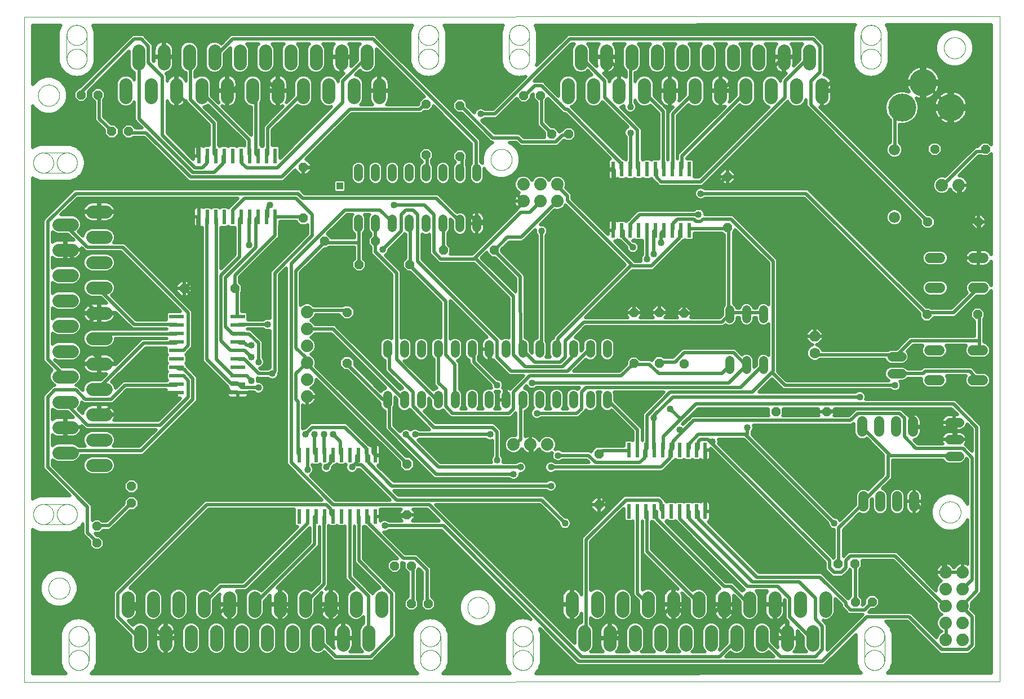
<source format=gtl>
G75*
%MOIN*%
%OFA0B0*%
%FSLAX25Y25*%
%IPPOS*%
%LPD*%
%AMOC8*
5,1,8,0,0,1.08239X$1,22.5*
%
%ADD10C,0.00000*%
%ADD11OC8,0.06300*%
%ADD12C,0.06300*%
%ADD13OC8,0.05600*%
%ADD14C,0.07400*%
%ADD15C,0.06600*%
%ADD16C,0.06000*%
%ADD17C,0.05200*%
%ADD18C,0.16598*%
%ADD19C,0.16200*%
%ADD20C,0.05600*%
%ADD21OC8,0.05200*%
%ADD22R,0.02362X0.08661*%
%ADD23R,0.08661X0.02362*%
%ADD24C,0.00009*%
%ADD25C,0.07800*%
%ADD26C,0.01969*%
%ADD27C,0.04000*%
%ADD28R,0.04000X0.04000*%
D10*
X0020587Y0018619D02*
X0020587Y0412320D01*
X0597438Y0412713D01*
X0597438Y0019013D01*
X0020587Y0018619D01*
X0046740Y0031800D02*
X0046742Y0031954D01*
X0046748Y0032108D01*
X0046758Y0032261D01*
X0046772Y0032414D01*
X0046790Y0032567D01*
X0046811Y0032719D01*
X0046837Y0032871D01*
X0046867Y0033022D01*
X0046900Y0033172D01*
X0046938Y0033321D01*
X0046979Y0033470D01*
X0047024Y0033617D01*
X0047073Y0033763D01*
X0047126Y0033907D01*
X0047182Y0034050D01*
X0047242Y0034192D01*
X0047306Y0034332D01*
X0047373Y0034470D01*
X0047444Y0034607D01*
X0047518Y0034742D01*
X0047596Y0034874D01*
X0047677Y0035005D01*
X0047762Y0035134D01*
X0047849Y0035260D01*
X0047940Y0035384D01*
X0048035Y0035505D01*
X0048132Y0035625D01*
X0048232Y0035741D01*
X0048336Y0035855D01*
X0048442Y0035966D01*
X0048551Y0036075D01*
X0048663Y0036180D01*
X0048778Y0036283D01*
X0048895Y0036383D01*
X0049015Y0036479D01*
X0049137Y0036573D01*
X0049261Y0036663D01*
X0049388Y0036750D01*
X0049517Y0036834D01*
X0049649Y0036914D01*
X0049782Y0036991D01*
X0049917Y0037064D01*
X0050054Y0037134D01*
X0050193Y0037201D01*
X0050333Y0037263D01*
X0050475Y0037322D01*
X0050619Y0037378D01*
X0050764Y0037430D01*
X0050910Y0037477D01*
X0051057Y0037522D01*
X0051206Y0037562D01*
X0051355Y0037598D01*
X0051506Y0037631D01*
X0051657Y0037660D01*
X0051809Y0037684D01*
X0051961Y0037705D01*
X0052114Y0037722D01*
X0052267Y0037735D01*
X0052421Y0037744D01*
X0052575Y0037749D01*
X0052728Y0037750D01*
X0052882Y0037747D01*
X0053036Y0037740D01*
X0053189Y0037729D01*
X0053343Y0037714D01*
X0053495Y0037695D01*
X0053647Y0037672D01*
X0053799Y0037646D01*
X0053950Y0037615D01*
X0054100Y0037581D01*
X0054249Y0037542D01*
X0054396Y0037500D01*
X0054543Y0037454D01*
X0054689Y0037404D01*
X0054833Y0037351D01*
X0054976Y0037293D01*
X0055117Y0037232D01*
X0055257Y0037168D01*
X0055395Y0037100D01*
X0055531Y0037028D01*
X0055665Y0036953D01*
X0055797Y0036874D01*
X0055927Y0036792D01*
X0056055Y0036707D01*
X0056181Y0036618D01*
X0056304Y0036526D01*
X0056425Y0036431D01*
X0056544Y0036333D01*
X0056660Y0036232D01*
X0056773Y0036128D01*
X0056884Y0036021D01*
X0056991Y0035911D01*
X0057096Y0035798D01*
X0057198Y0035683D01*
X0057297Y0035565D01*
X0057393Y0035445D01*
X0057486Y0035322D01*
X0057575Y0035197D01*
X0057661Y0035070D01*
X0057744Y0034940D01*
X0057824Y0034808D01*
X0057900Y0034675D01*
X0057972Y0034539D01*
X0058041Y0034401D01*
X0058107Y0034262D01*
X0058169Y0034121D01*
X0058227Y0033979D01*
X0058281Y0033835D01*
X0058332Y0033690D01*
X0058379Y0033543D01*
X0058422Y0033396D01*
X0058461Y0033247D01*
X0058497Y0033097D01*
X0058528Y0032947D01*
X0058556Y0032795D01*
X0058580Y0032643D01*
X0058600Y0032491D01*
X0058616Y0032338D01*
X0058628Y0032184D01*
X0058636Y0032031D01*
X0058640Y0031877D01*
X0058640Y0031723D01*
X0058636Y0031569D01*
X0058628Y0031416D01*
X0058616Y0031262D01*
X0058600Y0031109D01*
X0058580Y0030957D01*
X0058556Y0030805D01*
X0058528Y0030653D01*
X0058497Y0030503D01*
X0058461Y0030353D01*
X0058422Y0030204D01*
X0058379Y0030057D01*
X0058332Y0029910D01*
X0058281Y0029765D01*
X0058227Y0029621D01*
X0058169Y0029479D01*
X0058107Y0029338D01*
X0058041Y0029199D01*
X0057972Y0029061D01*
X0057900Y0028925D01*
X0057824Y0028792D01*
X0057744Y0028660D01*
X0057661Y0028530D01*
X0057575Y0028403D01*
X0057486Y0028278D01*
X0057393Y0028155D01*
X0057297Y0028035D01*
X0057198Y0027917D01*
X0057096Y0027802D01*
X0056991Y0027689D01*
X0056884Y0027579D01*
X0056773Y0027472D01*
X0056660Y0027368D01*
X0056544Y0027267D01*
X0056425Y0027169D01*
X0056304Y0027074D01*
X0056181Y0026982D01*
X0056055Y0026893D01*
X0055927Y0026808D01*
X0055797Y0026726D01*
X0055665Y0026647D01*
X0055531Y0026572D01*
X0055395Y0026500D01*
X0055257Y0026432D01*
X0055117Y0026368D01*
X0054976Y0026307D01*
X0054833Y0026249D01*
X0054689Y0026196D01*
X0054543Y0026146D01*
X0054396Y0026100D01*
X0054249Y0026058D01*
X0054100Y0026019D01*
X0053950Y0025985D01*
X0053799Y0025954D01*
X0053647Y0025928D01*
X0053495Y0025905D01*
X0053343Y0025886D01*
X0053189Y0025871D01*
X0053036Y0025860D01*
X0052882Y0025853D01*
X0052728Y0025850D01*
X0052575Y0025851D01*
X0052421Y0025856D01*
X0052267Y0025865D01*
X0052114Y0025878D01*
X0051961Y0025895D01*
X0051809Y0025916D01*
X0051657Y0025940D01*
X0051506Y0025969D01*
X0051355Y0026002D01*
X0051206Y0026038D01*
X0051057Y0026078D01*
X0050910Y0026123D01*
X0050764Y0026170D01*
X0050619Y0026222D01*
X0050475Y0026278D01*
X0050333Y0026337D01*
X0050193Y0026399D01*
X0050054Y0026466D01*
X0049917Y0026536D01*
X0049782Y0026609D01*
X0049649Y0026686D01*
X0049517Y0026766D01*
X0049388Y0026850D01*
X0049261Y0026937D01*
X0049137Y0027027D01*
X0049015Y0027121D01*
X0048895Y0027217D01*
X0048778Y0027317D01*
X0048663Y0027420D01*
X0048551Y0027525D01*
X0048442Y0027634D01*
X0048336Y0027745D01*
X0048232Y0027859D01*
X0048132Y0027975D01*
X0048035Y0028095D01*
X0047940Y0028216D01*
X0047849Y0028340D01*
X0047762Y0028466D01*
X0047677Y0028595D01*
X0047596Y0028726D01*
X0047518Y0028858D01*
X0047444Y0028993D01*
X0047373Y0029130D01*
X0047306Y0029268D01*
X0047242Y0029408D01*
X0047182Y0029550D01*
X0047126Y0029693D01*
X0047073Y0029837D01*
X0047024Y0029983D01*
X0046979Y0030130D01*
X0046938Y0030279D01*
X0046900Y0030428D01*
X0046867Y0030578D01*
X0046837Y0030729D01*
X0046811Y0030881D01*
X0046790Y0031033D01*
X0046772Y0031186D01*
X0046758Y0031339D01*
X0046748Y0031492D01*
X0046742Y0031646D01*
X0046740Y0031800D01*
X0046690Y0031800D02*
X0046692Y0031647D01*
X0046698Y0031494D01*
X0046708Y0031341D01*
X0046721Y0031188D01*
X0046739Y0031036D01*
X0046760Y0030884D01*
X0046786Y0030733D01*
X0046815Y0030583D01*
X0046848Y0030433D01*
X0046885Y0030284D01*
X0046925Y0030136D01*
X0046970Y0029990D01*
X0047018Y0029844D01*
X0047070Y0029700D01*
X0047125Y0029557D01*
X0047184Y0029416D01*
X0047247Y0029276D01*
X0047313Y0029138D01*
X0047383Y0029001D01*
X0047456Y0028867D01*
X0047533Y0028734D01*
X0047613Y0028603D01*
X0047696Y0028475D01*
X0047782Y0028348D01*
X0047872Y0028224D01*
X0047965Y0028102D01*
X0048061Y0027983D01*
X0048160Y0027866D01*
X0048262Y0027751D01*
X0048367Y0027639D01*
X0048475Y0027530D01*
X0048585Y0027424D01*
X0048698Y0027321D01*
X0048814Y0027220D01*
X0048932Y0027123D01*
X0049053Y0027028D01*
X0049176Y0026937D01*
X0049301Y0026849D01*
X0049429Y0026764D01*
X0049558Y0026682D01*
X0049690Y0026604D01*
X0049824Y0026529D01*
X0049959Y0026457D01*
X0050097Y0026389D01*
X0050236Y0026325D01*
X0050376Y0026264D01*
X0050518Y0026207D01*
X0050662Y0026153D01*
X0050807Y0026103D01*
X0050953Y0026057D01*
X0051100Y0026014D01*
X0051248Y0025976D01*
X0051398Y0025941D01*
X0051548Y0025910D01*
X0051698Y0025882D01*
X0051850Y0025859D01*
X0052002Y0025840D01*
X0052154Y0025824D01*
X0052307Y0025812D01*
X0052460Y0025804D01*
X0052613Y0025800D01*
X0052767Y0025800D01*
X0052920Y0025804D01*
X0053073Y0025812D01*
X0053226Y0025824D01*
X0053378Y0025840D01*
X0053530Y0025859D01*
X0053682Y0025882D01*
X0053832Y0025910D01*
X0053982Y0025941D01*
X0054132Y0025976D01*
X0054280Y0026014D01*
X0054427Y0026057D01*
X0054573Y0026103D01*
X0054718Y0026153D01*
X0054862Y0026207D01*
X0055004Y0026264D01*
X0055144Y0026325D01*
X0055283Y0026389D01*
X0055421Y0026457D01*
X0055556Y0026529D01*
X0055690Y0026604D01*
X0055822Y0026682D01*
X0055951Y0026764D01*
X0056079Y0026849D01*
X0056204Y0026937D01*
X0056327Y0027028D01*
X0056448Y0027123D01*
X0056566Y0027220D01*
X0056682Y0027321D01*
X0056795Y0027424D01*
X0056905Y0027530D01*
X0057013Y0027639D01*
X0057118Y0027751D01*
X0057220Y0027866D01*
X0057319Y0027983D01*
X0057415Y0028102D01*
X0057508Y0028224D01*
X0057598Y0028348D01*
X0057684Y0028475D01*
X0057767Y0028603D01*
X0057847Y0028734D01*
X0057924Y0028867D01*
X0057997Y0029001D01*
X0058067Y0029138D01*
X0058133Y0029276D01*
X0058196Y0029416D01*
X0058255Y0029557D01*
X0058310Y0029700D01*
X0058362Y0029844D01*
X0058410Y0029990D01*
X0058455Y0030136D01*
X0058495Y0030284D01*
X0058532Y0030433D01*
X0058565Y0030583D01*
X0058594Y0030733D01*
X0058620Y0030884D01*
X0058641Y0031036D01*
X0058659Y0031188D01*
X0058672Y0031341D01*
X0058682Y0031494D01*
X0058688Y0031647D01*
X0058690Y0031800D01*
X0046740Y0045800D02*
X0046742Y0045954D01*
X0046748Y0046108D01*
X0046758Y0046261D01*
X0046772Y0046414D01*
X0046790Y0046567D01*
X0046811Y0046719D01*
X0046837Y0046871D01*
X0046867Y0047022D01*
X0046900Y0047172D01*
X0046938Y0047321D01*
X0046979Y0047470D01*
X0047024Y0047617D01*
X0047073Y0047763D01*
X0047126Y0047907D01*
X0047182Y0048050D01*
X0047242Y0048192D01*
X0047306Y0048332D01*
X0047373Y0048470D01*
X0047444Y0048607D01*
X0047518Y0048742D01*
X0047596Y0048874D01*
X0047677Y0049005D01*
X0047762Y0049134D01*
X0047849Y0049260D01*
X0047940Y0049384D01*
X0048035Y0049505D01*
X0048132Y0049625D01*
X0048232Y0049741D01*
X0048336Y0049855D01*
X0048442Y0049966D01*
X0048551Y0050075D01*
X0048663Y0050180D01*
X0048778Y0050283D01*
X0048895Y0050383D01*
X0049015Y0050479D01*
X0049137Y0050573D01*
X0049261Y0050663D01*
X0049388Y0050750D01*
X0049517Y0050834D01*
X0049649Y0050914D01*
X0049782Y0050991D01*
X0049917Y0051064D01*
X0050054Y0051134D01*
X0050193Y0051201D01*
X0050333Y0051263D01*
X0050475Y0051322D01*
X0050619Y0051378D01*
X0050764Y0051430D01*
X0050910Y0051477D01*
X0051057Y0051522D01*
X0051206Y0051562D01*
X0051355Y0051598D01*
X0051506Y0051631D01*
X0051657Y0051660D01*
X0051809Y0051684D01*
X0051961Y0051705D01*
X0052114Y0051722D01*
X0052267Y0051735D01*
X0052421Y0051744D01*
X0052575Y0051749D01*
X0052728Y0051750D01*
X0052882Y0051747D01*
X0053036Y0051740D01*
X0053189Y0051729D01*
X0053343Y0051714D01*
X0053495Y0051695D01*
X0053647Y0051672D01*
X0053799Y0051646D01*
X0053950Y0051615D01*
X0054100Y0051581D01*
X0054249Y0051542D01*
X0054396Y0051500D01*
X0054543Y0051454D01*
X0054689Y0051404D01*
X0054833Y0051351D01*
X0054976Y0051293D01*
X0055117Y0051232D01*
X0055257Y0051168D01*
X0055395Y0051100D01*
X0055531Y0051028D01*
X0055665Y0050953D01*
X0055797Y0050874D01*
X0055927Y0050792D01*
X0056055Y0050707D01*
X0056181Y0050618D01*
X0056304Y0050526D01*
X0056425Y0050431D01*
X0056544Y0050333D01*
X0056660Y0050232D01*
X0056773Y0050128D01*
X0056884Y0050021D01*
X0056991Y0049911D01*
X0057096Y0049798D01*
X0057198Y0049683D01*
X0057297Y0049565D01*
X0057393Y0049445D01*
X0057486Y0049322D01*
X0057575Y0049197D01*
X0057661Y0049070D01*
X0057744Y0048940D01*
X0057824Y0048808D01*
X0057900Y0048675D01*
X0057972Y0048539D01*
X0058041Y0048401D01*
X0058107Y0048262D01*
X0058169Y0048121D01*
X0058227Y0047979D01*
X0058281Y0047835D01*
X0058332Y0047690D01*
X0058379Y0047543D01*
X0058422Y0047396D01*
X0058461Y0047247D01*
X0058497Y0047097D01*
X0058528Y0046947D01*
X0058556Y0046795D01*
X0058580Y0046643D01*
X0058600Y0046491D01*
X0058616Y0046338D01*
X0058628Y0046184D01*
X0058636Y0046031D01*
X0058640Y0045877D01*
X0058640Y0045723D01*
X0058636Y0045569D01*
X0058628Y0045416D01*
X0058616Y0045262D01*
X0058600Y0045109D01*
X0058580Y0044957D01*
X0058556Y0044805D01*
X0058528Y0044653D01*
X0058497Y0044503D01*
X0058461Y0044353D01*
X0058422Y0044204D01*
X0058379Y0044057D01*
X0058332Y0043910D01*
X0058281Y0043765D01*
X0058227Y0043621D01*
X0058169Y0043479D01*
X0058107Y0043338D01*
X0058041Y0043199D01*
X0057972Y0043061D01*
X0057900Y0042925D01*
X0057824Y0042792D01*
X0057744Y0042660D01*
X0057661Y0042530D01*
X0057575Y0042403D01*
X0057486Y0042278D01*
X0057393Y0042155D01*
X0057297Y0042035D01*
X0057198Y0041917D01*
X0057096Y0041802D01*
X0056991Y0041689D01*
X0056884Y0041579D01*
X0056773Y0041472D01*
X0056660Y0041368D01*
X0056544Y0041267D01*
X0056425Y0041169D01*
X0056304Y0041074D01*
X0056181Y0040982D01*
X0056055Y0040893D01*
X0055927Y0040808D01*
X0055797Y0040726D01*
X0055665Y0040647D01*
X0055531Y0040572D01*
X0055395Y0040500D01*
X0055257Y0040432D01*
X0055117Y0040368D01*
X0054976Y0040307D01*
X0054833Y0040249D01*
X0054689Y0040196D01*
X0054543Y0040146D01*
X0054396Y0040100D01*
X0054249Y0040058D01*
X0054100Y0040019D01*
X0053950Y0039985D01*
X0053799Y0039954D01*
X0053647Y0039928D01*
X0053495Y0039905D01*
X0053343Y0039886D01*
X0053189Y0039871D01*
X0053036Y0039860D01*
X0052882Y0039853D01*
X0052728Y0039850D01*
X0052575Y0039851D01*
X0052421Y0039856D01*
X0052267Y0039865D01*
X0052114Y0039878D01*
X0051961Y0039895D01*
X0051809Y0039916D01*
X0051657Y0039940D01*
X0051506Y0039969D01*
X0051355Y0040002D01*
X0051206Y0040038D01*
X0051057Y0040078D01*
X0050910Y0040123D01*
X0050764Y0040170D01*
X0050619Y0040222D01*
X0050475Y0040278D01*
X0050333Y0040337D01*
X0050193Y0040399D01*
X0050054Y0040466D01*
X0049917Y0040536D01*
X0049782Y0040609D01*
X0049649Y0040686D01*
X0049517Y0040766D01*
X0049388Y0040850D01*
X0049261Y0040937D01*
X0049137Y0041027D01*
X0049015Y0041121D01*
X0048895Y0041217D01*
X0048778Y0041317D01*
X0048663Y0041420D01*
X0048551Y0041525D01*
X0048442Y0041634D01*
X0048336Y0041745D01*
X0048232Y0041859D01*
X0048132Y0041975D01*
X0048035Y0042095D01*
X0047940Y0042216D01*
X0047849Y0042340D01*
X0047762Y0042466D01*
X0047677Y0042595D01*
X0047596Y0042726D01*
X0047518Y0042858D01*
X0047444Y0042993D01*
X0047373Y0043130D01*
X0047306Y0043268D01*
X0047242Y0043408D01*
X0047182Y0043550D01*
X0047126Y0043693D01*
X0047073Y0043837D01*
X0047024Y0043983D01*
X0046979Y0044130D01*
X0046938Y0044279D01*
X0046900Y0044428D01*
X0046867Y0044578D01*
X0046837Y0044729D01*
X0046811Y0044881D01*
X0046790Y0045033D01*
X0046772Y0045186D01*
X0046758Y0045339D01*
X0046748Y0045492D01*
X0046742Y0045646D01*
X0046740Y0045800D01*
X0046690Y0045800D02*
X0046692Y0045953D01*
X0046698Y0046106D01*
X0046708Y0046259D01*
X0046721Y0046412D01*
X0046739Y0046564D01*
X0046760Y0046716D01*
X0046786Y0046867D01*
X0046815Y0047017D01*
X0046848Y0047167D01*
X0046885Y0047316D01*
X0046925Y0047464D01*
X0046970Y0047610D01*
X0047018Y0047756D01*
X0047070Y0047900D01*
X0047125Y0048043D01*
X0047184Y0048184D01*
X0047247Y0048324D01*
X0047313Y0048462D01*
X0047383Y0048599D01*
X0047456Y0048733D01*
X0047533Y0048866D01*
X0047613Y0048997D01*
X0047696Y0049125D01*
X0047782Y0049252D01*
X0047872Y0049376D01*
X0047965Y0049498D01*
X0048061Y0049617D01*
X0048160Y0049734D01*
X0048262Y0049849D01*
X0048367Y0049961D01*
X0048475Y0050070D01*
X0048585Y0050176D01*
X0048698Y0050279D01*
X0048814Y0050380D01*
X0048932Y0050477D01*
X0049053Y0050572D01*
X0049176Y0050663D01*
X0049301Y0050751D01*
X0049429Y0050836D01*
X0049558Y0050918D01*
X0049690Y0050996D01*
X0049824Y0051071D01*
X0049959Y0051143D01*
X0050097Y0051211D01*
X0050236Y0051275D01*
X0050376Y0051336D01*
X0050518Y0051393D01*
X0050662Y0051447D01*
X0050807Y0051497D01*
X0050953Y0051543D01*
X0051100Y0051586D01*
X0051248Y0051624D01*
X0051398Y0051659D01*
X0051548Y0051690D01*
X0051698Y0051718D01*
X0051850Y0051741D01*
X0052002Y0051760D01*
X0052154Y0051776D01*
X0052307Y0051788D01*
X0052460Y0051796D01*
X0052613Y0051800D01*
X0052767Y0051800D01*
X0052920Y0051796D01*
X0053073Y0051788D01*
X0053226Y0051776D01*
X0053378Y0051760D01*
X0053530Y0051741D01*
X0053682Y0051718D01*
X0053832Y0051690D01*
X0053982Y0051659D01*
X0054132Y0051624D01*
X0054280Y0051586D01*
X0054427Y0051543D01*
X0054573Y0051497D01*
X0054718Y0051447D01*
X0054862Y0051393D01*
X0055004Y0051336D01*
X0055144Y0051275D01*
X0055283Y0051211D01*
X0055421Y0051143D01*
X0055556Y0051071D01*
X0055690Y0050996D01*
X0055822Y0050918D01*
X0055951Y0050836D01*
X0056079Y0050751D01*
X0056204Y0050663D01*
X0056327Y0050572D01*
X0056448Y0050477D01*
X0056566Y0050380D01*
X0056682Y0050279D01*
X0056795Y0050176D01*
X0056905Y0050070D01*
X0057013Y0049961D01*
X0057118Y0049849D01*
X0057220Y0049734D01*
X0057319Y0049617D01*
X0057415Y0049498D01*
X0057508Y0049376D01*
X0057598Y0049252D01*
X0057684Y0049125D01*
X0057767Y0048997D01*
X0057847Y0048866D01*
X0057924Y0048733D01*
X0057997Y0048599D01*
X0058067Y0048462D01*
X0058133Y0048324D01*
X0058196Y0048184D01*
X0058255Y0048043D01*
X0058310Y0047900D01*
X0058362Y0047756D01*
X0058410Y0047610D01*
X0058455Y0047464D01*
X0058495Y0047316D01*
X0058532Y0047167D01*
X0058565Y0047017D01*
X0058594Y0046867D01*
X0058620Y0046716D01*
X0058641Y0046564D01*
X0058659Y0046412D01*
X0058672Y0046259D01*
X0058682Y0046106D01*
X0058688Y0045953D01*
X0058690Y0045800D01*
X0034800Y0074288D02*
X0034802Y0074446D01*
X0034808Y0074604D01*
X0034818Y0074762D01*
X0034832Y0074920D01*
X0034850Y0075077D01*
X0034871Y0075234D01*
X0034897Y0075390D01*
X0034927Y0075546D01*
X0034960Y0075701D01*
X0034998Y0075854D01*
X0035039Y0076007D01*
X0035084Y0076159D01*
X0035133Y0076310D01*
X0035186Y0076459D01*
X0035242Y0076607D01*
X0035302Y0076753D01*
X0035366Y0076898D01*
X0035434Y0077041D01*
X0035505Y0077183D01*
X0035579Y0077323D01*
X0035657Y0077460D01*
X0035739Y0077596D01*
X0035823Y0077730D01*
X0035912Y0077861D01*
X0036003Y0077990D01*
X0036098Y0078117D01*
X0036195Y0078242D01*
X0036296Y0078364D01*
X0036400Y0078483D01*
X0036507Y0078600D01*
X0036617Y0078714D01*
X0036730Y0078825D01*
X0036845Y0078934D01*
X0036963Y0079039D01*
X0037084Y0079141D01*
X0037207Y0079241D01*
X0037333Y0079337D01*
X0037461Y0079430D01*
X0037591Y0079520D01*
X0037724Y0079606D01*
X0037859Y0079690D01*
X0037995Y0079769D01*
X0038134Y0079846D01*
X0038275Y0079918D01*
X0038417Y0079988D01*
X0038561Y0080053D01*
X0038707Y0080115D01*
X0038854Y0080173D01*
X0039003Y0080228D01*
X0039153Y0080279D01*
X0039304Y0080326D01*
X0039456Y0080369D01*
X0039609Y0080408D01*
X0039764Y0080444D01*
X0039919Y0080475D01*
X0040075Y0080503D01*
X0040231Y0080527D01*
X0040388Y0080547D01*
X0040546Y0080563D01*
X0040703Y0080575D01*
X0040862Y0080583D01*
X0041020Y0080587D01*
X0041178Y0080587D01*
X0041336Y0080583D01*
X0041495Y0080575D01*
X0041652Y0080563D01*
X0041810Y0080547D01*
X0041967Y0080527D01*
X0042123Y0080503D01*
X0042279Y0080475D01*
X0042434Y0080444D01*
X0042589Y0080408D01*
X0042742Y0080369D01*
X0042894Y0080326D01*
X0043045Y0080279D01*
X0043195Y0080228D01*
X0043344Y0080173D01*
X0043491Y0080115D01*
X0043637Y0080053D01*
X0043781Y0079988D01*
X0043923Y0079918D01*
X0044064Y0079846D01*
X0044203Y0079769D01*
X0044339Y0079690D01*
X0044474Y0079606D01*
X0044607Y0079520D01*
X0044737Y0079430D01*
X0044865Y0079337D01*
X0044991Y0079241D01*
X0045114Y0079141D01*
X0045235Y0079039D01*
X0045353Y0078934D01*
X0045468Y0078825D01*
X0045581Y0078714D01*
X0045691Y0078600D01*
X0045798Y0078483D01*
X0045902Y0078364D01*
X0046003Y0078242D01*
X0046100Y0078117D01*
X0046195Y0077990D01*
X0046286Y0077861D01*
X0046375Y0077730D01*
X0046459Y0077596D01*
X0046541Y0077460D01*
X0046619Y0077323D01*
X0046693Y0077183D01*
X0046764Y0077041D01*
X0046832Y0076898D01*
X0046896Y0076753D01*
X0046956Y0076607D01*
X0047012Y0076459D01*
X0047065Y0076310D01*
X0047114Y0076159D01*
X0047159Y0076007D01*
X0047200Y0075854D01*
X0047238Y0075701D01*
X0047271Y0075546D01*
X0047301Y0075390D01*
X0047327Y0075234D01*
X0047348Y0075077D01*
X0047366Y0074920D01*
X0047380Y0074762D01*
X0047390Y0074604D01*
X0047396Y0074446D01*
X0047398Y0074288D01*
X0047396Y0074130D01*
X0047390Y0073972D01*
X0047380Y0073814D01*
X0047366Y0073656D01*
X0047348Y0073499D01*
X0047327Y0073342D01*
X0047301Y0073186D01*
X0047271Y0073030D01*
X0047238Y0072875D01*
X0047200Y0072722D01*
X0047159Y0072569D01*
X0047114Y0072417D01*
X0047065Y0072266D01*
X0047012Y0072117D01*
X0046956Y0071969D01*
X0046896Y0071823D01*
X0046832Y0071678D01*
X0046764Y0071535D01*
X0046693Y0071393D01*
X0046619Y0071253D01*
X0046541Y0071116D01*
X0046459Y0070980D01*
X0046375Y0070846D01*
X0046286Y0070715D01*
X0046195Y0070586D01*
X0046100Y0070459D01*
X0046003Y0070334D01*
X0045902Y0070212D01*
X0045798Y0070093D01*
X0045691Y0069976D01*
X0045581Y0069862D01*
X0045468Y0069751D01*
X0045353Y0069642D01*
X0045235Y0069537D01*
X0045114Y0069435D01*
X0044991Y0069335D01*
X0044865Y0069239D01*
X0044737Y0069146D01*
X0044607Y0069056D01*
X0044474Y0068970D01*
X0044339Y0068886D01*
X0044203Y0068807D01*
X0044064Y0068730D01*
X0043923Y0068658D01*
X0043781Y0068588D01*
X0043637Y0068523D01*
X0043491Y0068461D01*
X0043344Y0068403D01*
X0043195Y0068348D01*
X0043045Y0068297D01*
X0042894Y0068250D01*
X0042742Y0068207D01*
X0042589Y0068168D01*
X0042434Y0068132D01*
X0042279Y0068101D01*
X0042123Y0068073D01*
X0041967Y0068049D01*
X0041810Y0068029D01*
X0041652Y0068013D01*
X0041495Y0068001D01*
X0041336Y0067993D01*
X0041178Y0067989D01*
X0041020Y0067989D01*
X0040862Y0067993D01*
X0040703Y0068001D01*
X0040546Y0068013D01*
X0040388Y0068029D01*
X0040231Y0068049D01*
X0040075Y0068073D01*
X0039919Y0068101D01*
X0039764Y0068132D01*
X0039609Y0068168D01*
X0039456Y0068207D01*
X0039304Y0068250D01*
X0039153Y0068297D01*
X0039003Y0068348D01*
X0038854Y0068403D01*
X0038707Y0068461D01*
X0038561Y0068523D01*
X0038417Y0068588D01*
X0038275Y0068658D01*
X0038134Y0068730D01*
X0037995Y0068807D01*
X0037859Y0068886D01*
X0037724Y0068970D01*
X0037591Y0069056D01*
X0037461Y0069146D01*
X0037333Y0069239D01*
X0037207Y0069335D01*
X0037084Y0069435D01*
X0036963Y0069537D01*
X0036845Y0069642D01*
X0036730Y0069751D01*
X0036617Y0069862D01*
X0036507Y0069976D01*
X0036400Y0070093D01*
X0036296Y0070212D01*
X0036195Y0070334D01*
X0036098Y0070459D01*
X0036003Y0070586D01*
X0035912Y0070715D01*
X0035823Y0070846D01*
X0035739Y0070980D01*
X0035657Y0071116D01*
X0035579Y0071253D01*
X0035505Y0071393D01*
X0035434Y0071535D01*
X0035366Y0071678D01*
X0035302Y0071823D01*
X0035242Y0071969D01*
X0035186Y0072117D01*
X0035133Y0072266D01*
X0035084Y0072417D01*
X0035039Y0072569D01*
X0034998Y0072722D01*
X0034960Y0072875D01*
X0034927Y0073030D01*
X0034897Y0073186D01*
X0034871Y0073342D01*
X0034850Y0073499D01*
X0034832Y0073656D01*
X0034818Y0073814D01*
X0034808Y0073972D01*
X0034802Y0074130D01*
X0034800Y0074288D01*
X0025850Y0118083D02*
X0025852Y0118237D01*
X0025858Y0118391D01*
X0025868Y0118544D01*
X0025882Y0118697D01*
X0025900Y0118850D01*
X0025921Y0119002D01*
X0025947Y0119154D01*
X0025977Y0119305D01*
X0026010Y0119455D01*
X0026048Y0119604D01*
X0026089Y0119753D01*
X0026134Y0119900D01*
X0026183Y0120046D01*
X0026236Y0120190D01*
X0026292Y0120333D01*
X0026352Y0120475D01*
X0026416Y0120615D01*
X0026483Y0120753D01*
X0026554Y0120890D01*
X0026628Y0121025D01*
X0026706Y0121157D01*
X0026787Y0121288D01*
X0026872Y0121417D01*
X0026959Y0121543D01*
X0027050Y0121667D01*
X0027145Y0121788D01*
X0027242Y0121908D01*
X0027342Y0122024D01*
X0027446Y0122138D01*
X0027552Y0122249D01*
X0027661Y0122358D01*
X0027773Y0122463D01*
X0027888Y0122566D01*
X0028005Y0122666D01*
X0028125Y0122762D01*
X0028247Y0122856D01*
X0028371Y0122946D01*
X0028498Y0123033D01*
X0028627Y0123117D01*
X0028759Y0123197D01*
X0028892Y0123274D01*
X0029027Y0123347D01*
X0029164Y0123417D01*
X0029303Y0123484D01*
X0029443Y0123546D01*
X0029585Y0123605D01*
X0029729Y0123661D01*
X0029874Y0123713D01*
X0030020Y0123760D01*
X0030167Y0123805D01*
X0030316Y0123845D01*
X0030465Y0123881D01*
X0030616Y0123914D01*
X0030767Y0123943D01*
X0030919Y0123967D01*
X0031071Y0123988D01*
X0031224Y0124005D01*
X0031377Y0124018D01*
X0031531Y0124027D01*
X0031685Y0124032D01*
X0031838Y0124033D01*
X0031992Y0124030D01*
X0032146Y0124023D01*
X0032299Y0124012D01*
X0032453Y0123997D01*
X0032605Y0123978D01*
X0032757Y0123955D01*
X0032909Y0123929D01*
X0033060Y0123898D01*
X0033210Y0123864D01*
X0033359Y0123825D01*
X0033506Y0123783D01*
X0033653Y0123737D01*
X0033799Y0123687D01*
X0033943Y0123634D01*
X0034086Y0123576D01*
X0034227Y0123515D01*
X0034367Y0123451D01*
X0034505Y0123383D01*
X0034641Y0123311D01*
X0034775Y0123236D01*
X0034907Y0123157D01*
X0035037Y0123075D01*
X0035165Y0122990D01*
X0035291Y0122901D01*
X0035414Y0122809D01*
X0035535Y0122714D01*
X0035654Y0122616D01*
X0035770Y0122515D01*
X0035883Y0122411D01*
X0035994Y0122304D01*
X0036101Y0122194D01*
X0036206Y0122081D01*
X0036308Y0121966D01*
X0036407Y0121848D01*
X0036503Y0121728D01*
X0036596Y0121605D01*
X0036685Y0121480D01*
X0036771Y0121353D01*
X0036854Y0121223D01*
X0036934Y0121091D01*
X0037010Y0120958D01*
X0037082Y0120822D01*
X0037151Y0120684D01*
X0037217Y0120545D01*
X0037279Y0120404D01*
X0037337Y0120262D01*
X0037391Y0120118D01*
X0037442Y0119973D01*
X0037489Y0119826D01*
X0037532Y0119679D01*
X0037571Y0119530D01*
X0037607Y0119380D01*
X0037638Y0119230D01*
X0037666Y0119078D01*
X0037690Y0118926D01*
X0037710Y0118774D01*
X0037726Y0118621D01*
X0037738Y0118467D01*
X0037746Y0118314D01*
X0037750Y0118160D01*
X0037750Y0118006D01*
X0037746Y0117852D01*
X0037738Y0117699D01*
X0037726Y0117545D01*
X0037710Y0117392D01*
X0037690Y0117240D01*
X0037666Y0117088D01*
X0037638Y0116936D01*
X0037607Y0116786D01*
X0037571Y0116636D01*
X0037532Y0116487D01*
X0037489Y0116340D01*
X0037442Y0116193D01*
X0037391Y0116048D01*
X0037337Y0115904D01*
X0037279Y0115762D01*
X0037217Y0115621D01*
X0037151Y0115482D01*
X0037082Y0115344D01*
X0037010Y0115208D01*
X0036934Y0115075D01*
X0036854Y0114943D01*
X0036771Y0114813D01*
X0036685Y0114686D01*
X0036596Y0114561D01*
X0036503Y0114438D01*
X0036407Y0114318D01*
X0036308Y0114200D01*
X0036206Y0114085D01*
X0036101Y0113972D01*
X0035994Y0113862D01*
X0035883Y0113755D01*
X0035770Y0113651D01*
X0035654Y0113550D01*
X0035535Y0113452D01*
X0035414Y0113357D01*
X0035291Y0113265D01*
X0035165Y0113176D01*
X0035037Y0113091D01*
X0034907Y0113009D01*
X0034775Y0112930D01*
X0034641Y0112855D01*
X0034505Y0112783D01*
X0034367Y0112715D01*
X0034227Y0112651D01*
X0034086Y0112590D01*
X0033943Y0112532D01*
X0033799Y0112479D01*
X0033653Y0112429D01*
X0033506Y0112383D01*
X0033359Y0112341D01*
X0033210Y0112302D01*
X0033060Y0112268D01*
X0032909Y0112237D01*
X0032757Y0112211D01*
X0032605Y0112188D01*
X0032453Y0112169D01*
X0032299Y0112154D01*
X0032146Y0112143D01*
X0031992Y0112136D01*
X0031838Y0112133D01*
X0031685Y0112134D01*
X0031531Y0112139D01*
X0031377Y0112148D01*
X0031224Y0112161D01*
X0031071Y0112178D01*
X0030919Y0112199D01*
X0030767Y0112223D01*
X0030616Y0112252D01*
X0030465Y0112285D01*
X0030316Y0112321D01*
X0030167Y0112361D01*
X0030020Y0112406D01*
X0029874Y0112453D01*
X0029729Y0112505D01*
X0029585Y0112561D01*
X0029443Y0112620D01*
X0029303Y0112682D01*
X0029164Y0112749D01*
X0029027Y0112819D01*
X0028892Y0112892D01*
X0028759Y0112969D01*
X0028627Y0113049D01*
X0028498Y0113133D01*
X0028371Y0113220D01*
X0028247Y0113310D01*
X0028125Y0113404D01*
X0028005Y0113500D01*
X0027888Y0113600D01*
X0027773Y0113703D01*
X0027661Y0113808D01*
X0027552Y0113917D01*
X0027446Y0114028D01*
X0027342Y0114142D01*
X0027242Y0114258D01*
X0027145Y0114378D01*
X0027050Y0114499D01*
X0026959Y0114623D01*
X0026872Y0114749D01*
X0026787Y0114878D01*
X0026706Y0115009D01*
X0026628Y0115141D01*
X0026554Y0115276D01*
X0026483Y0115413D01*
X0026416Y0115551D01*
X0026352Y0115691D01*
X0026292Y0115833D01*
X0026236Y0115976D01*
X0026183Y0116120D01*
X0026134Y0116266D01*
X0026089Y0116413D01*
X0026048Y0116562D01*
X0026010Y0116711D01*
X0025977Y0116861D01*
X0025947Y0117012D01*
X0025921Y0117164D01*
X0025900Y0117316D01*
X0025882Y0117469D01*
X0025868Y0117622D01*
X0025858Y0117775D01*
X0025852Y0117929D01*
X0025850Y0118083D01*
X0031800Y0124083D02*
X0031647Y0124081D01*
X0031494Y0124075D01*
X0031341Y0124065D01*
X0031188Y0124052D01*
X0031036Y0124034D01*
X0030884Y0124013D01*
X0030733Y0123987D01*
X0030583Y0123958D01*
X0030433Y0123925D01*
X0030284Y0123888D01*
X0030136Y0123848D01*
X0029990Y0123803D01*
X0029844Y0123755D01*
X0029700Y0123703D01*
X0029557Y0123648D01*
X0029416Y0123589D01*
X0029276Y0123526D01*
X0029138Y0123460D01*
X0029001Y0123390D01*
X0028867Y0123317D01*
X0028734Y0123240D01*
X0028603Y0123160D01*
X0028475Y0123077D01*
X0028348Y0122991D01*
X0028224Y0122901D01*
X0028102Y0122808D01*
X0027983Y0122712D01*
X0027866Y0122613D01*
X0027751Y0122511D01*
X0027639Y0122406D01*
X0027530Y0122298D01*
X0027424Y0122188D01*
X0027321Y0122075D01*
X0027220Y0121959D01*
X0027123Y0121841D01*
X0027028Y0121720D01*
X0026937Y0121597D01*
X0026849Y0121472D01*
X0026764Y0121344D01*
X0026682Y0121215D01*
X0026604Y0121083D01*
X0026529Y0120949D01*
X0026457Y0120814D01*
X0026389Y0120676D01*
X0026325Y0120537D01*
X0026264Y0120397D01*
X0026207Y0120255D01*
X0026153Y0120111D01*
X0026103Y0119966D01*
X0026057Y0119820D01*
X0026014Y0119673D01*
X0025976Y0119525D01*
X0025941Y0119375D01*
X0025910Y0119225D01*
X0025882Y0119075D01*
X0025859Y0118923D01*
X0025840Y0118771D01*
X0025824Y0118619D01*
X0025812Y0118466D01*
X0025804Y0118313D01*
X0025800Y0118160D01*
X0025800Y0118006D01*
X0025804Y0117853D01*
X0025812Y0117700D01*
X0025824Y0117547D01*
X0025840Y0117395D01*
X0025859Y0117243D01*
X0025882Y0117091D01*
X0025910Y0116941D01*
X0025941Y0116791D01*
X0025976Y0116641D01*
X0026014Y0116493D01*
X0026057Y0116346D01*
X0026103Y0116200D01*
X0026153Y0116055D01*
X0026207Y0115911D01*
X0026264Y0115769D01*
X0026325Y0115629D01*
X0026389Y0115490D01*
X0026457Y0115352D01*
X0026529Y0115217D01*
X0026604Y0115083D01*
X0026682Y0114951D01*
X0026764Y0114822D01*
X0026849Y0114694D01*
X0026937Y0114569D01*
X0027028Y0114446D01*
X0027123Y0114325D01*
X0027220Y0114207D01*
X0027321Y0114091D01*
X0027424Y0113978D01*
X0027530Y0113868D01*
X0027639Y0113760D01*
X0027751Y0113655D01*
X0027866Y0113553D01*
X0027983Y0113454D01*
X0028102Y0113358D01*
X0028224Y0113265D01*
X0028348Y0113175D01*
X0028475Y0113089D01*
X0028603Y0113006D01*
X0028734Y0112926D01*
X0028867Y0112849D01*
X0029001Y0112776D01*
X0029138Y0112706D01*
X0029276Y0112640D01*
X0029416Y0112577D01*
X0029557Y0112518D01*
X0029700Y0112463D01*
X0029844Y0112411D01*
X0029990Y0112363D01*
X0030136Y0112318D01*
X0030284Y0112278D01*
X0030433Y0112241D01*
X0030583Y0112208D01*
X0030733Y0112179D01*
X0030884Y0112153D01*
X0031036Y0112132D01*
X0031188Y0112114D01*
X0031341Y0112101D01*
X0031494Y0112091D01*
X0031647Y0112085D01*
X0031800Y0112083D01*
X0039850Y0118083D02*
X0039852Y0118237D01*
X0039858Y0118391D01*
X0039868Y0118544D01*
X0039882Y0118697D01*
X0039900Y0118850D01*
X0039921Y0119002D01*
X0039947Y0119154D01*
X0039977Y0119305D01*
X0040010Y0119455D01*
X0040048Y0119604D01*
X0040089Y0119753D01*
X0040134Y0119900D01*
X0040183Y0120046D01*
X0040236Y0120190D01*
X0040292Y0120333D01*
X0040352Y0120475D01*
X0040416Y0120615D01*
X0040483Y0120753D01*
X0040554Y0120890D01*
X0040628Y0121025D01*
X0040706Y0121157D01*
X0040787Y0121288D01*
X0040872Y0121417D01*
X0040959Y0121543D01*
X0041050Y0121667D01*
X0041145Y0121788D01*
X0041242Y0121908D01*
X0041342Y0122024D01*
X0041446Y0122138D01*
X0041552Y0122249D01*
X0041661Y0122358D01*
X0041773Y0122463D01*
X0041888Y0122566D01*
X0042005Y0122666D01*
X0042125Y0122762D01*
X0042247Y0122856D01*
X0042371Y0122946D01*
X0042498Y0123033D01*
X0042627Y0123117D01*
X0042759Y0123197D01*
X0042892Y0123274D01*
X0043027Y0123347D01*
X0043164Y0123417D01*
X0043303Y0123484D01*
X0043443Y0123546D01*
X0043585Y0123605D01*
X0043729Y0123661D01*
X0043874Y0123713D01*
X0044020Y0123760D01*
X0044167Y0123805D01*
X0044316Y0123845D01*
X0044465Y0123881D01*
X0044616Y0123914D01*
X0044767Y0123943D01*
X0044919Y0123967D01*
X0045071Y0123988D01*
X0045224Y0124005D01*
X0045377Y0124018D01*
X0045531Y0124027D01*
X0045685Y0124032D01*
X0045838Y0124033D01*
X0045992Y0124030D01*
X0046146Y0124023D01*
X0046299Y0124012D01*
X0046453Y0123997D01*
X0046605Y0123978D01*
X0046757Y0123955D01*
X0046909Y0123929D01*
X0047060Y0123898D01*
X0047210Y0123864D01*
X0047359Y0123825D01*
X0047506Y0123783D01*
X0047653Y0123737D01*
X0047799Y0123687D01*
X0047943Y0123634D01*
X0048086Y0123576D01*
X0048227Y0123515D01*
X0048367Y0123451D01*
X0048505Y0123383D01*
X0048641Y0123311D01*
X0048775Y0123236D01*
X0048907Y0123157D01*
X0049037Y0123075D01*
X0049165Y0122990D01*
X0049291Y0122901D01*
X0049414Y0122809D01*
X0049535Y0122714D01*
X0049654Y0122616D01*
X0049770Y0122515D01*
X0049883Y0122411D01*
X0049994Y0122304D01*
X0050101Y0122194D01*
X0050206Y0122081D01*
X0050308Y0121966D01*
X0050407Y0121848D01*
X0050503Y0121728D01*
X0050596Y0121605D01*
X0050685Y0121480D01*
X0050771Y0121353D01*
X0050854Y0121223D01*
X0050934Y0121091D01*
X0051010Y0120958D01*
X0051082Y0120822D01*
X0051151Y0120684D01*
X0051217Y0120545D01*
X0051279Y0120404D01*
X0051337Y0120262D01*
X0051391Y0120118D01*
X0051442Y0119973D01*
X0051489Y0119826D01*
X0051532Y0119679D01*
X0051571Y0119530D01*
X0051607Y0119380D01*
X0051638Y0119230D01*
X0051666Y0119078D01*
X0051690Y0118926D01*
X0051710Y0118774D01*
X0051726Y0118621D01*
X0051738Y0118467D01*
X0051746Y0118314D01*
X0051750Y0118160D01*
X0051750Y0118006D01*
X0051746Y0117852D01*
X0051738Y0117699D01*
X0051726Y0117545D01*
X0051710Y0117392D01*
X0051690Y0117240D01*
X0051666Y0117088D01*
X0051638Y0116936D01*
X0051607Y0116786D01*
X0051571Y0116636D01*
X0051532Y0116487D01*
X0051489Y0116340D01*
X0051442Y0116193D01*
X0051391Y0116048D01*
X0051337Y0115904D01*
X0051279Y0115762D01*
X0051217Y0115621D01*
X0051151Y0115482D01*
X0051082Y0115344D01*
X0051010Y0115208D01*
X0050934Y0115075D01*
X0050854Y0114943D01*
X0050771Y0114813D01*
X0050685Y0114686D01*
X0050596Y0114561D01*
X0050503Y0114438D01*
X0050407Y0114318D01*
X0050308Y0114200D01*
X0050206Y0114085D01*
X0050101Y0113972D01*
X0049994Y0113862D01*
X0049883Y0113755D01*
X0049770Y0113651D01*
X0049654Y0113550D01*
X0049535Y0113452D01*
X0049414Y0113357D01*
X0049291Y0113265D01*
X0049165Y0113176D01*
X0049037Y0113091D01*
X0048907Y0113009D01*
X0048775Y0112930D01*
X0048641Y0112855D01*
X0048505Y0112783D01*
X0048367Y0112715D01*
X0048227Y0112651D01*
X0048086Y0112590D01*
X0047943Y0112532D01*
X0047799Y0112479D01*
X0047653Y0112429D01*
X0047506Y0112383D01*
X0047359Y0112341D01*
X0047210Y0112302D01*
X0047060Y0112268D01*
X0046909Y0112237D01*
X0046757Y0112211D01*
X0046605Y0112188D01*
X0046453Y0112169D01*
X0046299Y0112154D01*
X0046146Y0112143D01*
X0045992Y0112136D01*
X0045838Y0112133D01*
X0045685Y0112134D01*
X0045531Y0112139D01*
X0045377Y0112148D01*
X0045224Y0112161D01*
X0045071Y0112178D01*
X0044919Y0112199D01*
X0044767Y0112223D01*
X0044616Y0112252D01*
X0044465Y0112285D01*
X0044316Y0112321D01*
X0044167Y0112361D01*
X0044020Y0112406D01*
X0043874Y0112453D01*
X0043729Y0112505D01*
X0043585Y0112561D01*
X0043443Y0112620D01*
X0043303Y0112682D01*
X0043164Y0112749D01*
X0043027Y0112819D01*
X0042892Y0112892D01*
X0042759Y0112969D01*
X0042627Y0113049D01*
X0042498Y0113133D01*
X0042371Y0113220D01*
X0042247Y0113310D01*
X0042125Y0113404D01*
X0042005Y0113500D01*
X0041888Y0113600D01*
X0041773Y0113703D01*
X0041661Y0113808D01*
X0041552Y0113917D01*
X0041446Y0114028D01*
X0041342Y0114142D01*
X0041242Y0114258D01*
X0041145Y0114378D01*
X0041050Y0114499D01*
X0040959Y0114623D01*
X0040872Y0114749D01*
X0040787Y0114878D01*
X0040706Y0115009D01*
X0040628Y0115141D01*
X0040554Y0115276D01*
X0040483Y0115413D01*
X0040416Y0115551D01*
X0040352Y0115691D01*
X0040292Y0115833D01*
X0040236Y0115976D01*
X0040183Y0116120D01*
X0040134Y0116266D01*
X0040089Y0116413D01*
X0040048Y0116562D01*
X0040010Y0116711D01*
X0039977Y0116861D01*
X0039947Y0117012D01*
X0039921Y0117164D01*
X0039900Y0117316D01*
X0039882Y0117469D01*
X0039868Y0117622D01*
X0039858Y0117775D01*
X0039852Y0117929D01*
X0039850Y0118083D01*
X0045800Y0112083D02*
X0045953Y0112085D01*
X0046106Y0112091D01*
X0046259Y0112101D01*
X0046412Y0112114D01*
X0046564Y0112132D01*
X0046716Y0112153D01*
X0046867Y0112179D01*
X0047017Y0112208D01*
X0047167Y0112241D01*
X0047316Y0112278D01*
X0047464Y0112318D01*
X0047610Y0112363D01*
X0047756Y0112411D01*
X0047900Y0112463D01*
X0048043Y0112518D01*
X0048184Y0112577D01*
X0048324Y0112640D01*
X0048462Y0112706D01*
X0048599Y0112776D01*
X0048733Y0112849D01*
X0048866Y0112926D01*
X0048997Y0113006D01*
X0049125Y0113089D01*
X0049252Y0113175D01*
X0049376Y0113265D01*
X0049498Y0113358D01*
X0049617Y0113454D01*
X0049734Y0113553D01*
X0049849Y0113655D01*
X0049961Y0113760D01*
X0050070Y0113868D01*
X0050176Y0113978D01*
X0050279Y0114091D01*
X0050380Y0114207D01*
X0050477Y0114325D01*
X0050572Y0114446D01*
X0050663Y0114569D01*
X0050751Y0114694D01*
X0050836Y0114822D01*
X0050918Y0114951D01*
X0050996Y0115083D01*
X0051071Y0115217D01*
X0051143Y0115352D01*
X0051211Y0115490D01*
X0051275Y0115629D01*
X0051336Y0115769D01*
X0051393Y0115911D01*
X0051447Y0116055D01*
X0051497Y0116200D01*
X0051543Y0116346D01*
X0051586Y0116493D01*
X0051624Y0116641D01*
X0051659Y0116791D01*
X0051690Y0116941D01*
X0051718Y0117091D01*
X0051741Y0117243D01*
X0051760Y0117395D01*
X0051776Y0117547D01*
X0051788Y0117700D01*
X0051796Y0117853D01*
X0051800Y0118006D01*
X0051800Y0118160D01*
X0051796Y0118313D01*
X0051788Y0118466D01*
X0051776Y0118619D01*
X0051760Y0118771D01*
X0051741Y0118923D01*
X0051718Y0119075D01*
X0051690Y0119225D01*
X0051659Y0119375D01*
X0051624Y0119525D01*
X0051586Y0119673D01*
X0051543Y0119820D01*
X0051497Y0119966D01*
X0051447Y0120111D01*
X0051393Y0120255D01*
X0051336Y0120397D01*
X0051275Y0120537D01*
X0051211Y0120676D01*
X0051143Y0120814D01*
X0051071Y0120949D01*
X0050996Y0121083D01*
X0050918Y0121215D01*
X0050836Y0121344D01*
X0050751Y0121472D01*
X0050663Y0121597D01*
X0050572Y0121720D01*
X0050477Y0121841D01*
X0050380Y0121959D01*
X0050279Y0122075D01*
X0050176Y0122188D01*
X0050070Y0122298D01*
X0049961Y0122406D01*
X0049849Y0122511D01*
X0049734Y0122613D01*
X0049617Y0122712D01*
X0049498Y0122808D01*
X0049376Y0122901D01*
X0049252Y0122991D01*
X0049125Y0123077D01*
X0048997Y0123160D01*
X0048866Y0123240D01*
X0048733Y0123317D01*
X0048599Y0123390D01*
X0048462Y0123460D01*
X0048324Y0123526D01*
X0048184Y0123589D01*
X0048043Y0123648D01*
X0047900Y0123703D01*
X0047756Y0123755D01*
X0047610Y0123803D01*
X0047464Y0123848D01*
X0047316Y0123888D01*
X0047167Y0123925D01*
X0047017Y0123958D01*
X0046867Y0123987D01*
X0046716Y0124013D01*
X0046564Y0124034D01*
X0046412Y0124052D01*
X0046259Y0124065D01*
X0046106Y0124075D01*
X0045953Y0124081D01*
X0045800Y0124083D01*
X0254740Y0045800D02*
X0254742Y0045954D01*
X0254748Y0046108D01*
X0254758Y0046261D01*
X0254772Y0046414D01*
X0254790Y0046567D01*
X0254811Y0046719D01*
X0254837Y0046871D01*
X0254867Y0047022D01*
X0254900Y0047172D01*
X0254938Y0047321D01*
X0254979Y0047470D01*
X0255024Y0047617D01*
X0255073Y0047763D01*
X0255126Y0047907D01*
X0255182Y0048050D01*
X0255242Y0048192D01*
X0255306Y0048332D01*
X0255373Y0048470D01*
X0255444Y0048607D01*
X0255518Y0048742D01*
X0255596Y0048874D01*
X0255677Y0049005D01*
X0255762Y0049134D01*
X0255849Y0049260D01*
X0255940Y0049384D01*
X0256035Y0049505D01*
X0256132Y0049625D01*
X0256232Y0049741D01*
X0256336Y0049855D01*
X0256442Y0049966D01*
X0256551Y0050075D01*
X0256663Y0050180D01*
X0256778Y0050283D01*
X0256895Y0050383D01*
X0257015Y0050479D01*
X0257137Y0050573D01*
X0257261Y0050663D01*
X0257388Y0050750D01*
X0257517Y0050834D01*
X0257649Y0050914D01*
X0257782Y0050991D01*
X0257917Y0051064D01*
X0258054Y0051134D01*
X0258193Y0051201D01*
X0258333Y0051263D01*
X0258475Y0051322D01*
X0258619Y0051378D01*
X0258764Y0051430D01*
X0258910Y0051477D01*
X0259057Y0051522D01*
X0259206Y0051562D01*
X0259355Y0051598D01*
X0259506Y0051631D01*
X0259657Y0051660D01*
X0259809Y0051684D01*
X0259961Y0051705D01*
X0260114Y0051722D01*
X0260267Y0051735D01*
X0260421Y0051744D01*
X0260575Y0051749D01*
X0260728Y0051750D01*
X0260882Y0051747D01*
X0261036Y0051740D01*
X0261189Y0051729D01*
X0261343Y0051714D01*
X0261495Y0051695D01*
X0261647Y0051672D01*
X0261799Y0051646D01*
X0261950Y0051615D01*
X0262100Y0051581D01*
X0262249Y0051542D01*
X0262396Y0051500D01*
X0262543Y0051454D01*
X0262689Y0051404D01*
X0262833Y0051351D01*
X0262976Y0051293D01*
X0263117Y0051232D01*
X0263257Y0051168D01*
X0263395Y0051100D01*
X0263531Y0051028D01*
X0263665Y0050953D01*
X0263797Y0050874D01*
X0263927Y0050792D01*
X0264055Y0050707D01*
X0264181Y0050618D01*
X0264304Y0050526D01*
X0264425Y0050431D01*
X0264544Y0050333D01*
X0264660Y0050232D01*
X0264773Y0050128D01*
X0264884Y0050021D01*
X0264991Y0049911D01*
X0265096Y0049798D01*
X0265198Y0049683D01*
X0265297Y0049565D01*
X0265393Y0049445D01*
X0265486Y0049322D01*
X0265575Y0049197D01*
X0265661Y0049070D01*
X0265744Y0048940D01*
X0265824Y0048808D01*
X0265900Y0048675D01*
X0265972Y0048539D01*
X0266041Y0048401D01*
X0266107Y0048262D01*
X0266169Y0048121D01*
X0266227Y0047979D01*
X0266281Y0047835D01*
X0266332Y0047690D01*
X0266379Y0047543D01*
X0266422Y0047396D01*
X0266461Y0047247D01*
X0266497Y0047097D01*
X0266528Y0046947D01*
X0266556Y0046795D01*
X0266580Y0046643D01*
X0266600Y0046491D01*
X0266616Y0046338D01*
X0266628Y0046184D01*
X0266636Y0046031D01*
X0266640Y0045877D01*
X0266640Y0045723D01*
X0266636Y0045569D01*
X0266628Y0045416D01*
X0266616Y0045262D01*
X0266600Y0045109D01*
X0266580Y0044957D01*
X0266556Y0044805D01*
X0266528Y0044653D01*
X0266497Y0044503D01*
X0266461Y0044353D01*
X0266422Y0044204D01*
X0266379Y0044057D01*
X0266332Y0043910D01*
X0266281Y0043765D01*
X0266227Y0043621D01*
X0266169Y0043479D01*
X0266107Y0043338D01*
X0266041Y0043199D01*
X0265972Y0043061D01*
X0265900Y0042925D01*
X0265824Y0042792D01*
X0265744Y0042660D01*
X0265661Y0042530D01*
X0265575Y0042403D01*
X0265486Y0042278D01*
X0265393Y0042155D01*
X0265297Y0042035D01*
X0265198Y0041917D01*
X0265096Y0041802D01*
X0264991Y0041689D01*
X0264884Y0041579D01*
X0264773Y0041472D01*
X0264660Y0041368D01*
X0264544Y0041267D01*
X0264425Y0041169D01*
X0264304Y0041074D01*
X0264181Y0040982D01*
X0264055Y0040893D01*
X0263927Y0040808D01*
X0263797Y0040726D01*
X0263665Y0040647D01*
X0263531Y0040572D01*
X0263395Y0040500D01*
X0263257Y0040432D01*
X0263117Y0040368D01*
X0262976Y0040307D01*
X0262833Y0040249D01*
X0262689Y0040196D01*
X0262543Y0040146D01*
X0262396Y0040100D01*
X0262249Y0040058D01*
X0262100Y0040019D01*
X0261950Y0039985D01*
X0261799Y0039954D01*
X0261647Y0039928D01*
X0261495Y0039905D01*
X0261343Y0039886D01*
X0261189Y0039871D01*
X0261036Y0039860D01*
X0260882Y0039853D01*
X0260728Y0039850D01*
X0260575Y0039851D01*
X0260421Y0039856D01*
X0260267Y0039865D01*
X0260114Y0039878D01*
X0259961Y0039895D01*
X0259809Y0039916D01*
X0259657Y0039940D01*
X0259506Y0039969D01*
X0259355Y0040002D01*
X0259206Y0040038D01*
X0259057Y0040078D01*
X0258910Y0040123D01*
X0258764Y0040170D01*
X0258619Y0040222D01*
X0258475Y0040278D01*
X0258333Y0040337D01*
X0258193Y0040399D01*
X0258054Y0040466D01*
X0257917Y0040536D01*
X0257782Y0040609D01*
X0257649Y0040686D01*
X0257517Y0040766D01*
X0257388Y0040850D01*
X0257261Y0040937D01*
X0257137Y0041027D01*
X0257015Y0041121D01*
X0256895Y0041217D01*
X0256778Y0041317D01*
X0256663Y0041420D01*
X0256551Y0041525D01*
X0256442Y0041634D01*
X0256336Y0041745D01*
X0256232Y0041859D01*
X0256132Y0041975D01*
X0256035Y0042095D01*
X0255940Y0042216D01*
X0255849Y0042340D01*
X0255762Y0042466D01*
X0255677Y0042595D01*
X0255596Y0042726D01*
X0255518Y0042858D01*
X0255444Y0042993D01*
X0255373Y0043130D01*
X0255306Y0043268D01*
X0255242Y0043408D01*
X0255182Y0043550D01*
X0255126Y0043693D01*
X0255073Y0043837D01*
X0255024Y0043983D01*
X0254979Y0044130D01*
X0254938Y0044279D01*
X0254900Y0044428D01*
X0254867Y0044578D01*
X0254837Y0044729D01*
X0254811Y0044881D01*
X0254790Y0045033D01*
X0254772Y0045186D01*
X0254758Y0045339D01*
X0254748Y0045492D01*
X0254742Y0045646D01*
X0254740Y0045800D01*
X0254690Y0045800D02*
X0254692Y0045953D01*
X0254698Y0046106D01*
X0254708Y0046259D01*
X0254721Y0046412D01*
X0254739Y0046564D01*
X0254760Y0046716D01*
X0254786Y0046867D01*
X0254815Y0047017D01*
X0254848Y0047167D01*
X0254885Y0047316D01*
X0254925Y0047464D01*
X0254970Y0047610D01*
X0255018Y0047756D01*
X0255070Y0047900D01*
X0255125Y0048043D01*
X0255184Y0048184D01*
X0255247Y0048324D01*
X0255313Y0048462D01*
X0255383Y0048599D01*
X0255456Y0048733D01*
X0255533Y0048866D01*
X0255613Y0048997D01*
X0255696Y0049125D01*
X0255782Y0049252D01*
X0255872Y0049376D01*
X0255965Y0049498D01*
X0256061Y0049617D01*
X0256160Y0049734D01*
X0256262Y0049849D01*
X0256367Y0049961D01*
X0256475Y0050070D01*
X0256585Y0050176D01*
X0256698Y0050279D01*
X0256814Y0050380D01*
X0256932Y0050477D01*
X0257053Y0050572D01*
X0257176Y0050663D01*
X0257301Y0050751D01*
X0257429Y0050836D01*
X0257558Y0050918D01*
X0257690Y0050996D01*
X0257824Y0051071D01*
X0257959Y0051143D01*
X0258097Y0051211D01*
X0258236Y0051275D01*
X0258376Y0051336D01*
X0258518Y0051393D01*
X0258662Y0051447D01*
X0258807Y0051497D01*
X0258953Y0051543D01*
X0259100Y0051586D01*
X0259248Y0051624D01*
X0259398Y0051659D01*
X0259548Y0051690D01*
X0259698Y0051718D01*
X0259850Y0051741D01*
X0260002Y0051760D01*
X0260154Y0051776D01*
X0260307Y0051788D01*
X0260460Y0051796D01*
X0260613Y0051800D01*
X0260767Y0051800D01*
X0260920Y0051796D01*
X0261073Y0051788D01*
X0261226Y0051776D01*
X0261378Y0051760D01*
X0261530Y0051741D01*
X0261682Y0051718D01*
X0261832Y0051690D01*
X0261982Y0051659D01*
X0262132Y0051624D01*
X0262280Y0051586D01*
X0262427Y0051543D01*
X0262573Y0051497D01*
X0262718Y0051447D01*
X0262862Y0051393D01*
X0263004Y0051336D01*
X0263144Y0051275D01*
X0263283Y0051211D01*
X0263421Y0051143D01*
X0263556Y0051071D01*
X0263690Y0050996D01*
X0263822Y0050918D01*
X0263951Y0050836D01*
X0264079Y0050751D01*
X0264204Y0050663D01*
X0264327Y0050572D01*
X0264448Y0050477D01*
X0264566Y0050380D01*
X0264682Y0050279D01*
X0264795Y0050176D01*
X0264905Y0050070D01*
X0265013Y0049961D01*
X0265118Y0049849D01*
X0265220Y0049734D01*
X0265319Y0049617D01*
X0265415Y0049498D01*
X0265508Y0049376D01*
X0265598Y0049252D01*
X0265684Y0049125D01*
X0265767Y0048997D01*
X0265847Y0048866D01*
X0265924Y0048733D01*
X0265997Y0048599D01*
X0266067Y0048462D01*
X0266133Y0048324D01*
X0266196Y0048184D01*
X0266255Y0048043D01*
X0266310Y0047900D01*
X0266362Y0047756D01*
X0266410Y0047610D01*
X0266455Y0047464D01*
X0266495Y0047316D01*
X0266532Y0047167D01*
X0266565Y0047017D01*
X0266594Y0046867D01*
X0266620Y0046716D01*
X0266641Y0046564D01*
X0266659Y0046412D01*
X0266672Y0046259D01*
X0266682Y0046106D01*
X0266688Y0045953D01*
X0266690Y0045800D01*
X0254740Y0031800D02*
X0254742Y0031954D01*
X0254748Y0032108D01*
X0254758Y0032261D01*
X0254772Y0032414D01*
X0254790Y0032567D01*
X0254811Y0032719D01*
X0254837Y0032871D01*
X0254867Y0033022D01*
X0254900Y0033172D01*
X0254938Y0033321D01*
X0254979Y0033470D01*
X0255024Y0033617D01*
X0255073Y0033763D01*
X0255126Y0033907D01*
X0255182Y0034050D01*
X0255242Y0034192D01*
X0255306Y0034332D01*
X0255373Y0034470D01*
X0255444Y0034607D01*
X0255518Y0034742D01*
X0255596Y0034874D01*
X0255677Y0035005D01*
X0255762Y0035134D01*
X0255849Y0035260D01*
X0255940Y0035384D01*
X0256035Y0035505D01*
X0256132Y0035625D01*
X0256232Y0035741D01*
X0256336Y0035855D01*
X0256442Y0035966D01*
X0256551Y0036075D01*
X0256663Y0036180D01*
X0256778Y0036283D01*
X0256895Y0036383D01*
X0257015Y0036479D01*
X0257137Y0036573D01*
X0257261Y0036663D01*
X0257388Y0036750D01*
X0257517Y0036834D01*
X0257649Y0036914D01*
X0257782Y0036991D01*
X0257917Y0037064D01*
X0258054Y0037134D01*
X0258193Y0037201D01*
X0258333Y0037263D01*
X0258475Y0037322D01*
X0258619Y0037378D01*
X0258764Y0037430D01*
X0258910Y0037477D01*
X0259057Y0037522D01*
X0259206Y0037562D01*
X0259355Y0037598D01*
X0259506Y0037631D01*
X0259657Y0037660D01*
X0259809Y0037684D01*
X0259961Y0037705D01*
X0260114Y0037722D01*
X0260267Y0037735D01*
X0260421Y0037744D01*
X0260575Y0037749D01*
X0260728Y0037750D01*
X0260882Y0037747D01*
X0261036Y0037740D01*
X0261189Y0037729D01*
X0261343Y0037714D01*
X0261495Y0037695D01*
X0261647Y0037672D01*
X0261799Y0037646D01*
X0261950Y0037615D01*
X0262100Y0037581D01*
X0262249Y0037542D01*
X0262396Y0037500D01*
X0262543Y0037454D01*
X0262689Y0037404D01*
X0262833Y0037351D01*
X0262976Y0037293D01*
X0263117Y0037232D01*
X0263257Y0037168D01*
X0263395Y0037100D01*
X0263531Y0037028D01*
X0263665Y0036953D01*
X0263797Y0036874D01*
X0263927Y0036792D01*
X0264055Y0036707D01*
X0264181Y0036618D01*
X0264304Y0036526D01*
X0264425Y0036431D01*
X0264544Y0036333D01*
X0264660Y0036232D01*
X0264773Y0036128D01*
X0264884Y0036021D01*
X0264991Y0035911D01*
X0265096Y0035798D01*
X0265198Y0035683D01*
X0265297Y0035565D01*
X0265393Y0035445D01*
X0265486Y0035322D01*
X0265575Y0035197D01*
X0265661Y0035070D01*
X0265744Y0034940D01*
X0265824Y0034808D01*
X0265900Y0034675D01*
X0265972Y0034539D01*
X0266041Y0034401D01*
X0266107Y0034262D01*
X0266169Y0034121D01*
X0266227Y0033979D01*
X0266281Y0033835D01*
X0266332Y0033690D01*
X0266379Y0033543D01*
X0266422Y0033396D01*
X0266461Y0033247D01*
X0266497Y0033097D01*
X0266528Y0032947D01*
X0266556Y0032795D01*
X0266580Y0032643D01*
X0266600Y0032491D01*
X0266616Y0032338D01*
X0266628Y0032184D01*
X0266636Y0032031D01*
X0266640Y0031877D01*
X0266640Y0031723D01*
X0266636Y0031569D01*
X0266628Y0031416D01*
X0266616Y0031262D01*
X0266600Y0031109D01*
X0266580Y0030957D01*
X0266556Y0030805D01*
X0266528Y0030653D01*
X0266497Y0030503D01*
X0266461Y0030353D01*
X0266422Y0030204D01*
X0266379Y0030057D01*
X0266332Y0029910D01*
X0266281Y0029765D01*
X0266227Y0029621D01*
X0266169Y0029479D01*
X0266107Y0029338D01*
X0266041Y0029199D01*
X0265972Y0029061D01*
X0265900Y0028925D01*
X0265824Y0028792D01*
X0265744Y0028660D01*
X0265661Y0028530D01*
X0265575Y0028403D01*
X0265486Y0028278D01*
X0265393Y0028155D01*
X0265297Y0028035D01*
X0265198Y0027917D01*
X0265096Y0027802D01*
X0264991Y0027689D01*
X0264884Y0027579D01*
X0264773Y0027472D01*
X0264660Y0027368D01*
X0264544Y0027267D01*
X0264425Y0027169D01*
X0264304Y0027074D01*
X0264181Y0026982D01*
X0264055Y0026893D01*
X0263927Y0026808D01*
X0263797Y0026726D01*
X0263665Y0026647D01*
X0263531Y0026572D01*
X0263395Y0026500D01*
X0263257Y0026432D01*
X0263117Y0026368D01*
X0262976Y0026307D01*
X0262833Y0026249D01*
X0262689Y0026196D01*
X0262543Y0026146D01*
X0262396Y0026100D01*
X0262249Y0026058D01*
X0262100Y0026019D01*
X0261950Y0025985D01*
X0261799Y0025954D01*
X0261647Y0025928D01*
X0261495Y0025905D01*
X0261343Y0025886D01*
X0261189Y0025871D01*
X0261036Y0025860D01*
X0260882Y0025853D01*
X0260728Y0025850D01*
X0260575Y0025851D01*
X0260421Y0025856D01*
X0260267Y0025865D01*
X0260114Y0025878D01*
X0259961Y0025895D01*
X0259809Y0025916D01*
X0259657Y0025940D01*
X0259506Y0025969D01*
X0259355Y0026002D01*
X0259206Y0026038D01*
X0259057Y0026078D01*
X0258910Y0026123D01*
X0258764Y0026170D01*
X0258619Y0026222D01*
X0258475Y0026278D01*
X0258333Y0026337D01*
X0258193Y0026399D01*
X0258054Y0026466D01*
X0257917Y0026536D01*
X0257782Y0026609D01*
X0257649Y0026686D01*
X0257517Y0026766D01*
X0257388Y0026850D01*
X0257261Y0026937D01*
X0257137Y0027027D01*
X0257015Y0027121D01*
X0256895Y0027217D01*
X0256778Y0027317D01*
X0256663Y0027420D01*
X0256551Y0027525D01*
X0256442Y0027634D01*
X0256336Y0027745D01*
X0256232Y0027859D01*
X0256132Y0027975D01*
X0256035Y0028095D01*
X0255940Y0028216D01*
X0255849Y0028340D01*
X0255762Y0028466D01*
X0255677Y0028595D01*
X0255596Y0028726D01*
X0255518Y0028858D01*
X0255444Y0028993D01*
X0255373Y0029130D01*
X0255306Y0029268D01*
X0255242Y0029408D01*
X0255182Y0029550D01*
X0255126Y0029693D01*
X0255073Y0029837D01*
X0255024Y0029983D01*
X0254979Y0030130D01*
X0254938Y0030279D01*
X0254900Y0030428D01*
X0254867Y0030578D01*
X0254837Y0030729D01*
X0254811Y0030881D01*
X0254790Y0031033D01*
X0254772Y0031186D01*
X0254758Y0031339D01*
X0254748Y0031492D01*
X0254742Y0031646D01*
X0254740Y0031800D01*
X0254690Y0031800D02*
X0254692Y0031647D01*
X0254698Y0031494D01*
X0254708Y0031341D01*
X0254721Y0031188D01*
X0254739Y0031036D01*
X0254760Y0030884D01*
X0254786Y0030733D01*
X0254815Y0030583D01*
X0254848Y0030433D01*
X0254885Y0030284D01*
X0254925Y0030136D01*
X0254970Y0029990D01*
X0255018Y0029844D01*
X0255070Y0029700D01*
X0255125Y0029557D01*
X0255184Y0029416D01*
X0255247Y0029276D01*
X0255313Y0029138D01*
X0255383Y0029001D01*
X0255456Y0028867D01*
X0255533Y0028734D01*
X0255613Y0028603D01*
X0255696Y0028475D01*
X0255782Y0028348D01*
X0255872Y0028224D01*
X0255965Y0028102D01*
X0256061Y0027983D01*
X0256160Y0027866D01*
X0256262Y0027751D01*
X0256367Y0027639D01*
X0256475Y0027530D01*
X0256585Y0027424D01*
X0256698Y0027321D01*
X0256814Y0027220D01*
X0256932Y0027123D01*
X0257053Y0027028D01*
X0257176Y0026937D01*
X0257301Y0026849D01*
X0257429Y0026764D01*
X0257558Y0026682D01*
X0257690Y0026604D01*
X0257824Y0026529D01*
X0257959Y0026457D01*
X0258097Y0026389D01*
X0258236Y0026325D01*
X0258376Y0026264D01*
X0258518Y0026207D01*
X0258662Y0026153D01*
X0258807Y0026103D01*
X0258953Y0026057D01*
X0259100Y0026014D01*
X0259248Y0025976D01*
X0259398Y0025941D01*
X0259548Y0025910D01*
X0259698Y0025882D01*
X0259850Y0025859D01*
X0260002Y0025840D01*
X0260154Y0025824D01*
X0260307Y0025812D01*
X0260460Y0025804D01*
X0260613Y0025800D01*
X0260767Y0025800D01*
X0260920Y0025804D01*
X0261073Y0025812D01*
X0261226Y0025824D01*
X0261378Y0025840D01*
X0261530Y0025859D01*
X0261682Y0025882D01*
X0261832Y0025910D01*
X0261982Y0025941D01*
X0262132Y0025976D01*
X0262280Y0026014D01*
X0262427Y0026057D01*
X0262573Y0026103D01*
X0262718Y0026153D01*
X0262862Y0026207D01*
X0263004Y0026264D01*
X0263144Y0026325D01*
X0263283Y0026389D01*
X0263421Y0026457D01*
X0263556Y0026529D01*
X0263690Y0026604D01*
X0263822Y0026682D01*
X0263951Y0026764D01*
X0264079Y0026849D01*
X0264204Y0026937D01*
X0264327Y0027028D01*
X0264448Y0027123D01*
X0264566Y0027220D01*
X0264682Y0027321D01*
X0264795Y0027424D01*
X0264905Y0027530D01*
X0265013Y0027639D01*
X0265118Y0027751D01*
X0265220Y0027866D01*
X0265319Y0027983D01*
X0265415Y0028102D01*
X0265508Y0028224D01*
X0265598Y0028348D01*
X0265684Y0028475D01*
X0265767Y0028603D01*
X0265847Y0028734D01*
X0265924Y0028867D01*
X0265997Y0029001D01*
X0266067Y0029138D01*
X0266133Y0029276D01*
X0266196Y0029416D01*
X0266255Y0029557D01*
X0266310Y0029700D01*
X0266362Y0029844D01*
X0266410Y0029990D01*
X0266455Y0030136D01*
X0266495Y0030284D01*
X0266532Y0030433D01*
X0266565Y0030583D01*
X0266594Y0030733D01*
X0266620Y0030884D01*
X0266641Y0031036D01*
X0266659Y0031188D01*
X0266672Y0031341D01*
X0266682Y0031494D01*
X0266688Y0031647D01*
X0266690Y0031800D01*
X0282674Y0062831D02*
X0282676Y0062989D01*
X0282682Y0063147D01*
X0282692Y0063305D01*
X0282706Y0063463D01*
X0282724Y0063620D01*
X0282745Y0063777D01*
X0282771Y0063933D01*
X0282801Y0064089D01*
X0282834Y0064244D01*
X0282872Y0064397D01*
X0282913Y0064550D01*
X0282958Y0064702D01*
X0283007Y0064853D01*
X0283060Y0065002D01*
X0283116Y0065150D01*
X0283176Y0065296D01*
X0283240Y0065441D01*
X0283308Y0065584D01*
X0283379Y0065726D01*
X0283453Y0065866D01*
X0283531Y0066003D01*
X0283613Y0066139D01*
X0283697Y0066273D01*
X0283786Y0066404D01*
X0283877Y0066533D01*
X0283972Y0066660D01*
X0284069Y0066785D01*
X0284170Y0066907D01*
X0284274Y0067026D01*
X0284381Y0067143D01*
X0284491Y0067257D01*
X0284604Y0067368D01*
X0284719Y0067477D01*
X0284837Y0067582D01*
X0284958Y0067684D01*
X0285081Y0067784D01*
X0285207Y0067880D01*
X0285335Y0067973D01*
X0285465Y0068063D01*
X0285598Y0068149D01*
X0285733Y0068233D01*
X0285869Y0068312D01*
X0286008Y0068389D01*
X0286149Y0068461D01*
X0286291Y0068531D01*
X0286435Y0068596D01*
X0286581Y0068658D01*
X0286728Y0068716D01*
X0286877Y0068771D01*
X0287027Y0068822D01*
X0287178Y0068869D01*
X0287330Y0068912D01*
X0287483Y0068951D01*
X0287638Y0068987D01*
X0287793Y0069018D01*
X0287949Y0069046D01*
X0288105Y0069070D01*
X0288262Y0069090D01*
X0288420Y0069106D01*
X0288577Y0069118D01*
X0288736Y0069126D01*
X0288894Y0069130D01*
X0289052Y0069130D01*
X0289210Y0069126D01*
X0289369Y0069118D01*
X0289526Y0069106D01*
X0289684Y0069090D01*
X0289841Y0069070D01*
X0289997Y0069046D01*
X0290153Y0069018D01*
X0290308Y0068987D01*
X0290463Y0068951D01*
X0290616Y0068912D01*
X0290768Y0068869D01*
X0290919Y0068822D01*
X0291069Y0068771D01*
X0291218Y0068716D01*
X0291365Y0068658D01*
X0291511Y0068596D01*
X0291655Y0068531D01*
X0291797Y0068461D01*
X0291938Y0068389D01*
X0292077Y0068312D01*
X0292213Y0068233D01*
X0292348Y0068149D01*
X0292481Y0068063D01*
X0292611Y0067973D01*
X0292739Y0067880D01*
X0292865Y0067784D01*
X0292988Y0067684D01*
X0293109Y0067582D01*
X0293227Y0067477D01*
X0293342Y0067368D01*
X0293455Y0067257D01*
X0293565Y0067143D01*
X0293672Y0067026D01*
X0293776Y0066907D01*
X0293877Y0066785D01*
X0293974Y0066660D01*
X0294069Y0066533D01*
X0294160Y0066404D01*
X0294249Y0066273D01*
X0294333Y0066139D01*
X0294415Y0066003D01*
X0294493Y0065866D01*
X0294567Y0065726D01*
X0294638Y0065584D01*
X0294706Y0065441D01*
X0294770Y0065296D01*
X0294830Y0065150D01*
X0294886Y0065002D01*
X0294939Y0064853D01*
X0294988Y0064702D01*
X0295033Y0064550D01*
X0295074Y0064397D01*
X0295112Y0064244D01*
X0295145Y0064089D01*
X0295175Y0063933D01*
X0295201Y0063777D01*
X0295222Y0063620D01*
X0295240Y0063463D01*
X0295254Y0063305D01*
X0295264Y0063147D01*
X0295270Y0062989D01*
X0295272Y0062831D01*
X0295270Y0062673D01*
X0295264Y0062515D01*
X0295254Y0062357D01*
X0295240Y0062199D01*
X0295222Y0062042D01*
X0295201Y0061885D01*
X0295175Y0061729D01*
X0295145Y0061573D01*
X0295112Y0061418D01*
X0295074Y0061265D01*
X0295033Y0061112D01*
X0294988Y0060960D01*
X0294939Y0060809D01*
X0294886Y0060660D01*
X0294830Y0060512D01*
X0294770Y0060366D01*
X0294706Y0060221D01*
X0294638Y0060078D01*
X0294567Y0059936D01*
X0294493Y0059796D01*
X0294415Y0059659D01*
X0294333Y0059523D01*
X0294249Y0059389D01*
X0294160Y0059258D01*
X0294069Y0059129D01*
X0293974Y0059002D01*
X0293877Y0058877D01*
X0293776Y0058755D01*
X0293672Y0058636D01*
X0293565Y0058519D01*
X0293455Y0058405D01*
X0293342Y0058294D01*
X0293227Y0058185D01*
X0293109Y0058080D01*
X0292988Y0057978D01*
X0292865Y0057878D01*
X0292739Y0057782D01*
X0292611Y0057689D01*
X0292481Y0057599D01*
X0292348Y0057513D01*
X0292213Y0057429D01*
X0292077Y0057350D01*
X0291938Y0057273D01*
X0291797Y0057201D01*
X0291655Y0057131D01*
X0291511Y0057066D01*
X0291365Y0057004D01*
X0291218Y0056946D01*
X0291069Y0056891D01*
X0290919Y0056840D01*
X0290768Y0056793D01*
X0290616Y0056750D01*
X0290463Y0056711D01*
X0290308Y0056675D01*
X0290153Y0056644D01*
X0289997Y0056616D01*
X0289841Y0056592D01*
X0289684Y0056572D01*
X0289526Y0056556D01*
X0289369Y0056544D01*
X0289210Y0056536D01*
X0289052Y0056532D01*
X0288894Y0056532D01*
X0288736Y0056536D01*
X0288577Y0056544D01*
X0288420Y0056556D01*
X0288262Y0056572D01*
X0288105Y0056592D01*
X0287949Y0056616D01*
X0287793Y0056644D01*
X0287638Y0056675D01*
X0287483Y0056711D01*
X0287330Y0056750D01*
X0287178Y0056793D01*
X0287027Y0056840D01*
X0286877Y0056891D01*
X0286728Y0056946D01*
X0286581Y0057004D01*
X0286435Y0057066D01*
X0286291Y0057131D01*
X0286149Y0057201D01*
X0286008Y0057273D01*
X0285869Y0057350D01*
X0285733Y0057429D01*
X0285598Y0057513D01*
X0285465Y0057599D01*
X0285335Y0057689D01*
X0285207Y0057782D01*
X0285081Y0057878D01*
X0284958Y0057978D01*
X0284837Y0058080D01*
X0284719Y0058185D01*
X0284604Y0058294D01*
X0284491Y0058405D01*
X0284381Y0058519D01*
X0284274Y0058636D01*
X0284170Y0058755D01*
X0284069Y0058877D01*
X0283972Y0059002D01*
X0283877Y0059129D01*
X0283786Y0059258D01*
X0283697Y0059389D01*
X0283613Y0059523D01*
X0283531Y0059659D01*
X0283453Y0059796D01*
X0283379Y0059936D01*
X0283308Y0060078D01*
X0283240Y0060221D01*
X0283176Y0060366D01*
X0283116Y0060512D01*
X0283060Y0060660D01*
X0283007Y0060809D01*
X0282958Y0060960D01*
X0282913Y0061112D01*
X0282872Y0061265D01*
X0282834Y0061418D01*
X0282801Y0061573D01*
X0282771Y0061729D01*
X0282745Y0061885D01*
X0282724Y0062042D01*
X0282706Y0062199D01*
X0282692Y0062357D01*
X0282682Y0062515D01*
X0282676Y0062673D01*
X0282674Y0062831D01*
X0309417Y0045800D02*
X0309419Y0045954D01*
X0309425Y0046108D01*
X0309435Y0046261D01*
X0309449Y0046414D01*
X0309467Y0046567D01*
X0309488Y0046719D01*
X0309514Y0046871D01*
X0309544Y0047022D01*
X0309577Y0047172D01*
X0309615Y0047321D01*
X0309656Y0047470D01*
X0309701Y0047617D01*
X0309750Y0047763D01*
X0309803Y0047907D01*
X0309859Y0048050D01*
X0309919Y0048192D01*
X0309983Y0048332D01*
X0310050Y0048470D01*
X0310121Y0048607D01*
X0310195Y0048742D01*
X0310273Y0048874D01*
X0310354Y0049005D01*
X0310439Y0049134D01*
X0310526Y0049260D01*
X0310617Y0049384D01*
X0310712Y0049505D01*
X0310809Y0049625D01*
X0310909Y0049741D01*
X0311013Y0049855D01*
X0311119Y0049966D01*
X0311228Y0050075D01*
X0311340Y0050180D01*
X0311455Y0050283D01*
X0311572Y0050383D01*
X0311692Y0050479D01*
X0311814Y0050573D01*
X0311938Y0050663D01*
X0312065Y0050750D01*
X0312194Y0050834D01*
X0312326Y0050914D01*
X0312459Y0050991D01*
X0312594Y0051064D01*
X0312731Y0051134D01*
X0312870Y0051201D01*
X0313010Y0051263D01*
X0313152Y0051322D01*
X0313296Y0051378D01*
X0313441Y0051430D01*
X0313587Y0051477D01*
X0313734Y0051522D01*
X0313883Y0051562D01*
X0314032Y0051598D01*
X0314183Y0051631D01*
X0314334Y0051660D01*
X0314486Y0051684D01*
X0314638Y0051705D01*
X0314791Y0051722D01*
X0314944Y0051735D01*
X0315098Y0051744D01*
X0315252Y0051749D01*
X0315405Y0051750D01*
X0315559Y0051747D01*
X0315713Y0051740D01*
X0315866Y0051729D01*
X0316020Y0051714D01*
X0316172Y0051695D01*
X0316324Y0051672D01*
X0316476Y0051646D01*
X0316627Y0051615D01*
X0316777Y0051581D01*
X0316926Y0051542D01*
X0317073Y0051500D01*
X0317220Y0051454D01*
X0317366Y0051404D01*
X0317510Y0051351D01*
X0317653Y0051293D01*
X0317794Y0051232D01*
X0317934Y0051168D01*
X0318072Y0051100D01*
X0318208Y0051028D01*
X0318342Y0050953D01*
X0318474Y0050874D01*
X0318604Y0050792D01*
X0318732Y0050707D01*
X0318858Y0050618D01*
X0318981Y0050526D01*
X0319102Y0050431D01*
X0319221Y0050333D01*
X0319337Y0050232D01*
X0319450Y0050128D01*
X0319561Y0050021D01*
X0319668Y0049911D01*
X0319773Y0049798D01*
X0319875Y0049683D01*
X0319974Y0049565D01*
X0320070Y0049445D01*
X0320163Y0049322D01*
X0320252Y0049197D01*
X0320338Y0049070D01*
X0320421Y0048940D01*
X0320501Y0048808D01*
X0320577Y0048675D01*
X0320649Y0048539D01*
X0320718Y0048401D01*
X0320784Y0048262D01*
X0320846Y0048121D01*
X0320904Y0047979D01*
X0320958Y0047835D01*
X0321009Y0047690D01*
X0321056Y0047543D01*
X0321099Y0047396D01*
X0321138Y0047247D01*
X0321174Y0047097D01*
X0321205Y0046947D01*
X0321233Y0046795D01*
X0321257Y0046643D01*
X0321277Y0046491D01*
X0321293Y0046338D01*
X0321305Y0046184D01*
X0321313Y0046031D01*
X0321317Y0045877D01*
X0321317Y0045723D01*
X0321313Y0045569D01*
X0321305Y0045416D01*
X0321293Y0045262D01*
X0321277Y0045109D01*
X0321257Y0044957D01*
X0321233Y0044805D01*
X0321205Y0044653D01*
X0321174Y0044503D01*
X0321138Y0044353D01*
X0321099Y0044204D01*
X0321056Y0044057D01*
X0321009Y0043910D01*
X0320958Y0043765D01*
X0320904Y0043621D01*
X0320846Y0043479D01*
X0320784Y0043338D01*
X0320718Y0043199D01*
X0320649Y0043061D01*
X0320577Y0042925D01*
X0320501Y0042792D01*
X0320421Y0042660D01*
X0320338Y0042530D01*
X0320252Y0042403D01*
X0320163Y0042278D01*
X0320070Y0042155D01*
X0319974Y0042035D01*
X0319875Y0041917D01*
X0319773Y0041802D01*
X0319668Y0041689D01*
X0319561Y0041579D01*
X0319450Y0041472D01*
X0319337Y0041368D01*
X0319221Y0041267D01*
X0319102Y0041169D01*
X0318981Y0041074D01*
X0318858Y0040982D01*
X0318732Y0040893D01*
X0318604Y0040808D01*
X0318474Y0040726D01*
X0318342Y0040647D01*
X0318208Y0040572D01*
X0318072Y0040500D01*
X0317934Y0040432D01*
X0317794Y0040368D01*
X0317653Y0040307D01*
X0317510Y0040249D01*
X0317366Y0040196D01*
X0317220Y0040146D01*
X0317073Y0040100D01*
X0316926Y0040058D01*
X0316777Y0040019D01*
X0316627Y0039985D01*
X0316476Y0039954D01*
X0316324Y0039928D01*
X0316172Y0039905D01*
X0316020Y0039886D01*
X0315866Y0039871D01*
X0315713Y0039860D01*
X0315559Y0039853D01*
X0315405Y0039850D01*
X0315252Y0039851D01*
X0315098Y0039856D01*
X0314944Y0039865D01*
X0314791Y0039878D01*
X0314638Y0039895D01*
X0314486Y0039916D01*
X0314334Y0039940D01*
X0314183Y0039969D01*
X0314032Y0040002D01*
X0313883Y0040038D01*
X0313734Y0040078D01*
X0313587Y0040123D01*
X0313441Y0040170D01*
X0313296Y0040222D01*
X0313152Y0040278D01*
X0313010Y0040337D01*
X0312870Y0040399D01*
X0312731Y0040466D01*
X0312594Y0040536D01*
X0312459Y0040609D01*
X0312326Y0040686D01*
X0312194Y0040766D01*
X0312065Y0040850D01*
X0311938Y0040937D01*
X0311814Y0041027D01*
X0311692Y0041121D01*
X0311572Y0041217D01*
X0311455Y0041317D01*
X0311340Y0041420D01*
X0311228Y0041525D01*
X0311119Y0041634D01*
X0311013Y0041745D01*
X0310909Y0041859D01*
X0310809Y0041975D01*
X0310712Y0042095D01*
X0310617Y0042216D01*
X0310526Y0042340D01*
X0310439Y0042466D01*
X0310354Y0042595D01*
X0310273Y0042726D01*
X0310195Y0042858D01*
X0310121Y0042993D01*
X0310050Y0043130D01*
X0309983Y0043268D01*
X0309919Y0043408D01*
X0309859Y0043550D01*
X0309803Y0043693D01*
X0309750Y0043837D01*
X0309701Y0043983D01*
X0309656Y0044130D01*
X0309615Y0044279D01*
X0309577Y0044428D01*
X0309544Y0044578D01*
X0309514Y0044729D01*
X0309488Y0044881D01*
X0309467Y0045033D01*
X0309449Y0045186D01*
X0309435Y0045339D01*
X0309425Y0045492D01*
X0309419Y0045646D01*
X0309417Y0045800D01*
X0309367Y0045800D02*
X0309369Y0045953D01*
X0309375Y0046106D01*
X0309385Y0046259D01*
X0309398Y0046412D01*
X0309416Y0046564D01*
X0309437Y0046716D01*
X0309463Y0046867D01*
X0309492Y0047017D01*
X0309525Y0047167D01*
X0309562Y0047316D01*
X0309602Y0047464D01*
X0309647Y0047610D01*
X0309695Y0047756D01*
X0309747Y0047900D01*
X0309802Y0048043D01*
X0309861Y0048184D01*
X0309924Y0048324D01*
X0309990Y0048462D01*
X0310060Y0048599D01*
X0310133Y0048733D01*
X0310210Y0048866D01*
X0310290Y0048997D01*
X0310373Y0049125D01*
X0310459Y0049252D01*
X0310549Y0049376D01*
X0310642Y0049498D01*
X0310738Y0049617D01*
X0310837Y0049734D01*
X0310939Y0049849D01*
X0311044Y0049961D01*
X0311152Y0050070D01*
X0311262Y0050176D01*
X0311375Y0050279D01*
X0311491Y0050380D01*
X0311609Y0050477D01*
X0311730Y0050572D01*
X0311853Y0050663D01*
X0311978Y0050751D01*
X0312106Y0050836D01*
X0312235Y0050918D01*
X0312367Y0050996D01*
X0312501Y0051071D01*
X0312636Y0051143D01*
X0312774Y0051211D01*
X0312913Y0051275D01*
X0313053Y0051336D01*
X0313195Y0051393D01*
X0313339Y0051447D01*
X0313484Y0051497D01*
X0313630Y0051543D01*
X0313777Y0051586D01*
X0313925Y0051624D01*
X0314075Y0051659D01*
X0314225Y0051690D01*
X0314375Y0051718D01*
X0314527Y0051741D01*
X0314679Y0051760D01*
X0314831Y0051776D01*
X0314984Y0051788D01*
X0315137Y0051796D01*
X0315290Y0051800D01*
X0315444Y0051800D01*
X0315597Y0051796D01*
X0315750Y0051788D01*
X0315903Y0051776D01*
X0316055Y0051760D01*
X0316207Y0051741D01*
X0316359Y0051718D01*
X0316509Y0051690D01*
X0316659Y0051659D01*
X0316809Y0051624D01*
X0316957Y0051586D01*
X0317104Y0051543D01*
X0317250Y0051497D01*
X0317395Y0051447D01*
X0317539Y0051393D01*
X0317681Y0051336D01*
X0317821Y0051275D01*
X0317960Y0051211D01*
X0318098Y0051143D01*
X0318233Y0051071D01*
X0318367Y0050996D01*
X0318499Y0050918D01*
X0318628Y0050836D01*
X0318756Y0050751D01*
X0318881Y0050663D01*
X0319004Y0050572D01*
X0319125Y0050477D01*
X0319243Y0050380D01*
X0319359Y0050279D01*
X0319472Y0050176D01*
X0319582Y0050070D01*
X0319690Y0049961D01*
X0319795Y0049849D01*
X0319897Y0049734D01*
X0319996Y0049617D01*
X0320092Y0049498D01*
X0320185Y0049376D01*
X0320275Y0049252D01*
X0320361Y0049125D01*
X0320444Y0048997D01*
X0320524Y0048866D01*
X0320601Y0048733D01*
X0320674Y0048599D01*
X0320744Y0048462D01*
X0320810Y0048324D01*
X0320873Y0048184D01*
X0320932Y0048043D01*
X0320987Y0047900D01*
X0321039Y0047756D01*
X0321087Y0047610D01*
X0321132Y0047464D01*
X0321172Y0047316D01*
X0321209Y0047167D01*
X0321242Y0047017D01*
X0321271Y0046867D01*
X0321297Y0046716D01*
X0321318Y0046564D01*
X0321336Y0046412D01*
X0321349Y0046259D01*
X0321359Y0046106D01*
X0321365Y0045953D01*
X0321367Y0045800D01*
X0309417Y0031800D02*
X0309419Y0031954D01*
X0309425Y0032108D01*
X0309435Y0032261D01*
X0309449Y0032414D01*
X0309467Y0032567D01*
X0309488Y0032719D01*
X0309514Y0032871D01*
X0309544Y0033022D01*
X0309577Y0033172D01*
X0309615Y0033321D01*
X0309656Y0033470D01*
X0309701Y0033617D01*
X0309750Y0033763D01*
X0309803Y0033907D01*
X0309859Y0034050D01*
X0309919Y0034192D01*
X0309983Y0034332D01*
X0310050Y0034470D01*
X0310121Y0034607D01*
X0310195Y0034742D01*
X0310273Y0034874D01*
X0310354Y0035005D01*
X0310439Y0035134D01*
X0310526Y0035260D01*
X0310617Y0035384D01*
X0310712Y0035505D01*
X0310809Y0035625D01*
X0310909Y0035741D01*
X0311013Y0035855D01*
X0311119Y0035966D01*
X0311228Y0036075D01*
X0311340Y0036180D01*
X0311455Y0036283D01*
X0311572Y0036383D01*
X0311692Y0036479D01*
X0311814Y0036573D01*
X0311938Y0036663D01*
X0312065Y0036750D01*
X0312194Y0036834D01*
X0312326Y0036914D01*
X0312459Y0036991D01*
X0312594Y0037064D01*
X0312731Y0037134D01*
X0312870Y0037201D01*
X0313010Y0037263D01*
X0313152Y0037322D01*
X0313296Y0037378D01*
X0313441Y0037430D01*
X0313587Y0037477D01*
X0313734Y0037522D01*
X0313883Y0037562D01*
X0314032Y0037598D01*
X0314183Y0037631D01*
X0314334Y0037660D01*
X0314486Y0037684D01*
X0314638Y0037705D01*
X0314791Y0037722D01*
X0314944Y0037735D01*
X0315098Y0037744D01*
X0315252Y0037749D01*
X0315405Y0037750D01*
X0315559Y0037747D01*
X0315713Y0037740D01*
X0315866Y0037729D01*
X0316020Y0037714D01*
X0316172Y0037695D01*
X0316324Y0037672D01*
X0316476Y0037646D01*
X0316627Y0037615D01*
X0316777Y0037581D01*
X0316926Y0037542D01*
X0317073Y0037500D01*
X0317220Y0037454D01*
X0317366Y0037404D01*
X0317510Y0037351D01*
X0317653Y0037293D01*
X0317794Y0037232D01*
X0317934Y0037168D01*
X0318072Y0037100D01*
X0318208Y0037028D01*
X0318342Y0036953D01*
X0318474Y0036874D01*
X0318604Y0036792D01*
X0318732Y0036707D01*
X0318858Y0036618D01*
X0318981Y0036526D01*
X0319102Y0036431D01*
X0319221Y0036333D01*
X0319337Y0036232D01*
X0319450Y0036128D01*
X0319561Y0036021D01*
X0319668Y0035911D01*
X0319773Y0035798D01*
X0319875Y0035683D01*
X0319974Y0035565D01*
X0320070Y0035445D01*
X0320163Y0035322D01*
X0320252Y0035197D01*
X0320338Y0035070D01*
X0320421Y0034940D01*
X0320501Y0034808D01*
X0320577Y0034675D01*
X0320649Y0034539D01*
X0320718Y0034401D01*
X0320784Y0034262D01*
X0320846Y0034121D01*
X0320904Y0033979D01*
X0320958Y0033835D01*
X0321009Y0033690D01*
X0321056Y0033543D01*
X0321099Y0033396D01*
X0321138Y0033247D01*
X0321174Y0033097D01*
X0321205Y0032947D01*
X0321233Y0032795D01*
X0321257Y0032643D01*
X0321277Y0032491D01*
X0321293Y0032338D01*
X0321305Y0032184D01*
X0321313Y0032031D01*
X0321317Y0031877D01*
X0321317Y0031723D01*
X0321313Y0031569D01*
X0321305Y0031416D01*
X0321293Y0031262D01*
X0321277Y0031109D01*
X0321257Y0030957D01*
X0321233Y0030805D01*
X0321205Y0030653D01*
X0321174Y0030503D01*
X0321138Y0030353D01*
X0321099Y0030204D01*
X0321056Y0030057D01*
X0321009Y0029910D01*
X0320958Y0029765D01*
X0320904Y0029621D01*
X0320846Y0029479D01*
X0320784Y0029338D01*
X0320718Y0029199D01*
X0320649Y0029061D01*
X0320577Y0028925D01*
X0320501Y0028792D01*
X0320421Y0028660D01*
X0320338Y0028530D01*
X0320252Y0028403D01*
X0320163Y0028278D01*
X0320070Y0028155D01*
X0319974Y0028035D01*
X0319875Y0027917D01*
X0319773Y0027802D01*
X0319668Y0027689D01*
X0319561Y0027579D01*
X0319450Y0027472D01*
X0319337Y0027368D01*
X0319221Y0027267D01*
X0319102Y0027169D01*
X0318981Y0027074D01*
X0318858Y0026982D01*
X0318732Y0026893D01*
X0318604Y0026808D01*
X0318474Y0026726D01*
X0318342Y0026647D01*
X0318208Y0026572D01*
X0318072Y0026500D01*
X0317934Y0026432D01*
X0317794Y0026368D01*
X0317653Y0026307D01*
X0317510Y0026249D01*
X0317366Y0026196D01*
X0317220Y0026146D01*
X0317073Y0026100D01*
X0316926Y0026058D01*
X0316777Y0026019D01*
X0316627Y0025985D01*
X0316476Y0025954D01*
X0316324Y0025928D01*
X0316172Y0025905D01*
X0316020Y0025886D01*
X0315866Y0025871D01*
X0315713Y0025860D01*
X0315559Y0025853D01*
X0315405Y0025850D01*
X0315252Y0025851D01*
X0315098Y0025856D01*
X0314944Y0025865D01*
X0314791Y0025878D01*
X0314638Y0025895D01*
X0314486Y0025916D01*
X0314334Y0025940D01*
X0314183Y0025969D01*
X0314032Y0026002D01*
X0313883Y0026038D01*
X0313734Y0026078D01*
X0313587Y0026123D01*
X0313441Y0026170D01*
X0313296Y0026222D01*
X0313152Y0026278D01*
X0313010Y0026337D01*
X0312870Y0026399D01*
X0312731Y0026466D01*
X0312594Y0026536D01*
X0312459Y0026609D01*
X0312326Y0026686D01*
X0312194Y0026766D01*
X0312065Y0026850D01*
X0311938Y0026937D01*
X0311814Y0027027D01*
X0311692Y0027121D01*
X0311572Y0027217D01*
X0311455Y0027317D01*
X0311340Y0027420D01*
X0311228Y0027525D01*
X0311119Y0027634D01*
X0311013Y0027745D01*
X0310909Y0027859D01*
X0310809Y0027975D01*
X0310712Y0028095D01*
X0310617Y0028216D01*
X0310526Y0028340D01*
X0310439Y0028466D01*
X0310354Y0028595D01*
X0310273Y0028726D01*
X0310195Y0028858D01*
X0310121Y0028993D01*
X0310050Y0029130D01*
X0309983Y0029268D01*
X0309919Y0029408D01*
X0309859Y0029550D01*
X0309803Y0029693D01*
X0309750Y0029837D01*
X0309701Y0029983D01*
X0309656Y0030130D01*
X0309615Y0030279D01*
X0309577Y0030428D01*
X0309544Y0030578D01*
X0309514Y0030729D01*
X0309488Y0030881D01*
X0309467Y0031033D01*
X0309449Y0031186D01*
X0309435Y0031339D01*
X0309425Y0031492D01*
X0309419Y0031646D01*
X0309417Y0031800D01*
X0309367Y0031800D02*
X0309369Y0031647D01*
X0309375Y0031494D01*
X0309385Y0031341D01*
X0309398Y0031188D01*
X0309416Y0031036D01*
X0309437Y0030884D01*
X0309463Y0030733D01*
X0309492Y0030583D01*
X0309525Y0030433D01*
X0309562Y0030284D01*
X0309602Y0030136D01*
X0309647Y0029990D01*
X0309695Y0029844D01*
X0309747Y0029700D01*
X0309802Y0029557D01*
X0309861Y0029416D01*
X0309924Y0029276D01*
X0309990Y0029138D01*
X0310060Y0029001D01*
X0310133Y0028867D01*
X0310210Y0028734D01*
X0310290Y0028603D01*
X0310373Y0028475D01*
X0310459Y0028348D01*
X0310549Y0028224D01*
X0310642Y0028102D01*
X0310738Y0027983D01*
X0310837Y0027866D01*
X0310939Y0027751D01*
X0311044Y0027639D01*
X0311152Y0027530D01*
X0311262Y0027424D01*
X0311375Y0027321D01*
X0311491Y0027220D01*
X0311609Y0027123D01*
X0311730Y0027028D01*
X0311853Y0026937D01*
X0311978Y0026849D01*
X0312106Y0026764D01*
X0312235Y0026682D01*
X0312367Y0026604D01*
X0312501Y0026529D01*
X0312636Y0026457D01*
X0312774Y0026389D01*
X0312913Y0026325D01*
X0313053Y0026264D01*
X0313195Y0026207D01*
X0313339Y0026153D01*
X0313484Y0026103D01*
X0313630Y0026057D01*
X0313777Y0026014D01*
X0313925Y0025976D01*
X0314075Y0025941D01*
X0314225Y0025910D01*
X0314375Y0025882D01*
X0314527Y0025859D01*
X0314679Y0025840D01*
X0314831Y0025824D01*
X0314984Y0025812D01*
X0315137Y0025804D01*
X0315290Y0025800D01*
X0315444Y0025800D01*
X0315597Y0025804D01*
X0315750Y0025812D01*
X0315903Y0025824D01*
X0316055Y0025840D01*
X0316207Y0025859D01*
X0316359Y0025882D01*
X0316509Y0025910D01*
X0316659Y0025941D01*
X0316809Y0025976D01*
X0316957Y0026014D01*
X0317104Y0026057D01*
X0317250Y0026103D01*
X0317395Y0026153D01*
X0317539Y0026207D01*
X0317681Y0026264D01*
X0317821Y0026325D01*
X0317960Y0026389D01*
X0318098Y0026457D01*
X0318233Y0026529D01*
X0318367Y0026604D01*
X0318499Y0026682D01*
X0318628Y0026764D01*
X0318756Y0026849D01*
X0318881Y0026937D01*
X0319004Y0027028D01*
X0319125Y0027123D01*
X0319243Y0027220D01*
X0319359Y0027321D01*
X0319472Y0027424D01*
X0319582Y0027530D01*
X0319690Y0027639D01*
X0319795Y0027751D01*
X0319897Y0027866D01*
X0319996Y0027983D01*
X0320092Y0028102D01*
X0320185Y0028224D01*
X0320275Y0028348D01*
X0320361Y0028475D01*
X0320444Y0028603D01*
X0320524Y0028734D01*
X0320601Y0028867D01*
X0320674Y0029001D01*
X0320744Y0029138D01*
X0320810Y0029276D01*
X0320873Y0029416D01*
X0320932Y0029557D01*
X0320987Y0029700D01*
X0321039Y0029844D01*
X0321087Y0029990D01*
X0321132Y0030136D01*
X0321172Y0030284D01*
X0321209Y0030433D01*
X0321242Y0030583D01*
X0321271Y0030733D01*
X0321297Y0030884D01*
X0321318Y0031036D01*
X0321336Y0031188D01*
X0321349Y0031341D01*
X0321359Y0031494D01*
X0321365Y0031647D01*
X0321367Y0031800D01*
X0517417Y0031800D02*
X0517419Y0031954D01*
X0517425Y0032108D01*
X0517435Y0032261D01*
X0517449Y0032414D01*
X0517467Y0032567D01*
X0517488Y0032719D01*
X0517514Y0032871D01*
X0517544Y0033022D01*
X0517577Y0033172D01*
X0517615Y0033321D01*
X0517656Y0033470D01*
X0517701Y0033617D01*
X0517750Y0033763D01*
X0517803Y0033907D01*
X0517859Y0034050D01*
X0517919Y0034192D01*
X0517983Y0034332D01*
X0518050Y0034470D01*
X0518121Y0034607D01*
X0518195Y0034742D01*
X0518273Y0034874D01*
X0518354Y0035005D01*
X0518439Y0035134D01*
X0518526Y0035260D01*
X0518617Y0035384D01*
X0518712Y0035505D01*
X0518809Y0035625D01*
X0518909Y0035741D01*
X0519013Y0035855D01*
X0519119Y0035966D01*
X0519228Y0036075D01*
X0519340Y0036180D01*
X0519455Y0036283D01*
X0519572Y0036383D01*
X0519692Y0036479D01*
X0519814Y0036573D01*
X0519938Y0036663D01*
X0520065Y0036750D01*
X0520194Y0036834D01*
X0520326Y0036914D01*
X0520459Y0036991D01*
X0520594Y0037064D01*
X0520731Y0037134D01*
X0520870Y0037201D01*
X0521010Y0037263D01*
X0521152Y0037322D01*
X0521296Y0037378D01*
X0521441Y0037430D01*
X0521587Y0037477D01*
X0521734Y0037522D01*
X0521883Y0037562D01*
X0522032Y0037598D01*
X0522183Y0037631D01*
X0522334Y0037660D01*
X0522486Y0037684D01*
X0522638Y0037705D01*
X0522791Y0037722D01*
X0522944Y0037735D01*
X0523098Y0037744D01*
X0523252Y0037749D01*
X0523405Y0037750D01*
X0523559Y0037747D01*
X0523713Y0037740D01*
X0523866Y0037729D01*
X0524020Y0037714D01*
X0524172Y0037695D01*
X0524324Y0037672D01*
X0524476Y0037646D01*
X0524627Y0037615D01*
X0524777Y0037581D01*
X0524926Y0037542D01*
X0525073Y0037500D01*
X0525220Y0037454D01*
X0525366Y0037404D01*
X0525510Y0037351D01*
X0525653Y0037293D01*
X0525794Y0037232D01*
X0525934Y0037168D01*
X0526072Y0037100D01*
X0526208Y0037028D01*
X0526342Y0036953D01*
X0526474Y0036874D01*
X0526604Y0036792D01*
X0526732Y0036707D01*
X0526858Y0036618D01*
X0526981Y0036526D01*
X0527102Y0036431D01*
X0527221Y0036333D01*
X0527337Y0036232D01*
X0527450Y0036128D01*
X0527561Y0036021D01*
X0527668Y0035911D01*
X0527773Y0035798D01*
X0527875Y0035683D01*
X0527974Y0035565D01*
X0528070Y0035445D01*
X0528163Y0035322D01*
X0528252Y0035197D01*
X0528338Y0035070D01*
X0528421Y0034940D01*
X0528501Y0034808D01*
X0528577Y0034675D01*
X0528649Y0034539D01*
X0528718Y0034401D01*
X0528784Y0034262D01*
X0528846Y0034121D01*
X0528904Y0033979D01*
X0528958Y0033835D01*
X0529009Y0033690D01*
X0529056Y0033543D01*
X0529099Y0033396D01*
X0529138Y0033247D01*
X0529174Y0033097D01*
X0529205Y0032947D01*
X0529233Y0032795D01*
X0529257Y0032643D01*
X0529277Y0032491D01*
X0529293Y0032338D01*
X0529305Y0032184D01*
X0529313Y0032031D01*
X0529317Y0031877D01*
X0529317Y0031723D01*
X0529313Y0031569D01*
X0529305Y0031416D01*
X0529293Y0031262D01*
X0529277Y0031109D01*
X0529257Y0030957D01*
X0529233Y0030805D01*
X0529205Y0030653D01*
X0529174Y0030503D01*
X0529138Y0030353D01*
X0529099Y0030204D01*
X0529056Y0030057D01*
X0529009Y0029910D01*
X0528958Y0029765D01*
X0528904Y0029621D01*
X0528846Y0029479D01*
X0528784Y0029338D01*
X0528718Y0029199D01*
X0528649Y0029061D01*
X0528577Y0028925D01*
X0528501Y0028792D01*
X0528421Y0028660D01*
X0528338Y0028530D01*
X0528252Y0028403D01*
X0528163Y0028278D01*
X0528070Y0028155D01*
X0527974Y0028035D01*
X0527875Y0027917D01*
X0527773Y0027802D01*
X0527668Y0027689D01*
X0527561Y0027579D01*
X0527450Y0027472D01*
X0527337Y0027368D01*
X0527221Y0027267D01*
X0527102Y0027169D01*
X0526981Y0027074D01*
X0526858Y0026982D01*
X0526732Y0026893D01*
X0526604Y0026808D01*
X0526474Y0026726D01*
X0526342Y0026647D01*
X0526208Y0026572D01*
X0526072Y0026500D01*
X0525934Y0026432D01*
X0525794Y0026368D01*
X0525653Y0026307D01*
X0525510Y0026249D01*
X0525366Y0026196D01*
X0525220Y0026146D01*
X0525073Y0026100D01*
X0524926Y0026058D01*
X0524777Y0026019D01*
X0524627Y0025985D01*
X0524476Y0025954D01*
X0524324Y0025928D01*
X0524172Y0025905D01*
X0524020Y0025886D01*
X0523866Y0025871D01*
X0523713Y0025860D01*
X0523559Y0025853D01*
X0523405Y0025850D01*
X0523252Y0025851D01*
X0523098Y0025856D01*
X0522944Y0025865D01*
X0522791Y0025878D01*
X0522638Y0025895D01*
X0522486Y0025916D01*
X0522334Y0025940D01*
X0522183Y0025969D01*
X0522032Y0026002D01*
X0521883Y0026038D01*
X0521734Y0026078D01*
X0521587Y0026123D01*
X0521441Y0026170D01*
X0521296Y0026222D01*
X0521152Y0026278D01*
X0521010Y0026337D01*
X0520870Y0026399D01*
X0520731Y0026466D01*
X0520594Y0026536D01*
X0520459Y0026609D01*
X0520326Y0026686D01*
X0520194Y0026766D01*
X0520065Y0026850D01*
X0519938Y0026937D01*
X0519814Y0027027D01*
X0519692Y0027121D01*
X0519572Y0027217D01*
X0519455Y0027317D01*
X0519340Y0027420D01*
X0519228Y0027525D01*
X0519119Y0027634D01*
X0519013Y0027745D01*
X0518909Y0027859D01*
X0518809Y0027975D01*
X0518712Y0028095D01*
X0518617Y0028216D01*
X0518526Y0028340D01*
X0518439Y0028466D01*
X0518354Y0028595D01*
X0518273Y0028726D01*
X0518195Y0028858D01*
X0518121Y0028993D01*
X0518050Y0029130D01*
X0517983Y0029268D01*
X0517919Y0029408D01*
X0517859Y0029550D01*
X0517803Y0029693D01*
X0517750Y0029837D01*
X0517701Y0029983D01*
X0517656Y0030130D01*
X0517615Y0030279D01*
X0517577Y0030428D01*
X0517544Y0030578D01*
X0517514Y0030729D01*
X0517488Y0030881D01*
X0517467Y0031033D01*
X0517449Y0031186D01*
X0517435Y0031339D01*
X0517425Y0031492D01*
X0517419Y0031646D01*
X0517417Y0031800D01*
X0517367Y0031800D02*
X0517369Y0031647D01*
X0517375Y0031494D01*
X0517385Y0031341D01*
X0517398Y0031188D01*
X0517416Y0031036D01*
X0517437Y0030884D01*
X0517463Y0030733D01*
X0517492Y0030583D01*
X0517525Y0030433D01*
X0517562Y0030284D01*
X0517602Y0030136D01*
X0517647Y0029990D01*
X0517695Y0029844D01*
X0517747Y0029700D01*
X0517802Y0029557D01*
X0517861Y0029416D01*
X0517924Y0029276D01*
X0517990Y0029138D01*
X0518060Y0029001D01*
X0518133Y0028867D01*
X0518210Y0028734D01*
X0518290Y0028603D01*
X0518373Y0028475D01*
X0518459Y0028348D01*
X0518549Y0028224D01*
X0518642Y0028102D01*
X0518738Y0027983D01*
X0518837Y0027866D01*
X0518939Y0027751D01*
X0519044Y0027639D01*
X0519152Y0027530D01*
X0519262Y0027424D01*
X0519375Y0027321D01*
X0519491Y0027220D01*
X0519609Y0027123D01*
X0519730Y0027028D01*
X0519853Y0026937D01*
X0519978Y0026849D01*
X0520106Y0026764D01*
X0520235Y0026682D01*
X0520367Y0026604D01*
X0520501Y0026529D01*
X0520636Y0026457D01*
X0520774Y0026389D01*
X0520913Y0026325D01*
X0521053Y0026264D01*
X0521195Y0026207D01*
X0521339Y0026153D01*
X0521484Y0026103D01*
X0521630Y0026057D01*
X0521777Y0026014D01*
X0521925Y0025976D01*
X0522075Y0025941D01*
X0522225Y0025910D01*
X0522375Y0025882D01*
X0522527Y0025859D01*
X0522679Y0025840D01*
X0522831Y0025824D01*
X0522984Y0025812D01*
X0523137Y0025804D01*
X0523290Y0025800D01*
X0523444Y0025800D01*
X0523597Y0025804D01*
X0523750Y0025812D01*
X0523903Y0025824D01*
X0524055Y0025840D01*
X0524207Y0025859D01*
X0524359Y0025882D01*
X0524509Y0025910D01*
X0524659Y0025941D01*
X0524809Y0025976D01*
X0524957Y0026014D01*
X0525104Y0026057D01*
X0525250Y0026103D01*
X0525395Y0026153D01*
X0525539Y0026207D01*
X0525681Y0026264D01*
X0525821Y0026325D01*
X0525960Y0026389D01*
X0526098Y0026457D01*
X0526233Y0026529D01*
X0526367Y0026604D01*
X0526499Y0026682D01*
X0526628Y0026764D01*
X0526756Y0026849D01*
X0526881Y0026937D01*
X0527004Y0027028D01*
X0527125Y0027123D01*
X0527243Y0027220D01*
X0527359Y0027321D01*
X0527472Y0027424D01*
X0527582Y0027530D01*
X0527690Y0027639D01*
X0527795Y0027751D01*
X0527897Y0027866D01*
X0527996Y0027983D01*
X0528092Y0028102D01*
X0528185Y0028224D01*
X0528275Y0028348D01*
X0528361Y0028475D01*
X0528444Y0028603D01*
X0528524Y0028734D01*
X0528601Y0028867D01*
X0528674Y0029001D01*
X0528744Y0029138D01*
X0528810Y0029276D01*
X0528873Y0029416D01*
X0528932Y0029557D01*
X0528987Y0029700D01*
X0529039Y0029844D01*
X0529087Y0029990D01*
X0529132Y0030136D01*
X0529172Y0030284D01*
X0529209Y0030433D01*
X0529242Y0030583D01*
X0529271Y0030733D01*
X0529297Y0030884D01*
X0529318Y0031036D01*
X0529336Y0031188D01*
X0529349Y0031341D01*
X0529359Y0031494D01*
X0529365Y0031647D01*
X0529367Y0031800D01*
X0517417Y0045800D02*
X0517419Y0045954D01*
X0517425Y0046108D01*
X0517435Y0046261D01*
X0517449Y0046414D01*
X0517467Y0046567D01*
X0517488Y0046719D01*
X0517514Y0046871D01*
X0517544Y0047022D01*
X0517577Y0047172D01*
X0517615Y0047321D01*
X0517656Y0047470D01*
X0517701Y0047617D01*
X0517750Y0047763D01*
X0517803Y0047907D01*
X0517859Y0048050D01*
X0517919Y0048192D01*
X0517983Y0048332D01*
X0518050Y0048470D01*
X0518121Y0048607D01*
X0518195Y0048742D01*
X0518273Y0048874D01*
X0518354Y0049005D01*
X0518439Y0049134D01*
X0518526Y0049260D01*
X0518617Y0049384D01*
X0518712Y0049505D01*
X0518809Y0049625D01*
X0518909Y0049741D01*
X0519013Y0049855D01*
X0519119Y0049966D01*
X0519228Y0050075D01*
X0519340Y0050180D01*
X0519455Y0050283D01*
X0519572Y0050383D01*
X0519692Y0050479D01*
X0519814Y0050573D01*
X0519938Y0050663D01*
X0520065Y0050750D01*
X0520194Y0050834D01*
X0520326Y0050914D01*
X0520459Y0050991D01*
X0520594Y0051064D01*
X0520731Y0051134D01*
X0520870Y0051201D01*
X0521010Y0051263D01*
X0521152Y0051322D01*
X0521296Y0051378D01*
X0521441Y0051430D01*
X0521587Y0051477D01*
X0521734Y0051522D01*
X0521883Y0051562D01*
X0522032Y0051598D01*
X0522183Y0051631D01*
X0522334Y0051660D01*
X0522486Y0051684D01*
X0522638Y0051705D01*
X0522791Y0051722D01*
X0522944Y0051735D01*
X0523098Y0051744D01*
X0523252Y0051749D01*
X0523405Y0051750D01*
X0523559Y0051747D01*
X0523713Y0051740D01*
X0523866Y0051729D01*
X0524020Y0051714D01*
X0524172Y0051695D01*
X0524324Y0051672D01*
X0524476Y0051646D01*
X0524627Y0051615D01*
X0524777Y0051581D01*
X0524926Y0051542D01*
X0525073Y0051500D01*
X0525220Y0051454D01*
X0525366Y0051404D01*
X0525510Y0051351D01*
X0525653Y0051293D01*
X0525794Y0051232D01*
X0525934Y0051168D01*
X0526072Y0051100D01*
X0526208Y0051028D01*
X0526342Y0050953D01*
X0526474Y0050874D01*
X0526604Y0050792D01*
X0526732Y0050707D01*
X0526858Y0050618D01*
X0526981Y0050526D01*
X0527102Y0050431D01*
X0527221Y0050333D01*
X0527337Y0050232D01*
X0527450Y0050128D01*
X0527561Y0050021D01*
X0527668Y0049911D01*
X0527773Y0049798D01*
X0527875Y0049683D01*
X0527974Y0049565D01*
X0528070Y0049445D01*
X0528163Y0049322D01*
X0528252Y0049197D01*
X0528338Y0049070D01*
X0528421Y0048940D01*
X0528501Y0048808D01*
X0528577Y0048675D01*
X0528649Y0048539D01*
X0528718Y0048401D01*
X0528784Y0048262D01*
X0528846Y0048121D01*
X0528904Y0047979D01*
X0528958Y0047835D01*
X0529009Y0047690D01*
X0529056Y0047543D01*
X0529099Y0047396D01*
X0529138Y0047247D01*
X0529174Y0047097D01*
X0529205Y0046947D01*
X0529233Y0046795D01*
X0529257Y0046643D01*
X0529277Y0046491D01*
X0529293Y0046338D01*
X0529305Y0046184D01*
X0529313Y0046031D01*
X0529317Y0045877D01*
X0529317Y0045723D01*
X0529313Y0045569D01*
X0529305Y0045416D01*
X0529293Y0045262D01*
X0529277Y0045109D01*
X0529257Y0044957D01*
X0529233Y0044805D01*
X0529205Y0044653D01*
X0529174Y0044503D01*
X0529138Y0044353D01*
X0529099Y0044204D01*
X0529056Y0044057D01*
X0529009Y0043910D01*
X0528958Y0043765D01*
X0528904Y0043621D01*
X0528846Y0043479D01*
X0528784Y0043338D01*
X0528718Y0043199D01*
X0528649Y0043061D01*
X0528577Y0042925D01*
X0528501Y0042792D01*
X0528421Y0042660D01*
X0528338Y0042530D01*
X0528252Y0042403D01*
X0528163Y0042278D01*
X0528070Y0042155D01*
X0527974Y0042035D01*
X0527875Y0041917D01*
X0527773Y0041802D01*
X0527668Y0041689D01*
X0527561Y0041579D01*
X0527450Y0041472D01*
X0527337Y0041368D01*
X0527221Y0041267D01*
X0527102Y0041169D01*
X0526981Y0041074D01*
X0526858Y0040982D01*
X0526732Y0040893D01*
X0526604Y0040808D01*
X0526474Y0040726D01*
X0526342Y0040647D01*
X0526208Y0040572D01*
X0526072Y0040500D01*
X0525934Y0040432D01*
X0525794Y0040368D01*
X0525653Y0040307D01*
X0525510Y0040249D01*
X0525366Y0040196D01*
X0525220Y0040146D01*
X0525073Y0040100D01*
X0524926Y0040058D01*
X0524777Y0040019D01*
X0524627Y0039985D01*
X0524476Y0039954D01*
X0524324Y0039928D01*
X0524172Y0039905D01*
X0524020Y0039886D01*
X0523866Y0039871D01*
X0523713Y0039860D01*
X0523559Y0039853D01*
X0523405Y0039850D01*
X0523252Y0039851D01*
X0523098Y0039856D01*
X0522944Y0039865D01*
X0522791Y0039878D01*
X0522638Y0039895D01*
X0522486Y0039916D01*
X0522334Y0039940D01*
X0522183Y0039969D01*
X0522032Y0040002D01*
X0521883Y0040038D01*
X0521734Y0040078D01*
X0521587Y0040123D01*
X0521441Y0040170D01*
X0521296Y0040222D01*
X0521152Y0040278D01*
X0521010Y0040337D01*
X0520870Y0040399D01*
X0520731Y0040466D01*
X0520594Y0040536D01*
X0520459Y0040609D01*
X0520326Y0040686D01*
X0520194Y0040766D01*
X0520065Y0040850D01*
X0519938Y0040937D01*
X0519814Y0041027D01*
X0519692Y0041121D01*
X0519572Y0041217D01*
X0519455Y0041317D01*
X0519340Y0041420D01*
X0519228Y0041525D01*
X0519119Y0041634D01*
X0519013Y0041745D01*
X0518909Y0041859D01*
X0518809Y0041975D01*
X0518712Y0042095D01*
X0518617Y0042216D01*
X0518526Y0042340D01*
X0518439Y0042466D01*
X0518354Y0042595D01*
X0518273Y0042726D01*
X0518195Y0042858D01*
X0518121Y0042993D01*
X0518050Y0043130D01*
X0517983Y0043268D01*
X0517919Y0043408D01*
X0517859Y0043550D01*
X0517803Y0043693D01*
X0517750Y0043837D01*
X0517701Y0043983D01*
X0517656Y0044130D01*
X0517615Y0044279D01*
X0517577Y0044428D01*
X0517544Y0044578D01*
X0517514Y0044729D01*
X0517488Y0044881D01*
X0517467Y0045033D01*
X0517449Y0045186D01*
X0517435Y0045339D01*
X0517425Y0045492D01*
X0517419Y0045646D01*
X0517417Y0045800D01*
X0517367Y0045800D02*
X0517369Y0045953D01*
X0517375Y0046106D01*
X0517385Y0046259D01*
X0517398Y0046412D01*
X0517416Y0046564D01*
X0517437Y0046716D01*
X0517463Y0046867D01*
X0517492Y0047017D01*
X0517525Y0047167D01*
X0517562Y0047316D01*
X0517602Y0047464D01*
X0517647Y0047610D01*
X0517695Y0047756D01*
X0517747Y0047900D01*
X0517802Y0048043D01*
X0517861Y0048184D01*
X0517924Y0048324D01*
X0517990Y0048462D01*
X0518060Y0048599D01*
X0518133Y0048733D01*
X0518210Y0048866D01*
X0518290Y0048997D01*
X0518373Y0049125D01*
X0518459Y0049252D01*
X0518549Y0049376D01*
X0518642Y0049498D01*
X0518738Y0049617D01*
X0518837Y0049734D01*
X0518939Y0049849D01*
X0519044Y0049961D01*
X0519152Y0050070D01*
X0519262Y0050176D01*
X0519375Y0050279D01*
X0519491Y0050380D01*
X0519609Y0050477D01*
X0519730Y0050572D01*
X0519853Y0050663D01*
X0519978Y0050751D01*
X0520106Y0050836D01*
X0520235Y0050918D01*
X0520367Y0050996D01*
X0520501Y0051071D01*
X0520636Y0051143D01*
X0520774Y0051211D01*
X0520913Y0051275D01*
X0521053Y0051336D01*
X0521195Y0051393D01*
X0521339Y0051447D01*
X0521484Y0051497D01*
X0521630Y0051543D01*
X0521777Y0051586D01*
X0521925Y0051624D01*
X0522075Y0051659D01*
X0522225Y0051690D01*
X0522375Y0051718D01*
X0522527Y0051741D01*
X0522679Y0051760D01*
X0522831Y0051776D01*
X0522984Y0051788D01*
X0523137Y0051796D01*
X0523290Y0051800D01*
X0523444Y0051800D01*
X0523597Y0051796D01*
X0523750Y0051788D01*
X0523903Y0051776D01*
X0524055Y0051760D01*
X0524207Y0051741D01*
X0524359Y0051718D01*
X0524509Y0051690D01*
X0524659Y0051659D01*
X0524809Y0051624D01*
X0524957Y0051586D01*
X0525104Y0051543D01*
X0525250Y0051497D01*
X0525395Y0051447D01*
X0525539Y0051393D01*
X0525681Y0051336D01*
X0525821Y0051275D01*
X0525960Y0051211D01*
X0526098Y0051143D01*
X0526233Y0051071D01*
X0526367Y0050996D01*
X0526499Y0050918D01*
X0526628Y0050836D01*
X0526756Y0050751D01*
X0526881Y0050663D01*
X0527004Y0050572D01*
X0527125Y0050477D01*
X0527243Y0050380D01*
X0527359Y0050279D01*
X0527472Y0050176D01*
X0527582Y0050070D01*
X0527690Y0049961D01*
X0527795Y0049849D01*
X0527897Y0049734D01*
X0527996Y0049617D01*
X0528092Y0049498D01*
X0528185Y0049376D01*
X0528275Y0049252D01*
X0528361Y0049125D01*
X0528444Y0048997D01*
X0528524Y0048866D01*
X0528601Y0048733D01*
X0528674Y0048599D01*
X0528744Y0048462D01*
X0528810Y0048324D01*
X0528873Y0048184D01*
X0528932Y0048043D01*
X0528987Y0047900D01*
X0529039Y0047756D01*
X0529087Y0047610D01*
X0529132Y0047464D01*
X0529172Y0047316D01*
X0529209Y0047167D01*
X0529242Y0047017D01*
X0529271Y0046867D01*
X0529297Y0046716D01*
X0529318Y0046564D01*
X0529336Y0046412D01*
X0529349Y0046259D01*
X0529359Y0046106D01*
X0529365Y0045953D01*
X0529367Y0045800D01*
X0561808Y0119328D02*
X0561810Y0119486D01*
X0561816Y0119644D01*
X0561826Y0119802D01*
X0561840Y0119960D01*
X0561858Y0120117D01*
X0561879Y0120274D01*
X0561905Y0120430D01*
X0561935Y0120586D01*
X0561968Y0120741D01*
X0562006Y0120894D01*
X0562047Y0121047D01*
X0562092Y0121199D01*
X0562141Y0121350D01*
X0562194Y0121499D01*
X0562250Y0121647D01*
X0562310Y0121793D01*
X0562374Y0121938D01*
X0562442Y0122081D01*
X0562513Y0122223D01*
X0562587Y0122363D01*
X0562665Y0122500D01*
X0562747Y0122636D01*
X0562831Y0122770D01*
X0562920Y0122901D01*
X0563011Y0123030D01*
X0563106Y0123157D01*
X0563203Y0123282D01*
X0563304Y0123404D01*
X0563408Y0123523D01*
X0563515Y0123640D01*
X0563625Y0123754D01*
X0563738Y0123865D01*
X0563853Y0123974D01*
X0563971Y0124079D01*
X0564092Y0124181D01*
X0564215Y0124281D01*
X0564341Y0124377D01*
X0564469Y0124470D01*
X0564599Y0124560D01*
X0564732Y0124646D01*
X0564867Y0124730D01*
X0565003Y0124809D01*
X0565142Y0124886D01*
X0565283Y0124958D01*
X0565425Y0125028D01*
X0565569Y0125093D01*
X0565715Y0125155D01*
X0565862Y0125213D01*
X0566011Y0125268D01*
X0566161Y0125319D01*
X0566312Y0125366D01*
X0566464Y0125409D01*
X0566617Y0125448D01*
X0566772Y0125484D01*
X0566927Y0125515D01*
X0567083Y0125543D01*
X0567239Y0125567D01*
X0567396Y0125587D01*
X0567554Y0125603D01*
X0567711Y0125615D01*
X0567870Y0125623D01*
X0568028Y0125627D01*
X0568186Y0125627D01*
X0568344Y0125623D01*
X0568503Y0125615D01*
X0568660Y0125603D01*
X0568818Y0125587D01*
X0568975Y0125567D01*
X0569131Y0125543D01*
X0569287Y0125515D01*
X0569442Y0125484D01*
X0569597Y0125448D01*
X0569750Y0125409D01*
X0569902Y0125366D01*
X0570053Y0125319D01*
X0570203Y0125268D01*
X0570352Y0125213D01*
X0570499Y0125155D01*
X0570645Y0125093D01*
X0570789Y0125028D01*
X0570931Y0124958D01*
X0571072Y0124886D01*
X0571211Y0124809D01*
X0571347Y0124730D01*
X0571482Y0124646D01*
X0571615Y0124560D01*
X0571745Y0124470D01*
X0571873Y0124377D01*
X0571999Y0124281D01*
X0572122Y0124181D01*
X0572243Y0124079D01*
X0572361Y0123974D01*
X0572476Y0123865D01*
X0572589Y0123754D01*
X0572699Y0123640D01*
X0572806Y0123523D01*
X0572910Y0123404D01*
X0573011Y0123282D01*
X0573108Y0123157D01*
X0573203Y0123030D01*
X0573294Y0122901D01*
X0573383Y0122770D01*
X0573467Y0122636D01*
X0573549Y0122500D01*
X0573627Y0122363D01*
X0573701Y0122223D01*
X0573772Y0122081D01*
X0573840Y0121938D01*
X0573904Y0121793D01*
X0573964Y0121647D01*
X0574020Y0121499D01*
X0574073Y0121350D01*
X0574122Y0121199D01*
X0574167Y0121047D01*
X0574208Y0120894D01*
X0574246Y0120741D01*
X0574279Y0120586D01*
X0574309Y0120430D01*
X0574335Y0120274D01*
X0574356Y0120117D01*
X0574374Y0119960D01*
X0574388Y0119802D01*
X0574398Y0119644D01*
X0574404Y0119486D01*
X0574406Y0119328D01*
X0574404Y0119170D01*
X0574398Y0119012D01*
X0574388Y0118854D01*
X0574374Y0118696D01*
X0574356Y0118539D01*
X0574335Y0118382D01*
X0574309Y0118226D01*
X0574279Y0118070D01*
X0574246Y0117915D01*
X0574208Y0117762D01*
X0574167Y0117609D01*
X0574122Y0117457D01*
X0574073Y0117306D01*
X0574020Y0117157D01*
X0573964Y0117009D01*
X0573904Y0116863D01*
X0573840Y0116718D01*
X0573772Y0116575D01*
X0573701Y0116433D01*
X0573627Y0116293D01*
X0573549Y0116156D01*
X0573467Y0116020D01*
X0573383Y0115886D01*
X0573294Y0115755D01*
X0573203Y0115626D01*
X0573108Y0115499D01*
X0573011Y0115374D01*
X0572910Y0115252D01*
X0572806Y0115133D01*
X0572699Y0115016D01*
X0572589Y0114902D01*
X0572476Y0114791D01*
X0572361Y0114682D01*
X0572243Y0114577D01*
X0572122Y0114475D01*
X0571999Y0114375D01*
X0571873Y0114279D01*
X0571745Y0114186D01*
X0571615Y0114096D01*
X0571482Y0114010D01*
X0571347Y0113926D01*
X0571211Y0113847D01*
X0571072Y0113770D01*
X0570931Y0113698D01*
X0570789Y0113628D01*
X0570645Y0113563D01*
X0570499Y0113501D01*
X0570352Y0113443D01*
X0570203Y0113388D01*
X0570053Y0113337D01*
X0569902Y0113290D01*
X0569750Y0113247D01*
X0569597Y0113208D01*
X0569442Y0113172D01*
X0569287Y0113141D01*
X0569131Y0113113D01*
X0568975Y0113089D01*
X0568818Y0113069D01*
X0568660Y0113053D01*
X0568503Y0113041D01*
X0568344Y0113033D01*
X0568186Y0113029D01*
X0568028Y0113029D01*
X0567870Y0113033D01*
X0567711Y0113041D01*
X0567554Y0113053D01*
X0567396Y0113069D01*
X0567239Y0113089D01*
X0567083Y0113113D01*
X0566927Y0113141D01*
X0566772Y0113172D01*
X0566617Y0113208D01*
X0566464Y0113247D01*
X0566312Y0113290D01*
X0566161Y0113337D01*
X0566011Y0113388D01*
X0565862Y0113443D01*
X0565715Y0113501D01*
X0565569Y0113563D01*
X0565425Y0113628D01*
X0565283Y0113698D01*
X0565142Y0113770D01*
X0565003Y0113847D01*
X0564867Y0113926D01*
X0564732Y0114010D01*
X0564599Y0114096D01*
X0564469Y0114186D01*
X0564341Y0114279D01*
X0564215Y0114375D01*
X0564092Y0114475D01*
X0563971Y0114577D01*
X0563853Y0114682D01*
X0563738Y0114791D01*
X0563625Y0114902D01*
X0563515Y0115016D01*
X0563408Y0115133D01*
X0563304Y0115252D01*
X0563203Y0115374D01*
X0563106Y0115499D01*
X0563011Y0115626D01*
X0562920Y0115755D01*
X0562831Y0115886D01*
X0562747Y0116020D01*
X0562665Y0116156D01*
X0562587Y0116293D01*
X0562513Y0116433D01*
X0562442Y0116575D01*
X0562374Y0116718D01*
X0562310Y0116863D01*
X0562250Y0117009D01*
X0562194Y0117157D01*
X0562141Y0117306D01*
X0562092Y0117457D01*
X0562047Y0117609D01*
X0562006Y0117762D01*
X0561968Y0117915D01*
X0561935Y0118070D01*
X0561905Y0118226D01*
X0561879Y0118382D01*
X0561858Y0118539D01*
X0561840Y0118696D01*
X0561826Y0118854D01*
X0561816Y0119012D01*
X0561810Y0119170D01*
X0561808Y0119328D01*
X0296336Y0327950D02*
X0296338Y0328108D01*
X0296344Y0328266D01*
X0296354Y0328424D01*
X0296368Y0328582D01*
X0296386Y0328739D01*
X0296407Y0328896D01*
X0296433Y0329052D01*
X0296463Y0329208D01*
X0296496Y0329363D01*
X0296534Y0329516D01*
X0296575Y0329669D01*
X0296620Y0329821D01*
X0296669Y0329972D01*
X0296722Y0330121D01*
X0296778Y0330269D01*
X0296838Y0330415D01*
X0296902Y0330560D01*
X0296970Y0330703D01*
X0297041Y0330845D01*
X0297115Y0330985D01*
X0297193Y0331122D01*
X0297275Y0331258D01*
X0297359Y0331392D01*
X0297448Y0331523D01*
X0297539Y0331652D01*
X0297634Y0331779D01*
X0297731Y0331904D01*
X0297832Y0332026D01*
X0297936Y0332145D01*
X0298043Y0332262D01*
X0298153Y0332376D01*
X0298266Y0332487D01*
X0298381Y0332596D01*
X0298499Y0332701D01*
X0298620Y0332803D01*
X0298743Y0332903D01*
X0298869Y0332999D01*
X0298997Y0333092D01*
X0299127Y0333182D01*
X0299260Y0333268D01*
X0299395Y0333352D01*
X0299531Y0333431D01*
X0299670Y0333508D01*
X0299811Y0333580D01*
X0299953Y0333650D01*
X0300097Y0333715D01*
X0300243Y0333777D01*
X0300390Y0333835D01*
X0300539Y0333890D01*
X0300689Y0333941D01*
X0300840Y0333988D01*
X0300992Y0334031D01*
X0301145Y0334070D01*
X0301300Y0334106D01*
X0301455Y0334137D01*
X0301611Y0334165D01*
X0301767Y0334189D01*
X0301924Y0334209D01*
X0302082Y0334225D01*
X0302239Y0334237D01*
X0302398Y0334245D01*
X0302556Y0334249D01*
X0302714Y0334249D01*
X0302872Y0334245D01*
X0303031Y0334237D01*
X0303188Y0334225D01*
X0303346Y0334209D01*
X0303503Y0334189D01*
X0303659Y0334165D01*
X0303815Y0334137D01*
X0303970Y0334106D01*
X0304125Y0334070D01*
X0304278Y0334031D01*
X0304430Y0333988D01*
X0304581Y0333941D01*
X0304731Y0333890D01*
X0304880Y0333835D01*
X0305027Y0333777D01*
X0305173Y0333715D01*
X0305317Y0333650D01*
X0305459Y0333580D01*
X0305600Y0333508D01*
X0305739Y0333431D01*
X0305875Y0333352D01*
X0306010Y0333268D01*
X0306143Y0333182D01*
X0306273Y0333092D01*
X0306401Y0332999D01*
X0306527Y0332903D01*
X0306650Y0332803D01*
X0306771Y0332701D01*
X0306889Y0332596D01*
X0307004Y0332487D01*
X0307117Y0332376D01*
X0307227Y0332262D01*
X0307334Y0332145D01*
X0307438Y0332026D01*
X0307539Y0331904D01*
X0307636Y0331779D01*
X0307731Y0331652D01*
X0307822Y0331523D01*
X0307911Y0331392D01*
X0307995Y0331258D01*
X0308077Y0331122D01*
X0308155Y0330985D01*
X0308229Y0330845D01*
X0308300Y0330703D01*
X0308368Y0330560D01*
X0308432Y0330415D01*
X0308492Y0330269D01*
X0308548Y0330121D01*
X0308601Y0329972D01*
X0308650Y0329821D01*
X0308695Y0329669D01*
X0308736Y0329516D01*
X0308774Y0329363D01*
X0308807Y0329208D01*
X0308837Y0329052D01*
X0308863Y0328896D01*
X0308884Y0328739D01*
X0308902Y0328582D01*
X0308916Y0328424D01*
X0308926Y0328266D01*
X0308932Y0328108D01*
X0308934Y0327950D01*
X0308932Y0327792D01*
X0308926Y0327634D01*
X0308916Y0327476D01*
X0308902Y0327318D01*
X0308884Y0327161D01*
X0308863Y0327004D01*
X0308837Y0326848D01*
X0308807Y0326692D01*
X0308774Y0326537D01*
X0308736Y0326384D01*
X0308695Y0326231D01*
X0308650Y0326079D01*
X0308601Y0325928D01*
X0308548Y0325779D01*
X0308492Y0325631D01*
X0308432Y0325485D01*
X0308368Y0325340D01*
X0308300Y0325197D01*
X0308229Y0325055D01*
X0308155Y0324915D01*
X0308077Y0324778D01*
X0307995Y0324642D01*
X0307911Y0324508D01*
X0307822Y0324377D01*
X0307731Y0324248D01*
X0307636Y0324121D01*
X0307539Y0323996D01*
X0307438Y0323874D01*
X0307334Y0323755D01*
X0307227Y0323638D01*
X0307117Y0323524D01*
X0307004Y0323413D01*
X0306889Y0323304D01*
X0306771Y0323199D01*
X0306650Y0323097D01*
X0306527Y0322997D01*
X0306401Y0322901D01*
X0306273Y0322808D01*
X0306143Y0322718D01*
X0306010Y0322632D01*
X0305875Y0322548D01*
X0305739Y0322469D01*
X0305600Y0322392D01*
X0305459Y0322320D01*
X0305317Y0322250D01*
X0305173Y0322185D01*
X0305027Y0322123D01*
X0304880Y0322065D01*
X0304731Y0322010D01*
X0304581Y0321959D01*
X0304430Y0321912D01*
X0304278Y0321869D01*
X0304125Y0321830D01*
X0303970Y0321794D01*
X0303815Y0321763D01*
X0303659Y0321735D01*
X0303503Y0321711D01*
X0303346Y0321691D01*
X0303188Y0321675D01*
X0303031Y0321663D01*
X0302872Y0321655D01*
X0302714Y0321651D01*
X0302556Y0321651D01*
X0302398Y0321655D01*
X0302239Y0321663D01*
X0302082Y0321675D01*
X0301924Y0321691D01*
X0301767Y0321711D01*
X0301611Y0321735D01*
X0301455Y0321763D01*
X0301300Y0321794D01*
X0301145Y0321830D01*
X0300992Y0321869D01*
X0300840Y0321912D01*
X0300689Y0321959D01*
X0300539Y0322010D01*
X0300390Y0322065D01*
X0300243Y0322123D01*
X0300097Y0322185D01*
X0299953Y0322250D01*
X0299811Y0322320D01*
X0299670Y0322392D01*
X0299531Y0322469D01*
X0299395Y0322548D01*
X0299260Y0322632D01*
X0299127Y0322718D01*
X0298997Y0322808D01*
X0298869Y0322901D01*
X0298743Y0322997D01*
X0298620Y0323097D01*
X0298499Y0323199D01*
X0298381Y0323304D01*
X0298266Y0323413D01*
X0298153Y0323524D01*
X0298043Y0323638D01*
X0297936Y0323755D01*
X0297832Y0323874D01*
X0297731Y0323996D01*
X0297634Y0324121D01*
X0297539Y0324248D01*
X0297448Y0324377D01*
X0297359Y0324508D01*
X0297275Y0324642D01*
X0297193Y0324778D01*
X0297115Y0324915D01*
X0297041Y0325055D01*
X0296970Y0325197D01*
X0296902Y0325340D01*
X0296838Y0325485D01*
X0296778Y0325631D01*
X0296722Y0325779D01*
X0296669Y0325928D01*
X0296620Y0326079D01*
X0296575Y0326231D01*
X0296534Y0326384D01*
X0296496Y0326537D01*
X0296463Y0326692D01*
X0296433Y0326848D01*
X0296407Y0327004D01*
X0296386Y0327161D01*
X0296368Y0327318D01*
X0296354Y0327476D01*
X0296344Y0327634D01*
X0296338Y0327792D01*
X0296336Y0327950D01*
X0307370Y0387619D02*
X0307372Y0387773D01*
X0307378Y0387927D01*
X0307388Y0388080D01*
X0307402Y0388233D01*
X0307420Y0388386D01*
X0307441Y0388538D01*
X0307467Y0388690D01*
X0307497Y0388841D01*
X0307530Y0388991D01*
X0307568Y0389140D01*
X0307609Y0389289D01*
X0307654Y0389436D01*
X0307703Y0389582D01*
X0307756Y0389726D01*
X0307812Y0389869D01*
X0307872Y0390011D01*
X0307936Y0390151D01*
X0308003Y0390289D01*
X0308074Y0390426D01*
X0308148Y0390561D01*
X0308226Y0390693D01*
X0308307Y0390824D01*
X0308392Y0390953D01*
X0308479Y0391079D01*
X0308570Y0391203D01*
X0308665Y0391324D01*
X0308762Y0391444D01*
X0308862Y0391560D01*
X0308966Y0391674D01*
X0309072Y0391785D01*
X0309181Y0391894D01*
X0309293Y0391999D01*
X0309408Y0392102D01*
X0309525Y0392202D01*
X0309645Y0392298D01*
X0309767Y0392392D01*
X0309891Y0392482D01*
X0310018Y0392569D01*
X0310147Y0392653D01*
X0310279Y0392733D01*
X0310412Y0392810D01*
X0310547Y0392883D01*
X0310684Y0392953D01*
X0310823Y0393020D01*
X0310963Y0393082D01*
X0311105Y0393141D01*
X0311249Y0393197D01*
X0311394Y0393249D01*
X0311540Y0393296D01*
X0311687Y0393341D01*
X0311836Y0393381D01*
X0311985Y0393417D01*
X0312136Y0393450D01*
X0312287Y0393479D01*
X0312439Y0393503D01*
X0312591Y0393524D01*
X0312744Y0393541D01*
X0312897Y0393554D01*
X0313051Y0393563D01*
X0313205Y0393568D01*
X0313358Y0393569D01*
X0313512Y0393566D01*
X0313666Y0393559D01*
X0313819Y0393548D01*
X0313973Y0393533D01*
X0314125Y0393514D01*
X0314277Y0393491D01*
X0314429Y0393465D01*
X0314580Y0393434D01*
X0314730Y0393400D01*
X0314879Y0393361D01*
X0315026Y0393319D01*
X0315173Y0393273D01*
X0315319Y0393223D01*
X0315463Y0393170D01*
X0315606Y0393112D01*
X0315747Y0393051D01*
X0315887Y0392987D01*
X0316025Y0392919D01*
X0316161Y0392847D01*
X0316295Y0392772D01*
X0316427Y0392693D01*
X0316557Y0392611D01*
X0316685Y0392526D01*
X0316811Y0392437D01*
X0316934Y0392345D01*
X0317055Y0392250D01*
X0317174Y0392152D01*
X0317290Y0392051D01*
X0317403Y0391947D01*
X0317514Y0391840D01*
X0317621Y0391730D01*
X0317726Y0391617D01*
X0317828Y0391502D01*
X0317927Y0391384D01*
X0318023Y0391264D01*
X0318116Y0391141D01*
X0318205Y0391016D01*
X0318291Y0390889D01*
X0318374Y0390759D01*
X0318454Y0390627D01*
X0318530Y0390494D01*
X0318602Y0390358D01*
X0318671Y0390220D01*
X0318737Y0390081D01*
X0318799Y0389940D01*
X0318857Y0389798D01*
X0318911Y0389654D01*
X0318962Y0389509D01*
X0319009Y0389362D01*
X0319052Y0389215D01*
X0319091Y0389066D01*
X0319127Y0388916D01*
X0319158Y0388766D01*
X0319186Y0388614D01*
X0319210Y0388462D01*
X0319230Y0388310D01*
X0319246Y0388157D01*
X0319258Y0388003D01*
X0319266Y0387850D01*
X0319270Y0387696D01*
X0319270Y0387542D01*
X0319266Y0387388D01*
X0319258Y0387235D01*
X0319246Y0387081D01*
X0319230Y0386928D01*
X0319210Y0386776D01*
X0319186Y0386624D01*
X0319158Y0386472D01*
X0319127Y0386322D01*
X0319091Y0386172D01*
X0319052Y0386023D01*
X0319009Y0385876D01*
X0318962Y0385729D01*
X0318911Y0385584D01*
X0318857Y0385440D01*
X0318799Y0385298D01*
X0318737Y0385157D01*
X0318671Y0385018D01*
X0318602Y0384880D01*
X0318530Y0384744D01*
X0318454Y0384611D01*
X0318374Y0384479D01*
X0318291Y0384349D01*
X0318205Y0384222D01*
X0318116Y0384097D01*
X0318023Y0383974D01*
X0317927Y0383854D01*
X0317828Y0383736D01*
X0317726Y0383621D01*
X0317621Y0383508D01*
X0317514Y0383398D01*
X0317403Y0383291D01*
X0317290Y0383187D01*
X0317174Y0383086D01*
X0317055Y0382988D01*
X0316934Y0382893D01*
X0316811Y0382801D01*
X0316685Y0382712D01*
X0316557Y0382627D01*
X0316427Y0382545D01*
X0316295Y0382466D01*
X0316161Y0382391D01*
X0316025Y0382319D01*
X0315887Y0382251D01*
X0315747Y0382187D01*
X0315606Y0382126D01*
X0315463Y0382068D01*
X0315319Y0382015D01*
X0315173Y0381965D01*
X0315026Y0381919D01*
X0314879Y0381877D01*
X0314730Y0381838D01*
X0314580Y0381804D01*
X0314429Y0381773D01*
X0314277Y0381747D01*
X0314125Y0381724D01*
X0313973Y0381705D01*
X0313819Y0381690D01*
X0313666Y0381679D01*
X0313512Y0381672D01*
X0313358Y0381669D01*
X0313205Y0381670D01*
X0313051Y0381675D01*
X0312897Y0381684D01*
X0312744Y0381697D01*
X0312591Y0381714D01*
X0312439Y0381735D01*
X0312287Y0381759D01*
X0312136Y0381788D01*
X0311985Y0381821D01*
X0311836Y0381857D01*
X0311687Y0381897D01*
X0311540Y0381942D01*
X0311394Y0381989D01*
X0311249Y0382041D01*
X0311105Y0382097D01*
X0310963Y0382156D01*
X0310823Y0382218D01*
X0310684Y0382285D01*
X0310547Y0382355D01*
X0310412Y0382428D01*
X0310279Y0382505D01*
X0310147Y0382585D01*
X0310018Y0382669D01*
X0309891Y0382756D01*
X0309767Y0382846D01*
X0309645Y0382940D01*
X0309525Y0383036D01*
X0309408Y0383136D01*
X0309293Y0383239D01*
X0309181Y0383344D01*
X0309072Y0383453D01*
X0308966Y0383564D01*
X0308862Y0383678D01*
X0308762Y0383794D01*
X0308665Y0383914D01*
X0308570Y0384035D01*
X0308479Y0384159D01*
X0308392Y0384285D01*
X0308307Y0384414D01*
X0308226Y0384545D01*
X0308148Y0384677D01*
X0308074Y0384812D01*
X0308003Y0384949D01*
X0307936Y0385087D01*
X0307872Y0385227D01*
X0307812Y0385369D01*
X0307756Y0385512D01*
X0307703Y0385656D01*
X0307654Y0385802D01*
X0307609Y0385949D01*
X0307568Y0386098D01*
X0307530Y0386247D01*
X0307497Y0386397D01*
X0307467Y0386548D01*
X0307441Y0386700D01*
X0307420Y0386852D01*
X0307402Y0387005D01*
X0307388Y0387158D01*
X0307378Y0387311D01*
X0307372Y0387465D01*
X0307370Y0387619D01*
X0307320Y0387619D02*
X0307322Y0387466D01*
X0307328Y0387313D01*
X0307338Y0387160D01*
X0307351Y0387007D01*
X0307369Y0386855D01*
X0307390Y0386703D01*
X0307416Y0386552D01*
X0307445Y0386402D01*
X0307478Y0386252D01*
X0307515Y0386103D01*
X0307555Y0385955D01*
X0307600Y0385809D01*
X0307648Y0385663D01*
X0307700Y0385519D01*
X0307755Y0385376D01*
X0307814Y0385235D01*
X0307877Y0385095D01*
X0307943Y0384957D01*
X0308013Y0384820D01*
X0308086Y0384686D01*
X0308163Y0384553D01*
X0308243Y0384422D01*
X0308326Y0384294D01*
X0308412Y0384167D01*
X0308502Y0384043D01*
X0308595Y0383921D01*
X0308691Y0383802D01*
X0308790Y0383685D01*
X0308892Y0383570D01*
X0308997Y0383458D01*
X0309105Y0383349D01*
X0309215Y0383243D01*
X0309328Y0383140D01*
X0309444Y0383039D01*
X0309562Y0382942D01*
X0309683Y0382847D01*
X0309806Y0382756D01*
X0309931Y0382668D01*
X0310059Y0382583D01*
X0310188Y0382501D01*
X0310320Y0382423D01*
X0310454Y0382348D01*
X0310589Y0382276D01*
X0310727Y0382208D01*
X0310866Y0382144D01*
X0311006Y0382083D01*
X0311148Y0382026D01*
X0311292Y0381972D01*
X0311437Y0381922D01*
X0311583Y0381876D01*
X0311730Y0381833D01*
X0311878Y0381795D01*
X0312028Y0381760D01*
X0312178Y0381729D01*
X0312328Y0381701D01*
X0312480Y0381678D01*
X0312632Y0381659D01*
X0312784Y0381643D01*
X0312937Y0381631D01*
X0313090Y0381623D01*
X0313243Y0381619D01*
X0313397Y0381619D01*
X0313550Y0381623D01*
X0313703Y0381631D01*
X0313856Y0381643D01*
X0314008Y0381659D01*
X0314160Y0381678D01*
X0314312Y0381701D01*
X0314462Y0381729D01*
X0314612Y0381760D01*
X0314762Y0381795D01*
X0314910Y0381833D01*
X0315057Y0381876D01*
X0315203Y0381922D01*
X0315348Y0381972D01*
X0315492Y0382026D01*
X0315634Y0382083D01*
X0315774Y0382144D01*
X0315913Y0382208D01*
X0316051Y0382276D01*
X0316186Y0382348D01*
X0316320Y0382423D01*
X0316452Y0382501D01*
X0316581Y0382583D01*
X0316709Y0382668D01*
X0316834Y0382756D01*
X0316957Y0382847D01*
X0317078Y0382942D01*
X0317196Y0383039D01*
X0317312Y0383140D01*
X0317425Y0383243D01*
X0317535Y0383349D01*
X0317643Y0383458D01*
X0317748Y0383570D01*
X0317850Y0383685D01*
X0317949Y0383802D01*
X0318045Y0383921D01*
X0318138Y0384043D01*
X0318228Y0384167D01*
X0318314Y0384294D01*
X0318397Y0384422D01*
X0318477Y0384553D01*
X0318554Y0384686D01*
X0318627Y0384820D01*
X0318697Y0384957D01*
X0318763Y0385095D01*
X0318826Y0385235D01*
X0318885Y0385376D01*
X0318940Y0385519D01*
X0318992Y0385663D01*
X0319040Y0385809D01*
X0319085Y0385955D01*
X0319125Y0386103D01*
X0319162Y0386252D01*
X0319195Y0386402D01*
X0319224Y0386552D01*
X0319250Y0386703D01*
X0319271Y0386855D01*
X0319289Y0387007D01*
X0319302Y0387160D01*
X0319312Y0387313D01*
X0319318Y0387466D01*
X0319320Y0387619D01*
X0307370Y0401619D02*
X0307372Y0401773D01*
X0307378Y0401927D01*
X0307388Y0402080D01*
X0307402Y0402233D01*
X0307420Y0402386D01*
X0307441Y0402538D01*
X0307467Y0402690D01*
X0307497Y0402841D01*
X0307530Y0402991D01*
X0307568Y0403140D01*
X0307609Y0403289D01*
X0307654Y0403436D01*
X0307703Y0403582D01*
X0307756Y0403726D01*
X0307812Y0403869D01*
X0307872Y0404011D01*
X0307936Y0404151D01*
X0308003Y0404289D01*
X0308074Y0404426D01*
X0308148Y0404561D01*
X0308226Y0404693D01*
X0308307Y0404824D01*
X0308392Y0404953D01*
X0308479Y0405079D01*
X0308570Y0405203D01*
X0308665Y0405324D01*
X0308762Y0405444D01*
X0308862Y0405560D01*
X0308966Y0405674D01*
X0309072Y0405785D01*
X0309181Y0405894D01*
X0309293Y0405999D01*
X0309408Y0406102D01*
X0309525Y0406202D01*
X0309645Y0406298D01*
X0309767Y0406392D01*
X0309891Y0406482D01*
X0310018Y0406569D01*
X0310147Y0406653D01*
X0310279Y0406733D01*
X0310412Y0406810D01*
X0310547Y0406883D01*
X0310684Y0406953D01*
X0310823Y0407020D01*
X0310963Y0407082D01*
X0311105Y0407141D01*
X0311249Y0407197D01*
X0311394Y0407249D01*
X0311540Y0407296D01*
X0311687Y0407341D01*
X0311836Y0407381D01*
X0311985Y0407417D01*
X0312136Y0407450D01*
X0312287Y0407479D01*
X0312439Y0407503D01*
X0312591Y0407524D01*
X0312744Y0407541D01*
X0312897Y0407554D01*
X0313051Y0407563D01*
X0313205Y0407568D01*
X0313358Y0407569D01*
X0313512Y0407566D01*
X0313666Y0407559D01*
X0313819Y0407548D01*
X0313973Y0407533D01*
X0314125Y0407514D01*
X0314277Y0407491D01*
X0314429Y0407465D01*
X0314580Y0407434D01*
X0314730Y0407400D01*
X0314879Y0407361D01*
X0315026Y0407319D01*
X0315173Y0407273D01*
X0315319Y0407223D01*
X0315463Y0407170D01*
X0315606Y0407112D01*
X0315747Y0407051D01*
X0315887Y0406987D01*
X0316025Y0406919D01*
X0316161Y0406847D01*
X0316295Y0406772D01*
X0316427Y0406693D01*
X0316557Y0406611D01*
X0316685Y0406526D01*
X0316811Y0406437D01*
X0316934Y0406345D01*
X0317055Y0406250D01*
X0317174Y0406152D01*
X0317290Y0406051D01*
X0317403Y0405947D01*
X0317514Y0405840D01*
X0317621Y0405730D01*
X0317726Y0405617D01*
X0317828Y0405502D01*
X0317927Y0405384D01*
X0318023Y0405264D01*
X0318116Y0405141D01*
X0318205Y0405016D01*
X0318291Y0404889D01*
X0318374Y0404759D01*
X0318454Y0404627D01*
X0318530Y0404494D01*
X0318602Y0404358D01*
X0318671Y0404220D01*
X0318737Y0404081D01*
X0318799Y0403940D01*
X0318857Y0403798D01*
X0318911Y0403654D01*
X0318962Y0403509D01*
X0319009Y0403362D01*
X0319052Y0403215D01*
X0319091Y0403066D01*
X0319127Y0402916D01*
X0319158Y0402766D01*
X0319186Y0402614D01*
X0319210Y0402462D01*
X0319230Y0402310D01*
X0319246Y0402157D01*
X0319258Y0402003D01*
X0319266Y0401850D01*
X0319270Y0401696D01*
X0319270Y0401542D01*
X0319266Y0401388D01*
X0319258Y0401235D01*
X0319246Y0401081D01*
X0319230Y0400928D01*
X0319210Y0400776D01*
X0319186Y0400624D01*
X0319158Y0400472D01*
X0319127Y0400322D01*
X0319091Y0400172D01*
X0319052Y0400023D01*
X0319009Y0399876D01*
X0318962Y0399729D01*
X0318911Y0399584D01*
X0318857Y0399440D01*
X0318799Y0399298D01*
X0318737Y0399157D01*
X0318671Y0399018D01*
X0318602Y0398880D01*
X0318530Y0398744D01*
X0318454Y0398611D01*
X0318374Y0398479D01*
X0318291Y0398349D01*
X0318205Y0398222D01*
X0318116Y0398097D01*
X0318023Y0397974D01*
X0317927Y0397854D01*
X0317828Y0397736D01*
X0317726Y0397621D01*
X0317621Y0397508D01*
X0317514Y0397398D01*
X0317403Y0397291D01*
X0317290Y0397187D01*
X0317174Y0397086D01*
X0317055Y0396988D01*
X0316934Y0396893D01*
X0316811Y0396801D01*
X0316685Y0396712D01*
X0316557Y0396627D01*
X0316427Y0396545D01*
X0316295Y0396466D01*
X0316161Y0396391D01*
X0316025Y0396319D01*
X0315887Y0396251D01*
X0315747Y0396187D01*
X0315606Y0396126D01*
X0315463Y0396068D01*
X0315319Y0396015D01*
X0315173Y0395965D01*
X0315026Y0395919D01*
X0314879Y0395877D01*
X0314730Y0395838D01*
X0314580Y0395804D01*
X0314429Y0395773D01*
X0314277Y0395747D01*
X0314125Y0395724D01*
X0313973Y0395705D01*
X0313819Y0395690D01*
X0313666Y0395679D01*
X0313512Y0395672D01*
X0313358Y0395669D01*
X0313205Y0395670D01*
X0313051Y0395675D01*
X0312897Y0395684D01*
X0312744Y0395697D01*
X0312591Y0395714D01*
X0312439Y0395735D01*
X0312287Y0395759D01*
X0312136Y0395788D01*
X0311985Y0395821D01*
X0311836Y0395857D01*
X0311687Y0395897D01*
X0311540Y0395942D01*
X0311394Y0395989D01*
X0311249Y0396041D01*
X0311105Y0396097D01*
X0310963Y0396156D01*
X0310823Y0396218D01*
X0310684Y0396285D01*
X0310547Y0396355D01*
X0310412Y0396428D01*
X0310279Y0396505D01*
X0310147Y0396585D01*
X0310018Y0396669D01*
X0309891Y0396756D01*
X0309767Y0396846D01*
X0309645Y0396940D01*
X0309525Y0397036D01*
X0309408Y0397136D01*
X0309293Y0397239D01*
X0309181Y0397344D01*
X0309072Y0397453D01*
X0308966Y0397564D01*
X0308862Y0397678D01*
X0308762Y0397794D01*
X0308665Y0397914D01*
X0308570Y0398035D01*
X0308479Y0398159D01*
X0308392Y0398285D01*
X0308307Y0398414D01*
X0308226Y0398545D01*
X0308148Y0398677D01*
X0308074Y0398812D01*
X0308003Y0398949D01*
X0307936Y0399087D01*
X0307872Y0399227D01*
X0307812Y0399369D01*
X0307756Y0399512D01*
X0307703Y0399656D01*
X0307654Y0399802D01*
X0307609Y0399949D01*
X0307568Y0400098D01*
X0307530Y0400247D01*
X0307497Y0400397D01*
X0307467Y0400548D01*
X0307441Y0400700D01*
X0307420Y0400852D01*
X0307402Y0401005D01*
X0307388Y0401158D01*
X0307378Y0401311D01*
X0307372Y0401465D01*
X0307370Y0401619D01*
X0307320Y0401619D02*
X0307322Y0401772D01*
X0307328Y0401925D01*
X0307338Y0402078D01*
X0307351Y0402231D01*
X0307369Y0402383D01*
X0307390Y0402535D01*
X0307416Y0402686D01*
X0307445Y0402836D01*
X0307478Y0402986D01*
X0307515Y0403135D01*
X0307555Y0403283D01*
X0307600Y0403429D01*
X0307648Y0403575D01*
X0307700Y0403719D01*
X0307755Y0403862D01*
X0307814Y0404003D01*
X0307877Y0404143D01*
X0307943Y0404281D01*
X0308013Y0404418D01*
X0308086Y0404552D01*
X0308163Y0404685D01*
X0308243Y0404816D01*
X0308326Y0404944D01*
X0308412Y0405071D01*
X0308502Y0405195D01*
X0308595Y0405317D01*
X0308691Y0405436D01*
X0308790Y0405553D01*
X0308892Y0405668D01*
X0308997Y0405780D01*
X0309105Y0405889D01*
X0309215Y0405995D01*
X0309328Y0406098D01*
X0309444Y0406199D01*
X0309562Y0406296D01*
X0309683Y0406391D01*
X0309806Y0406482D01*
X0309931Y0406570D01*
X0310059Y0406655D01*
X0310188Y0406737D01*
X0310320Y0406815D01*
X0310454Y0406890D01*
X0310589Y0406962D01*
X0310727Y0407030D01*
X0310866Y0407094D01*
X0311006Y0407155D01*
X0311148Y0407212D01*
X0311292Y0407266D01*
X0311437Y0407316D01*
X0311583Y0407362D01*
X0311730Y0407405D01*
X0311878Y0407443D01*
X0312028Y0407478D01*
X0312178Y0407509D01*
X0312328Y0407537D01*
X0312480Y0407560D01*
X0312632Y0407579D01*
X0312784Y0407595D01*
X0312937Y0407607D01*
X0313090Y0407615D01*
X0313243Y0407619D01*
X0313397Y0407619D01*
X0313550Y0407615D01*
X0313703Y0407607D01*
X0313856Y0407595D01*
X0314008Y0407579D01*
X0314160Y0407560D01*
X0314312Y0407537D01*
X0314462Y0407509D01*
X0314612Y0407478D01*
X0314762Y0407443D01*
X0314910Y0407405D01*
X0315057Y0407362D01*
X0315203Y0407316D01*
X0315348Y0407266D01*
X0315492Y0407212D01*
X0315634Y0407155D01*
X0315774Y0407094D01*
X0315913Y0407030D01*
X0316051Y0406962D01*
X0316186Y0406890D01*
X0316320Y0406815D01*
X0316452Y0406737D01*
X0316581Y0406655D01*
X0316709Y0406570D01*
X0316834Y0406482D01*
X0316957Y0406391D01*
X0317078Y0406296D01*
X0317196Y0406199D01*
X0317312Y0406098D01*
X0317425Y0405995D01*
X0317535Y0405889D01*
X0317643Y0405780D01*
X0317748Y0405668D01*
X0317850Y0405553D01*
X0317949Y0405436D01*
X0318045Y0405317D01*
X0318138Y0405195D01*
X0318228Y0405071D01*
X0318314Y0404944D01*
X0318397Y0404816D01*
X0318477Y0404685D01*
X0318554Y0404552D01*
X0318627Y0404418D01*
X0318697Y0404281D01*
X0318763Y0404143D01*
X0318826Y0404003D01*
X0318885Y0403862D01*
X0318940Y0403719D01*
X0318992Y0403575D01*
X0319040Y0403429D01*
X0319085Y0403283D01*
X0319125Y0403135D01*
X0319162Y0402986D01*
X0319195Y0402836D01*
X0319224Y0402686D01*
X0319250Y0402535D01*
X0319271Y0402383D01*
X0319289Y0402231D01*
X0319302Y0402078D01*
X0319312Y0401925D01*
X0319318Y0401772D01*
X0319320Y0401619D01*
X0253637Y0401619D02*
X0253639Y0401773D01*
X0253645Y0401927D01*
X0253655Y0402080D01*
X0253669Y0402233D01*
X0253687Y0402386D01*
X0253708Y0402538D01*
X0253734Y0402690D01*
X0253764Y0402841D01*
X0253797Y0402991D01*
X0253835Y0403140D01*
X0253876Y0403289D01*
X0253921Y0403436D01*
X0253970Y0403582D01*
X0254023Y0403726D01*
X0254079Y0403869D01*
X0254139Y0404011D01*
X0254203Y0404151D01*
X0254270Y0404289D01*
X0254341Y0404426D01*
X0254415Y0404561D01*
X0254493Y0404693D01*
X0254574Y0404824D01*
X0254659Y0404953D01*
X0254746Y0405079D01*
X0254837Y0405203D01*
X0254932Y0405324D01*
X0255029Y0405444D01*
X0255129Y0405560D01*
X0255233Y0405674D01*
X0255339Y0405785D01*
X0255448Y0405894D01*
X0255560Y0405999D01*
X0255675Y0406102D01*
X0255792Y0406202D01*
X0255912Y0406298D01*
X0256034Y0406392D01*
X0256158Y0406482D01*
X0256285Y0406569D01*
X0256414Y0406653D01*
X0256546Y0406733D01*
X0256679Y0406810D01*
X0256814Y0406883D01*
X0256951Y0406953D01*
X0257090Y0407020D01*
X0257230Y0407082D01*
X0257372Y0407141D01*
X0257516Y0407197D01*
X0257661Y0407249D01*
X0257807Y0407296D01*
X0257954Y0407341D01*
X0258103Y0407381D01*
X0258252Y0407417D01*
X0258403Y0407450D01*
X0258554Y0407479D01*
X0258706Y0407503D01*
X0258858Y0407524D01*
X0259011Y0407541D01*
X0259164Y0407554D01*
X0259318Y0407563D01*
X0259472Y0407568D01*
X0259625Y0407569D01*
X0259779Y0407566D01*
X0259933Y0407559D01*
X0260086Y0407548D01*
X0260240Y0407533D01*
X0260392Y0407514D01*
X0260544Y0407491D01*
X0260696Y0407465D01*
X0260847Y0407434D01*
X0260997Y0407400D01*
X0261146Y0407361D01*
X0261293Y0407319D01*
X0261440Y0407273D01*
X0261586Y0407223D01*
X0261730Y0407170D01*
X0261873Y0407112D01*
X0262014Y0407051D01*
X0262154Y0406987D01*
X0262292Y0406919D01*
X0262428Y0406847D01*
X0262562Y0406772D01*
X0262694Y0406693D01*
X0262824Y0406611D01*
X0262952Y0406526D01*
X0263078Y0406437D01*
X0263201Y0406345D01*
X0263322Y0406250D01*
X0263441Y0406152D01*
X0263557Y0406051D01*
X0263670Y0405947D01*
X0263781Y0405840D01*
X0263888Y0405730D01*
X0263993Y0405617D01*
X0264095Y0405502D01*
X0264194Y0405384D01*
X0264290Y0405264D01*
X0264383Y0405141D01*
X0264472Y0405016D01*
X0264558Y0404889D01*
X0264641Y0404759D01*
X0264721Y0404627D01*
X0264797Y0404494D01*
X0264869Y0404358D01*
X0264938Y0404220D01*
X0265004Y0404081D01*
X0265066Y0403940D01*
X0265124Y0403798D01*
X0265178Y0403654D01*
X0265229Y0403509D01*
X0265276Y0403362D01*
X0265319Y0403215D01*
X0265358Y0403066D01*
X0265394Y0402916D01*
X0265425Y0402766D01*
X0265453Y0402614D01*
X0265477Y0402462D01*
X0265497Y0402310D01*
X0265513Y0402157D01*
X0265525Y0402003D01*
X0265533Y0401850D01*
X0265537Y0401696D01*
X0265537Y0401542D01*
X0265533Y0401388D01*
X0265525Y0401235D01*
X0265513Y0401081D01*
X0265497Y0400928D01*
X0265477Y0400776D01*
X0265453Y0400624D01*
X0265425Y0400472D01*
X0265394Y0400322D01*
X0265358Y0400172D01*
X0265319Y0400023D01*
X0265276Y0399876D01*
X0265229Y0399729D01*
X0265178Y0399584D01*
X0265124Y0399440D01*
X0265066Y0399298D01*
X0265004Y0399157D01*
X0264938Y0399018D01*
X0264869Y0398880D01*
X0264797Y0398744D01*
X0264721Y0398611D01*
X0264641Y0398479D01*
X0264558Y0398349D01*
X0264472Y0398222D01*
X0264383Y0398097D01*
X0264290Y0397974D01*
X0264194Y0397854D01*
X0264095Y0397736D01*
X0263993Y0397621D01*
X0263888Y0397508D01*
X0263781Y0397398D01*
X0263670Y0397291D01*
X0263557Y0397187D01*
X0263441Y0397086D01*
X0263322Y0396988D01*
X0263201Y0396893D01*
X0263078Y0396801D01*
X0262952Y0396712D01*
X0262824Y0396627D01*
X0262694Y0396545D01*
X0262562Y0396466D01*
X0262428Y0396391D01*
X0262292Y0396319D01*
X0262154Y0396251D01*
X0262014Y0396187D01*
X0261873Y0396126D01*
X0261730Y0396068D01*
X0261586Y0396015D01*
X0261440Y0395965D01*
X0261293Y0395919D01*
X0261146Y0395877D01*
X0260997Y0395838D01*
X0260847Y0395804D01*
X0260696Y0395773D01*
X0260544Y0395747D01*
X0260392Y0395724D01*
X0260240Y0395705D01*
X0260086Y0395690D01*
X0259933Y0395679D01*
X0259779Y0395672D01*
X0259625Y0395669D01*
X0259472Y0395670D01*
X0259318Y0395675D01*
X0259164Y0395684D01*
X0259011Y0395697D01*
X0258858Y0395714D01*
X0258706Y0395735D01*
X0258554Y0395759D01*
X0258403Y0395788D01*
X0258252Y0395821D01*
X0258103Y0395857D01*
X0257954Y0395897D01*
X0257807Y0395942D01*
X0257661Y0395989D01*
X0257516Y0396041D01*
X0257372Y0396097D01*
X0257230Y0396156D01*
X0257090Y0396218D01*
X0256951Y0396285D01*
X0256814Y0396355D01*
X0256679Y0396428D01*
X0256546Y0396505D01*
X0256414Y0396585D01*
X0256285Y0396669D01*
X0256158Y0396756D01*
X0256034Y0396846D01*
X0255912Y0396940D01*
X0255792Y0397036D01*
X0255675Y0397136D01*
X0255560Y0397239D01*
X0255448Y0397344D01*
X0255339Y0397453D01*
X0255233Y0397564D01*
X0255129Y0397678D01*
X0255029Y0397794D01*
X0254932Y0397914D01*
X0254837Y0398035D01*
X0254746Y0398159D01*
X0254659Y0398285D01*
X0254574Y0398414D01*
X0254493Y0398545D01*
X0254415Y0398677D01*
X0254341Y0398812D01*
X0254270Y0398949D01*
X0254203Y0399087D01*
X0254139Y0399227D01*
X0254079Y0399369D01*
X0254023Y0399512D01*
X0253970Y0399656D01*
X0253921Y0399802D01*
X0253876Y0399949D01*
X0253835Y0400098D01*
X0253797Y0400247D01*
X0253764Y0400397D01*
X0253734Y0400548D01*
X0253708Y0400700D01*
X0253687Y0400852D01*
X0253669Y0401005D01*
X0253655Y0401158D01*
X0253645Y0401311D01*
X0253639Y0401465D01*
X0253637Y0401619D01*
X0253587Y0401619D02*
X0253589Y0401772D01*
X0253595Y0401925D01*
X0253605Y0402078D01*
X0253618Y0402231D01*
X0253636Y0402383D01*
X0253657Y0402535D01*
X0253683Y0402686D01*
X0253712Y0402836D01*
X0253745Y0402986D01*
X0253782Y0403135D01*
X0253822Y0403283D01*
X0253867Y0403429D01*
X0253915Y0403575D01*
X0253967Y0403719D01*
X0254022Y0403862D01*
X0254081Y0404003D01*
X0254144Y0404143D01*
X0254210Y0404281D01*
X0254280Y0404418D01*
X0254353Y0404552D01*
X0254430Y0404685D01*
X0254510Y0404816D01*
X0254593Y0404944D01*
X0254679Y0405071D01*
X0254769Y0405195D01*
X0254862Y0405317D01*
X0254958Y0405436D01*
X0255057Y0405553D01*
X0255159Y0405668D01*
X0255264Y0405780D01*
X0255372Y0405889D01*
X0255482Y0405995D01*
X0255595Y0406098D01*
X0255711Y0406199D01*
X0255829Y0406296D01*
X0255950Y0406391D01*
X0256073Y0406482D01*
X0256198Y0406570D01*
X0256326Y0406655D01*
X0256455Y0406737D01*
X0256587Y0406815D01*
X0256721Y0406890D01*
X0256856Y0406962D01*
X0256994Y0407030D01*
X0257133Y0407094D01*
X0257273Y0407155D01*
X0257415Y0407212D01*
X0257559Y0407266D01*
X0257704Y0407316D01*
X0257850Y0407362D01*
X0257997Y0407405D01*
X0258145Y0407443D01*
X0258295Y0407478D01*
X0258445Y0407509D01*
X0258595Y0407537D01*
X0258747Y0407560D01*
X0258899Y0407579D01*
X0259051Y0407595D01*
X0259204Y0407607D01*
X0259357Y0407615D01*
X0259510Y0407619D01*
X0259664Y0407619D01*
X0259817Y0407615D01*
X0259970Y0407607D01*
X0260123Y0407595D01*
X0260275Y0407579D01*
X0260427Y0407560D01*
X0260579Y0407537D01*
X0260729Y0407509D01*
X0260879Y0407478D01*
X0261029Y0407443D01*
X0261177Y0407405D01*
X0261324Y0407362D01*
X0261470Y0407316D01*
X0261615Y0407266D01*
X0261759Y0407212D01*
X0261901Y0407155D01*
X0262041Y0407094D01*
X0262180Y0407030D01*
X0262318Y0406962D01*
X0262453Y0406890D01*
X0262587Y0406815D01*
X0262719Y0406737D01*
X0262848Y0406655D01*
X0262976Y0406570D01*
X0263101Y0406482D01*
X0263224Y0406391D01*
X0263345Y0406296D01*
X0263463Y0406199D01*
X0263579Y0406098D01*
X0263692Y0405995D01*
X0263802Y0405889D01*
X0263910Y0405780D01*
X0264015Y0405668D01*
X0264117Y0405553D01*
X0264216Y0405436D01*
X0264312Y0405317D01*
X0264405Y0405195D01*
X0264495Y0405071D01*
X0264581Y0404944D01*
X0264664Y0404816D01*
X0264744Y0404685D01*
X0264821Y0404552D01*
X0264894Y0404418D01*
X0264964Y0404281D01*
X0265030Y0404143D01*
X0265093Y0404003D01*
X0265152Y0403862D01*
X0265207Y0403719D01*
X0265259Y0403575D01*
X0265307Y0403429D01*
X0265352Y0403283D01*
X0265392Y0403135D01*
X0265429Y0402986D01*
X0265462Y0402836D01*
X0265491Y0402686D01*
X0265517Y0402535D01*
X0265538Y0402383D01*
X0265556Y0402231D01*
X0265569Y0402078D01*
X0265579Y0401925D01*
X0265585Y0401772D01*
X0265587Y0401619D01*
X0253637Y0387619D02*
X0253639Y0387773D01*
X0253645Y0387927D01*
X0253655Y0388080D01*
X0253669Y0388233D01*
X0253687Y0388386D01*
X0253708Y0388538D01*
X0253734Y0388690D01*
X0253764Y0388841D01*
X0253797Y0388991D01*
X0253835Y0389140D01*
X0253876Y0389289D01*
X0253921Y0389436D01*
X0253970Y0389582D01*
X0254023Y0389726D01*
X0254079Y0389869D01*
X0254139Y0390011D01*
X0254203Y0390151D01*
X0254270Y0390289D01*
X0254341Y0390426D01*
X0254415Y0390561D01*
X0254493Y0390693D01*
X0254574Y0390824D01*
X0254659Y0390953D01*
X0254746Y0391079D01*
X0254837Y0391203D01*
X0254932Y0391324D01*
X0255029Y0391444D01*
X0255129Y0391560D01*
X0255233Y0391674D01*
X0255339Y0391785D01*
X0255448Y0391894D01*
X0255560Y0391999D01*
X0255675Y0392102D01*
X0255792Y0392202D01*
X0255912Y0392298D01*
X0256034Y0392392D01*
X0256158Y0392482D01*
X0256285Y0392569D01*
X0256414Y0392653D01*
X0256546Y0392733D01*
X0256679Y0392810D01*
X0256814Y0392883D01*
X0256951Y0392953D01*
X0257090Y0393020D01*
X0257230Y0393082D01*
X0257372Y0393141D01*
X0257516Y0393197D01*
X0257661Y0393249D01*
X0257807Y0393296D01*
X0257954Y0393341D01*
X0258103Y0393381D01*
X0258252Y0393417D01*
X0258403Y0393450D01*
X0258554Y0393479D01*
X0258706Y0393503D01*
X0258858Y0393524D01*
X0259011Y0393541D01*
X0259164Y0393554D01*
X0259318Y0393563D01*
X0259472Y0393568D01*
X0259625Y0393569D01*
X0259779Y0393566D01*
X0259933Y0393559D01*
X0260086Y0393548D01*
X0260240Y0393533D01*
X0260392Y0393514D01*
X0260544Y0393491D01*
X0260696Y0393465D01*
X0260847Y0393434D01*
X0260997Y0393400D01*
X0261146Y0393361D01*
X0261293Y0393319D01*
X0261440Y0393273D01*
X0261586Y0393223D01*
X0261730Y0393170D01*
X0261873Y0393112D01*
X0262014Y0393051D01*
X0262154Y0392987D01*
X0262292Y0392919D01*
X0262428Y0392847D01*
X0262562Y0392772D01*
X0262694Y0392693D01*
X0262824Y0392611D01*
X0262952Y0392526D01*
X0263078Y0392437D01*
X0263201Y0392345D01*
X0263322Y0392250D01*
X0263441Y0392152D01*
X0263557Y0392051D01*
X0263670Y0391947D01*
X0263781Y0391840D01*
X0263888Y0391730D01*
X0263993Y0391617D01*
X0264095Y0391502D01*
X0264194Y0391384D01*
X0264290Y0391264D01*
X0264383Y0391141D01*
X0264472Y0391016D01*
X0264558Y0390889D01*
X0264641Y0390759D01*
X0264721Y0390627D01*
X0264797Y0390494D01*
X0264869Y0390358D01*
X0264938Y0390220D01*
X0265004Y0390081D01*
X0265066Y0389940D01*
X0265124Y0389798D01*
X0265178Y0389654D01*
X0265229Y0389509D01*
X0265276Y0389362D01*
X0265319Y0389215D01*
X0265358Y0389066D01*
X0265394Y0388916D01*
X0265425Y0388766D01*
X0265453Y0388614D01*
X0265477Y0388462D01*
X0265497Y0388310D01*
X0265513Y0388157D01*
X0265525Y0388003D01*
X0265533Y0387850D01*
X0265537Y0387696D01*
X0265537Y0387542D01*
X0265533Y0387388D01*
X0265525Y0387235D01*
X0265513Y0387081D01*
X0265497Y0386928D01*
X0265477Y0386776D01*
X0265453Y0386624D01*
X0265425Y0386472D01*
X0265394Y0386322D01*
X0265358Y0386172D01*
X0265319Y0386023D01*
X0265276Y0385876D01*
X0265229Y0385729D01*
X0265178Y0385584D01*
X0265124Y0385440D01*
X0265066Y0385298D01*
X0265004Y0385157D01*
X0264938Y0385018D01*
X0264869Y0384880D01*
X0264797Y0384744D01*
X0264721Y0384611D01*
X0264641Y0384479D01*
X0264558Y0384349D01*
X0264472Y0384222D01*
X0264383Y0384097D01*
X0264290Y0383974D01*
X0264194Y0383854D01*
X0264095Y0383736D01*
X0263993Y0383621D01*
X0263888Y0383508D01*
X0263781Y0383398D01*
X0263670Y0383291D01*
X0263557Y0383187D01*
X0263441Y0383086D01*
X0263322Y0382988D01*
X0263201Y0382893D01*
X0263078Y0382801D01*
X0262952Y0382712D01*
X0262824Y0382627D01*
X0262694Y0382545D01*
X0262562Y0382466D01*
X0262428Y0382391D01*
X0262292Y0382319D01*
X0262154Y0382251D01*
X0262014Y0382187D01*
X0261873Y0382126D01*
X0261730Y0382068D01*
X0261586Y0382015D01*
X0261440Y0381965D01*
X0261293Y0381919D01*
X0261146Y0381877D01*
X0260997Y0381838D01*
X0260847Y0381804D01*
X0260696Y0381773D01*
X0260544Y0381747D01*
X0260392Y0381724D01*
X0260240Y0381705D01*
X0260086Y0381690D01*
X0259933Y0381679D01*
X0259779Y0381672D01*
X0259625Y0381669D01*
X0259472Y0381670D01*
X0259318Y0381675D01*
X0259164Y0381684D01*
X0259011Y0381697D01*
X0258858Y0381714D01*
X0258706Y0381735D01*
X0258554Y0381759D01*
X0258403Y0381788D01*
X0258252Y0381821D01*
X0258103Y0381857D01*
X0257954Y0381897D01*
X0257807Y0381942D01*
X0257661Y0381989D01*
X0257516Y0382041D01*
X0257372Y0382097D01*
X0257230Y0382156D01*
X0257090Y0382218D01*
X0256951Y0382285D01*
X0256814Y0382355D01*
X0256679Y0382428D01*
X0256546Y0382505D01*
X0256414Y0382585D01*
X0256285Y0382669D01*
X0256158Y0382756D01*
X0256034Y0382846D01*
X0255912Y0382940D01*
X0255792Y0383036D01*
X0255675Y0383136D01*
X0255560Y0383239D01*
X0255448Y0383344D01*
X0255339Y0383453D01*
X0255233Y0383564D01*
X0255129Y0383678D01*
X0255029Y0383794D01*
X0254932Y0383914D01*
X0254837Y0384035D01*
X0254746Y0384159D01*
X0254659Y0384285D01*
X0254574Y0384414D01*
X0254493Y0384545D01*
X0254415Y0384677D01*
X0254341Y0384812D01*
X0254270Y0384949D01*
X0254203Y0385087D01*
X0254139Y0385227D01*
X0254079Y0385369D01*
X0254023Y0385512D01*
X0253970Y0385656D01*
X0253921Y0385802D01*
X0253876Y0385949D01*
X0253835Y0386098D01*
X0253797Y0386247D01*
X0253764Y0386397D01*
X0253734Y0386548D01*
X0253708Y0386700D01*
X0253687Y0386852D01*
X0253669Y0387005D01*
X0253655Y0387158D01*
X0253645Y0387311D01*
X0253639Y0387465D01*
X0253637Y0387619D01*
X0253587Y0387619D02*
X0253589Y0387466D01*
X0253595Y0387313D01*
X0253605Y0387160D01*
X0253618Y0387007D01*
X0253636Y0386855D01*
X0253657Y0386703D01*
X0253683Y0386552D01*
X0253712Y0386402D01*
X0253745Y0386252D01*
X0253782Y0386103D01*
X0253822Y0385955D01*
X0253867Y0385809D01*
X0253915Y0385663D01*
X0253967Y0385519D01*
X0254022Y0385376D01*
X0254081Y0385235D01*
X0254144Y0385095D01*
X0254210Y0384957D01*
X0254280Y0384820D01*
X0254353Y0384686D01*
X0254430Y0384553D01*
X0254510Y0384422D01*
X0254593Y0384294D01*
X0254679Y0384167D01*
X0254769Y0384043D01*
X0254862Y0383921D01*
X0254958Y0383802D01*
X0255057Y0383685D01*
X0255159Y0383570D01*
X0255264Y0383458D01*
X0255372Y0383349D01*
X0255482Y0383243D01*
X0255595Y0383140D01*
X0255711Y0383039D01*
X0255829Y0382942D01*
X0255950Y0382847D01*
X0256073Y0382756D01*
X0256198Y0382668D01*
X0256326Y0382583D01*
X0256455Y0382501D01*
X0256587Y0382423D01*
X0256721Y0382348D01*
X0256856Y0382276D01*
X0256994Y0382208D01*
X0257133Y0382144D01*
X0257273Y0382083D01*
X0257415Y0382026D01*
X0257559Y0381972D01*
X0257704Y0381922D01*
X0257850Y0381876D01*
X0257997Y0381833D01*
X0258145Y0381795D01*
X0258295Y0381760D01*
X0258445Y0381729D01*
X0258595Y0381701D01*
X0258747Y0381678D01*
X0258899Y0381659D01*
X0259051Y0381643D01*
X0259204Y0381631D01*
X0259357Y0381623D01*
X0259510Y0381619D01*
X0259664Y0381619D01*
X0259817Y0381623D01*
X0259970Y0381631D01*
X0260123Y0381643D01*
X0260275Y0381659D01*
X0260427Y0381678D01*
X0260579Y0381701D01*
X0260729Y0381729D01*
X0260879Y0381760D01*
X0261029Y0381795D01*
X0261177Y0381833D01*
X0261324Y0381876D01*
X0261470Y0381922D01*
X0261615Y0381972D01*
X0261759Y0382026D01*
X0261901Y0382083D01*
X0262041Y0382144D01*
X0262180Y0382208D01*
X0262318Y0382276D01*
X0262453Y0382348D01*
X0262587Y0382423D01*
X0262719Y0382501D01*
X0262848Y0382583D01*
X0262976Y0382668D01*
X0263101Y0382756D01*
X0263224Y0382847D01*
X0263345Y0382942D01*
X0263463Y0383039D01*
X0263579Y0383140D01*
X0263692Y0383243D01*
X0263802Y0383349D01*
X0263910Y0383458D01*
X0264015Y0383570D01*
X0264117Y0383685D01*
X0264216Y0383802D01*
X0264312Y0383921D01*
X0264405Y0384043D01*
X0264495Y0384167D01*
X0264581Y0384294D01*
X0264664Y0384422D01*
X0264744Y0384553D01*
X0264821Y0384686D01*
X0264894Y0384820D01*
X0264964Y0384957D01*
X0265030Y0385095D01*
X0265093Y0385235D01*
X0265152Y0385376D01*
X0265207Y0385519D01*
X0265259Y0385663D01*
X0265307Y0385809D01*
X0265352Y0385955D01*
X0265392Y0386103D01*
X0265429Y0386252D01*
X0265462Y0386402D01*
X0265491Y0386552D01*
X0265517Y0386703D01*
X0265538Y0386855D01*
X0265556Y0387007D01*
X0265569Y0387160D01*
X0265579Y0387313D01*
X0265585Y0387466D01*
X0265587Y0387619D01*
X0045637Y0387619D02*
X0045639Y0387773D01*
X0045645Y0387927D01*
X0045655Y0388080D01*
X0045669Y0388233D01*
X0045687Y0388386D01*
X0045708Y0388538D01*
X0045734Y0388690D01*
X0045764Y0388841D01*
X0045797Y0388991D01*
X0045835Y0389140D01*
X0045876Y0389289D01*
X0045921Y0389436D01*
X0045970Y0389582D01*
X0046023Y0389726D01*
X0046079Y0389869D01*
X0046139Y0390011D01*
X0046203Y0390151D01*
X0046270Y0390289D01*
X0046341Y0390426D01*
X0046415Y0390561D01*
X0046493Y0390693D01*
X0046574Y0390824D01*
X0046659Y0390953D01*
X0046746Y0391079D01*
X0046837Y0391203D01*
X0046932Y0391324D01*
X0047029Y0391444D01*
X0047129Y0391560D01*
X0047233Y0391674D01*
X0047339Y0391785D01*
X0047448Y0391894D01*
X0047560Y0391999D01*
X0047675Y0392102D01*
X0047792Y0392202D01*
X0047912Y0392298D01*
X0048034Y0392392D01*
X0048158Y0392482D01*
X0048285Y0392569D01*
X0048414Y0392653D01*
X0048546Y0392733D01*
X0048679Y0392810D01*
X0048814Y0392883D01*
X0048951Y0392953D01*
X0049090Y0393020D01*
X0049230Y0393082D01*
X0049372Y0393141D01*
X0049516Y0393197D01*
X0049661Y0393249D01*
X0049807Y0393296D01*
X0049954Y0393341D01*
X0050103Y0393381D01*
X0050252Y0393417D01*
X0050403Y0393450D01*
X0050554Y0393479D01*
X0050706Y0393503D01*
X0050858Y0393524D01*
X0051011Y0393541D01*
X0051164Y0393554D01*
X0051318Y0393563D01*
X0051472Y0393568D01*
X0051625Y0393569D01*
X0051779Y0393566D01*
X0051933Y0393559D01*
X0052086Y0393548D01*
X0052240Y0393533D01*
X0052392Y0393514D01*
X0052544Y0393491D01*
X0052696Y0393465D01*
X0052847Y0393434D01*
X0052997Y0393400D01*
X0053146Y0393361D01*
X0053293Y0393319D01*
X0053440Y0393273D01*
X0053586Y0393223D01*
X0053730Y0393170D01*
X0053873Y0393112D01*
X0054014Y0393051D01*
X0054154Y0392987D01*
X0054292Y0392919D01*
X0054428Y0392847D01*
X0054562Y0392772D01*
X0054694Y0392693D01*
X0054824Y0392611D01*
X0054952Y0392526D01*
X0055078Y0392437D01*
X0055201Y0392345D01*
X0055322Y0392250D01*
X0055441Y0392152D01*
X0055557Y0392051D01*
X0055670Y0391947D01*
X0055781Y0391840D01*
X0055888Y0391730D01*
X0055993Y0391617D01*
X0056095Y0391502D01*
X0056194Y0391384D01*
X0056290Y0391264D01*
X0056383Y0391141D01*
X0056472Y0391016D01*
X0056558Y0390889D01*
X0056641Y0390759D01*
X0056721Y0390627D01*
X0056797Y0390494D01*
X0056869Y0390358D01*
X0056938Y0390220D01*
X0057004Y0390081D01*
X0057066Y0389940D01*
X0057124Y0389798D01*
X0057178Y0389654D01*
X0057229Y0389509D01*
X0057276Y0389362D01*
X0057319Y0389215D01*
X0057358Y0389066D01*
X0057394Y0388916D01*
X0057425Y0388766D01*
X0057453Y0388614D01*
X0057477Y0388462D01*
X0057497Y0388310D01*
X0057513Y0388157D01*
X0057525Y0388003D01*
X0057533Y0387850D01*
X0057537Y0387696D01*
X0057537Y0387542D01*
X0057533Y0387388D01*
X0057525Y0387235D01*
X0057513Y0387081D01*
X0057497Y0386928D01*
X0057477Y0386776D01*
X0057453Y0386624D01*
X0057425Y0386472D01*
X0057394Y0386322D01*
X0057358Y0386172D01*
X0057319Y0386023D01*
X0057276Y0385876D01*
X0057229Y0385729D01*
X0057178Y0385584D01*
X0057124Y0385440D01*
X0057066Y0385298D01*
X0057004Y0385157D01*
X0056938Y0385018D01*
X0056869Y0384880D01*
X0056797Y0384744D01*
X0056721Y0384611D01*
X0056641Y0384479D01*
X0056558Y0384349D01*
X0056472Y0384222D01*
X0056383Y0384097D01*
X0056290Y0383974D01*
X0056194Y0383854D01*
X0056095Y0383736D01*
X0055993Y0383621D01*
X0055888Y0383508D01*
X0055781Y0383398D01*
X0055670Y0383291D01*
X0055557Y0383187D01*
X0055441Y0383086D01*
X0055322Y0382988D01*
X0055201Y0382893D01*
X0055078Y0382801D01*
X0054952Y0382712D01*
X0054824Y0382627D01*
X0054694Y0382545D01*
X0054562Y0382466D01*
X0054428Y0382391D01*
X0054292Y0382319D01*
X0054154Y0382251D01*
X0054014Y0382187D01*
X0053873Y0382126D01*
X0053730Y0382068D01*
X0053586Y0382015D01*
X0053440Y0381965D01*
X0053293Y0381919D01*
X0053146Y0381877D01*
X0052997Y0381838D01*
X0052847Y0381804D01*
X0052696Y0381773D01*
X0052544Y0381747D01*
X0052392Y0381724D01*
X0052240Y0381705D01*
X0052086Y0381690D01*
X0051933Y0381679D01*
X0051779Y0381672D01*
X0051625Y0381669D01*
X0051472Y0381670D01*
X0051318Y0381675D01*
X0051164Y0381684D01*
X0051011Y0381697D01*
X0050858Y0381714D01*
X0050706Y0381735D01*
X0050554Y0381759D01*
X0050403Y0381788D01*
X0050252Y0381821D01*
X0050103Y0381857D01*
X0049954Y0381897D01*
X0049807Y0381942D01*
X0049661Y0381989D01*
X0049516Y0382041D01*
X0049372Y0382097D01*
X0049230Y0382156D01*
X0049090Y0382218D01*
X0048951Y0382285D01*
X0048814Y0382355D01*
X0048679Y0382428D01*
X0048546Y0382505D01*
X0048414Y0382585D01*
X0048285Y0382669D01*
X0048158Y0382756D01*
X0048034Y0382846D01*
X0047912Y0382940D01*
X0047792Y0383036D01*
X0047675Y0383136D01*
X0047560Y0383239D01*
X0047448Y0383344D01*
X0047339Y0383453D01*
X0047233Y0383564D01*
X0047129Y0383678D01*
X0047029Y0383794D01*
X0046932Y0383914D01*
X0046837Y0384035D01*
X0046746Y0384159D01*
X0046659Y0384285D01*
X0046574Y0384414D01*
X0046493Y0384545D01*
X0046415Y0384677D01*
X0046341Y0384812D01*
X0046270Y0384949D01*
X0046203Y0385087D01*
X0046139Y0385227D01*
X0046079Y0385369D01*
X0046023Y0385512D01*
X0045970Y0385656D01*
X0045921Y0385802D01*
X0045876Y0385949D01*
X0045835Y0386098D01*
X0045797Y0386247D01*
X0045764Y0386397D01*
X0045734Y0386548D01*
X0045708Y0386700D01*
X0045687Y0386852D01*
X0045669Y0387005D01*
X0045655Y0387158D01*
X0045645Y0387311D01*
X0045639Y0387465D01*
X0045637Y0387619D01*
X0045587Y0387619D02*
X0045589Y0387466D01*
X0045595Y0387313D01*
X0045605Y0387160D01*
X0045618Y0387007D01*
X0045636Y0386855D01*
X0045657Y0386703D01*
X0045683Y0386552D01*
X0045712Y0386402D01*
X0045745Y0386252D01*
X0045782Y0386103D01*
X0045822Y0385955D01*
X0045867Y0385809D01*
X0045915Y0385663D01*
X0045967Y0385519D01*
X0046022Y0385376D01*
X0046081Y0385235D01*
X0046144Y0385095D01*
X0046210Y0384957D01*
X0046280Y0384820D01*
X0046353Y0384686D01*
X0046430Y0384553D01*
X0046510Y0384422D01*
X0046593Y0384294D01*
X0046679Y0384167D01*
X0046769Y0384043D01*
X0046862Y0383921D01*
X0046958Y0383802D01*
X0047057Y0383685D01*
X0047159Y0383570D01*
X0047264Y0383458D01*
X0047372Y0383349D01*
X0047482Y0383243D01*
X0047595Y0383140D01*
X0047711Y0383039D01*
X0047829Y0382942D01*
X0047950Y0382847D01*
X0048073Y0382756D01*
X0048198Y0382668D01*
X0048326Y0382583D01*
X0048455Y0382501D01*
X0048587Y0382423D01*
X0048721Y0382348D01*
X0048856Y0382276D01*
X0048994Y0382208D01*
X0049133Y0382144D01*
X0049273Y0382083D01*
X0049415Y0382026D01*
X0049559Y0381972D01*
X0049704Y0381922D01*
X0049850Y0381876D01*
X0049997Y0381833D01*
X0050145Y0381795D01*
X0050295Y0381760D01*
X0050445Y0381729D01*
X0050595Y0381701D01*
X0050747Y0381678D01*
X0050899Y0381659D01*
X0051051Y0381643D01*
X0051204Y0381631D01*
X0051357Y0381623D01*
X0051510Y0381619D01*
X0051664Y0381619D01*
X0051817Y0381623D01*
X0051970Y0381631D01*
X0052123Y0381643D01*
X0052275Y0381659D01*
X0052427Y0381678D01*
X0052579Y0381701D01*
X0052729Y0381729D01*
X0052879Y0381760D01*
X0053029Y0381795D01*
X0053177Y0381833D01*
X0053324Y0381876D01*
X0053470Y0381922D01*
X0053615Y0381972D01*
X0053759Y0382026D01*
X0053901Y0382083D01*
X0054041Y0382144D01*
X0054180Y0382208D01*
X0054318Y0382276D01*
X0054453Y0382348D01*
X0054587Y0382423D01*
X0054719Y0382501D01*
X0054848Y0382583D01*
X0054976Y0382668D01*
X0055101Y0382756D01*
X0055224Y0382847D01*
X0055345Y0382942D01*
X0055463Y0383039D01*
X0055579Y0383140D01*
X0055692Y0383243D01*
X0055802Y0383349D01*
X0055910Y0383458D01*
X0056015Y0383570D01*
X0056117Y0383685D01*
X0056216Y0383802D01*
X0056312Y0383921D01*
X0056405Y0384043D01*
X0056495Y0384167D01*
X0056581Y0384294D01*
X0056664Y0384422D01*
X0056744Y0384553D01*
X0056821Y0384686D01*
X0056894Y0384820D01*
X0056964Y0384957D01*
X0057030Y0385095D01*
X0057093Y0385235D01*
X0057152Y0385376D01*
X0057207Y0385519D01*
X0057259Y0385663D01*
X0057307Y0385809D01*
X0057352Y0385955D01*
X0057392Y0386103D01*
X0057429Y0386252D01*
X0057462Y0386402D01*
X0057491Y0386552D01*
X0057517Y0386703D01*
X0057538Y0386855D01*
X0057556Y0387007D01*
X0057569Y0387160D01*
X0057579Y0387313D01*
X0057585Y0387466D01*
X0057587Y0387619D01*
X0045637Y0401619D02*
X0045639Y0401773D01*
X0045645Y0401927D01*
X0045655Y0402080D01*
X0045669Y0402233D01*
X0045687Y0402386D01*
X0045708Y0402538D01*
X0045734Y0402690D01*
X0045764Y0402841D01*
X0045797Y0402991D01*
X0045835Y0403140D01*
X0045876Y0403289D01*
X0045921Y0403436D01*
X0045970Y0403582D01*
X0046023Y0403726D01*
X0046079Y0403869D01*
X0046139Y0404011D01*
X0046203Y0404151D01*
X0046270Y0404289D01*
X0046341Y0404426D01*
X0046415Y0404561D01*
X0046493Y0404693D01*
X0046574Y0404824D01*
X0046659Y0404953D01*
X0046746Y0405079D01*
X0046837Y0405203D01*
X0046932Y0405324D01*
X0047029Y0405444D01*
X0047129Y0405560D01*
X0047233Y0405674D01*
X0047339Y0405785D01*
X0047448Y0405894D01*
X0047560Y0405999D01*
X0047675Y0406102D01*
X0047792Y0406202D01*
X0047912Y0406298D01*
X0048034Y0406392D01*
X0048158Y0406482D01*
X0048285Y0406569D01*
X0048414Y0406653D01*
X0048546Y0406733D01*
X0048679Y0406810D01*
X0048814Y0406883D01*
X0048951Y0406953D01*
X0049090Y0407020D01*
X0049230Y0407082D01*
X0049372Y0407141D01*
X0049516Y0407197D01*
X0049661Y0407249D01*
X0049807Y0407296D01*
X0049954Y0407341D01*
X0050103Y0407381D01*
X0050252Y0407417D01*
X0050403Y0407450D01*
X0050554Y0407479D01*
X0050706Y0407503D01*
X0050858Y0407524D01*
X0051011Y0407541D01*
X0051164Y0407554D01*
X0051318Y0407563D01*
X0051472Y0407568D01*
X0051625Y0407569D01*
X0051779Y0407566D01*
X0051933Y0407559D01*
X0052086Y0407548D01*
X0052240Y0407533D01*
X0052392Y0407514D01*
X0052544Y0407491D01*
X0052696Y0407465D01*
X0052847Y0407434D01*
X0052997Y0407400D01*
X0053146Y0407361D01*
X0053293Y0407319D01*
X0053440Y0407273D01*
X0053586Y0407223D01*
X0053730Y0407170D01*
X0053873Y0407112D01*
X0054014Y0407051D01*
X0054154Y0406987D01*
X0054292Y0406919D01*
X0054428Y0406847D01*
X0054562Y0406772D01*
X0054694Y0406693D01*
X0054824Y0406611D01*
X0054952Y0406526D01*
X0055078Y0406437D01*
X0055201Y0406345D01*
X0055322Y0406250D01*
X0055441Y0406152D01*
X0055557Y0406051D01*
X0055670Y0405947D01*
X0055781Y0405840D01*
X0055888Y0405730D01*
X0055993Y0405617D01*
X0056095Y0405502D01*
X0056194Y0405384D01*
X0056290Y0405264D01*
X0056383Y0405141D01*
X0056472Y0405016D01*
X0056558Y0404889D01*
X0056641Y0404759D01*
X0056721Y0404627D01*
X0056797Y0404494D01*
X0056869Y0404358D01*
X0056938Y0404220D01*
X0057004Y0404081D01*
X0057066Y0403940D01*
X0057124Y0403798D01*
X0057178Y0403654D01*
X0057229Y0403509D01*
X0057276Y0403362D01*
X0057319Y0403215D01*
X0057358Y0403066D01*
X0057394Y0402916D01*
X0057425Y0402766D01*
X0057453Y0402614D01*
X0057477Y0402462D01*
X0057497Y0402310D01*
X0057513Y0402157D01*
X0057525Y0402003D01*
X0057533Y0401850D01*
X0057537Y0401696D01*
X0057537Y0401542D01*
X0057533Y0401388D01*
X0057525Y0401235D01*
X0057513Y0401081D01*
X0057497Y0400928D01*
X0057477Y0400776D01*
X0057453Y0400624D01*
X0057425Y0400472D01*
X0057394Y0400322D01*
X0057358Y0400172D01*
X0057319Y0400023D01*
X0057276Y0399876D01*
X0057229Y0399729D01*
X0057178Y0399584D01*
X0057124Y0399440D01*
X0057066Y0399298D01*
X0057004Y0399157D01*
X0056938Y0399018D01*
X0056869Y0398880D01*
X0056797Y0398744D01*
X0056721Y0398611D01*
X0056641Y0398479D01*
X0056558Y0398349D01*
X0056472Y0398222D01*
X0056383Y0398097D01*
X0056290Y0397974D01*
X0056194Y0397854D01*
X0056095Y0397736D01*
X0055993Y0397621D01*
X0055888Y0397508D01*
X0055781Y0397398D01*
X0055670Y0397291D01*
X0055557Y0397187D01*
X0055441Y0397086D01*
X0055322Y0396988D01*
X0055201Y0396893D01*
X0055078Y0396801D01*
X0054952Y0396712D01*
X0054824Y0396627D01*
X0054694Y0396545D01*
X0054562Y0396466D01*
X0054428Y0396391D01*
X0054292Y0396319D01*
X0054154Y0396251D01*
X0054014Y0396187D01*
X0053873Y0396126D01*
X0053730Y0396068D01*
X0053586Y0396015D01*
X0053440Y0395965D01*
X0053293Y0395919D01*
X0053146Y0395877D01*
X0052997Y0395838D01*
X0052847Y0395804D01*
X0052696Y0395773D01*
X0052544Y0395747D01*
X0052392Y0395724D01*
X0052240Y0395705D01*
X0052086Y0395690D01*
X0051933Y0395679D01*
X0051779Y0395672D01*
X0051625Y0395669D01*
X0051472Y0395670D01*
X0051318Y0395675D01*
X0051164Y0395684D01*
X0051011Y0395697D01*
X0050858Y0395714D01*
X0050706Y0395735D01*
X0050554Y0395759D01*
X0050403Y0395788D01*
X0050252Y0395821D01*
X0050103Y0395857D01*
X0049954Y0395897D01*
X0049807Y0395942D01*
X0049661Y0395989D01*
X0049516Y0396041D01*
X0049372Y0396097D01*
X0049230Y0396156D01*
X0049090Y0396218D01*
X0048951Y0396285D01*
X0048814Y0396355D01*
X0048679Y0396428D01*
X0048546Y0396505D01*
X0048414Y0396585D01*
X0048285Y0396669D01*
X0048158Y0396756D01*
X0048034Y0396846D01*
X0047912Y0396940D01*
X0047792Y0397036D01*
X0047675Y0397136D01*
X0047560Y0397239D01*
X0047448Y0397344D01*
X0047339Y0397453D01*
X0047233Y0397564D01*
X0047129Y0397678D01*
X0047029Y0397794D01*
X0046932Y0397914D01*
X0046837Y0398035D01*
X0046746Y0398159D01*
X0046659Y0398285D01*
X0046574Y0398414D01*
X0046493Y0398545D01*
X0046415Y0398677D01*
X0046341Y0398812D01*
X0046270Y0398949D01*
X0046203Y0399087D01*
X0046139Y0399227D01*
X0046079Y0399369D01*
X0046023Y0399512D01*
X0045970Y0399656D01*
X0045921Y0399802D01*
X0045876Y0399949D01*
X0045835Y0400098D01*
X0045797Y0400247D01*
X0045764Y0400397D01*
X0045734Y0400548D01*
X0045708Y0400700D01*
X0045687Y0400852D01*
X0045669Y0401005D01*
X0045655Y0401158D01*
X0045645Y0401311D01*
X0045639Y0401465D01*
X0045637Y0401619D01*
X0045587Y0401619D02*
X0045589Y0401772D01*
X0045595Y0401925D01*
X0045605Y0402078D01*
X0045618Y0402231D01*
X0045636Y0402383D01*
X0045657Y0402535D01*
X0045683Y0402686D01*
X0045712Y0402836D01*
X0045745Y0402986D01*
X0045782Y0403135D01*
X0045822Y0403283D01*
X0045867Y0403429D01*
X0045915Y0403575D01*
X0045967Y0403719D01*
X0046022Y0403862D01*
X0046081Y0404003D01*
X0046144Y0404143D01*
X0046210Y0404281D01*
X0046280Y0404418D01*
X0046353Y0404552D01*
X0046430Y0404685D01*
X0046510Y0404816D01*
X0046593Y0404944D01*
X0046679Y0405071D01*
X0046769Y0405195D01*
X0046862Y0405317D01*
X0046958Y0405436D01*
X0047057Y0405553D01*
X0047159Y0405668D01*
X0047264Y0405780D01*
X0047372Y0405889D01*
X0047482Y0405995D01*
X0047595Y0406098D01*
X0047711Y0406199D01*
X0047829Y0406296D01*
X0047950Y0406391D01*
X0048073Y0406482D01*
X0048198Y0406570D01*
X0048326Y0406655D01*
X0048455Y0406737D01*
X0048587Y0406815D01*
X0048721Y0406890D01*
X0048856Y0406962D01*
X0048994Y0407030D01*
X0049133Y0407094D01*
X0049273Y0407155D01*
X0049415Y0407212D01*
X0049559Y0407266D01*
X0049704Y0407316D01*
X0049850Y0407362D01*
X0049997Y0407405D01*
X0050145Y0407443D01*
X0050295Y0407478D01*
X0050445Y0407509D01*
X0050595Y0407537D01*
X0050747Y0407560D01*
X0050899Y0407579D01*
X0051051Y0407595D01*
X0051204Y0407607D01*
X0051357Y0407615D01*
X0051510Y0407619D01*
X0051664Y0407619D01*
X0051817Y0407615D01*
X0051970Y0407607D01*
X0052123Y0407595D01*
X0052275Y0407579D01*
X0052427Y0407560D01*
X0052579Y0407537D01*
X0052729Y0407509D01*
X0052879Y0407478D01*
X0053029Y0407443D01*
X0053177Y0407405D01*
X0053324Y0407362D01*
X0053470Y0407316D01*
X0053615Y0407266D01*
X0053759Y0407212D01*
X0053901Y0407155D01*
X0054041Y0407094D01*
X0054180Y0407030D01*
X0054318Y0406962D01*
X0054453Y0406890D01*
X0054587Y0406815D01*
X0054719Y0406737D01*
X0054848Y0406655D01*
X0054976Y0406570D01*
X0055101Y0406482D01*
X0055224Y0406391D01*
X0055345Y0406296D01*
X0055463Y0406199D01*
X0055579Y0406098D01*
X0055692Y0405995D01*
X0055802Y0405889D01*
X0055910Y0405780D01*
X0056015Y0405668D01*
X0056117Y0405553D01*
X0056216Y0405436D01*
X0056312Y0405317D01*
X0056405Y0405195D01*
X0056495Y0405071D01*
X0056581Y0404944D01*
X0056664Y0404816D01*
X0056744Y0404685D01*
X0056821Y0404552D01*
X0056894Y0404418D01*
X0056964Y0404281D01*
X0057030Y0404143D01*
X0057093Y0404003D01*
X0057152Y0403862D01*
X0057207Y0403719D01*
X0057259Y0403575D01*
X0057307Y0403429D01*
X0057352Y0403283D01*
X0057392Y0403135D01*
X0057429Y0402986D01*
X0057462Y0402836D01*
X0057491Y0402686D01*
X0057517Y0402535D01*
X0057538Y0402383D01*
X0057556Y0402231D01*
X0057569Y0402078D01*
X0057579Y0401925D01*
X0057585Y0401772D01*
X0057587Y0401619D01*
X0028658Y0365981D02*
X0028660Y0366139D01*
X0028666Y0366297D01*
X0028676Y0366455D01*
X0028690Y0366613D01*
X0028708Y0366770D01*
X0028729Y0366927D01*
X0028755Y0367083D01*
X0028785Y0367239D01*
X0028818Y0367394D01*
X0028856Y0367547D01*
X0028897Y0367700D01*
X0028942Y0367852D01*
X0028991Y0368003D01*
X0029044Y0368152D01*
X0029100Y0368300D01*
X0029160Y0368446D01*
X0029224Y0368591D01*
X0029292Y0368734D01*
X0029363Y0368876D01*
X0029437Y0369016D01*
X0029515Y0369153D01*
X0029597Y0369289D01*
X0029681Y0369423D01*
X0029770Y0369554D01*
X0029861Y0369683D01*
X0029956Y0369810D01*
X0030053Y0369935D01*
X0030154Y0370057D01*
X0030258Y0370176D01*
X0030365Y0370293D01*
X0030475Y0370407D01*
X0030588Y0370518D01*
X0030703Y0370627D01*
X0030821Y0370732D01*
X0030942Y0370834D01*
X0031065Y0370934D01*
X0031191Y0371030D01*
X0031319Y0371123D01*
X0031449Y0371213D01*
X0031582Y0371299D01*
X0031717Y0371383D01*
X0031853Y0371462D01*
X0031992Y0371539D01*
X0032133Y0371611D01*
X0032275Y0371681D01*
X0032419Y0371746D01*
X0032565Y0371808D01*
X0032712Y0371866D01*
X0032861Y0371921D01*
X0033011Y0371972D01*
X0033162Y0372019D01*
X0033314Y0372062D01*
X0033467Y0372101D01*
X0033622Y0372137D01*
X0033777Y0372168D01*
X0033933Y0372196D01*
X0034089Y0372220D01*
X0034246Y0372240D01*
X0034404Y0372256D01*
X0034561Y0372268D01*
X0034720Y0372276D01*
X0034878Y0372280D01*
X0035036Y0372280D01*
X0035194Y0372276D01*
X0035353Y0372268D01*
X0035510Y0372256D01*
X0035668Y0372240D01*
X0035825Y0372220D01*
X0035981Y0372196D01*
X0036137Y0372168D01*
X0036292Y0372137D01*
X0036447Y0372101D01*
X0036600Y0372062D01*
X0036752Y0372019D01*
X0036903Y0371972D01*
X0037053Y0371921D01*
X0037202Y0371866D01*
X0037349Y0371808D01*
X0037495Y0371746D01*
X0037639Y0371681D01*
X0037781Y0371611D01*
X0037922Y0371539D01*
X0038061Y0371462D01*
X0038197Y0371383D01*
X0038332Y0371299D01*
X0038465Y0371213D01*
X0038595Y0371123D01*
X0038723Y0371030D01*
X0038849Y0370934D01*
X0038972Y0370834D01*
X0039093Y0370732D01*
X0039211Y0370627D01*
X0039326Y0370518D01*
X0039439Y0370407D01*
X0039549Y0370293D01*
X0039656Y0370176D01*
X0039760Y0370057D01*
X0039861Y0369935D01*
X0039958Y0369810D01*
X0040053Y0369683D01*
X0040144Y0369554D01*
X0040233Y0369423D01*
X0040317Y0369289D01*
X0040399Y0369153D01*
X0040477Y0369016D01*
X0040551Y0368876D01*
X0040622Y0368734D01*
X0040690Y0368591D01*
X0040754Y0368446D01*
X0040814Y0368300D01*
X0040870Y0368152D01*
X0040923Y0368003D01*
X0040972Y0367852D01*
X0041017Y0367700D01*
X0041058Y0367547D01*
X0041096Y0367394D01*
X0041129Y0367239D01*
X0041159Y0367083D01*
X0041185Y0366927D01*
X0041206Y0366770D01*
X0041224Y0366613D01*
X0041238Y0366455D01*
X0041248Y0366297D01*
X0041254Y0366139D01*
X0041256Y0365981D01*
X0041254Y0365823D01*
X0041248Y0365665D01*
X0041238Y0365507D01*
X0041224Y0365349D01*
X0041206Y0365192D01*
X0041185Y0365035D01*
X0041159Y0364879D01*
X0041129Y0364723D01*
X0041096Y0364568D01*
X0041058Y0364415D01*
X0041017Y0364262D01*
X0040972Y0364110D01*
X0040923Y0363959D01*
X0040870Y0363810D01*
X0040814Y0363662D01*
X0040754Y0363516D01*
X0040690Y0363371D01*
X0040622Y0363228D01*
X0040551Y0363086D01*
X0040477Y0362946D01*
X0040399Y0362809D01*
X0040317Y0362673D01*
X0040233Y0362539D01*
X0040144Y0362408D01*
X0040053Y0362279D01*
X0039958Y0362152D01*
X0039861Y0362027D01*
X0039760Y0361905D01*
X0039656Y0361786D01*
X0039549Y0361669D01*
X0039439Y0361555D01*
X0039326Y0361444D01*
X0039211Y0361335D01*
X0039093Y0361230D01*
X0038972Y0361128D01*
X0038849Y0361028D01*
X0038723Y0360932D01*
X0038595Y0360839D01*
X0038465Y0360749D01*
X0038332Y0360663D01*
X0038197Y0360579D01*
X0038061Y0360500D01*
X0037922Y0360423D01*
X0037781Y0360351D01*
X0037639Y0360281D01*
X0037495Y0360216D01*
X0037349Y0360154D01*
X0037202Y0360096D01*
X0037053Y0360041D01*
X0036903Y0359990D01*
X0036752Y0359943D01*
X0036600Y0359900D01*
X0036447Y0359861D01*
X0036292Y0359825D01*
X0036137Y0359794D01*
X0035981Y0359766D01*
X0035825Y0359742D01*
X0035668Y0359722D01*
X0035510Y0359706D01*
X0035353Y0359694D01*
X0035194Y0359686D01*
X0035036Y0359682D01*
X0034878Y0359682D01*
X0034720Y0359686D01*
X0034561Y0359694D01*
X0034404Y0359706D01*
X0034246Y0359722D01*
X0034089Y0359742D01*
X0033933Y0359766D01*
X0033777Y0359794D01*
X0033622Y0359825D01*
X0033467Y0359861D01*
X0033314Y0359900D01*
X0033162Y0359943D01*
X0033011Y0359990D01*
X0032861Y0360041D01*
X0032712Y0360096D01*
X0032565Y0360154D01*
X0032419Y0360216D01*
X0032275Y0360281D01*
X0032133Y0360351D01*
X0031992Y0360423D01*
X0031853Y0360500D01*
X0031717Y0360579D01*
X0031582Y0360663D01*
X0031449Y0360749D01*
X0031319Y0360839D01*
X0031191Y0360932D01*
X0031065Y0361028D01*
X0030942Y0361128D01*
X0030821Y0361230D01*
X0030703Y0361335D01*
X0030588Y0361444D01*
X0030475Y0361555D01*
X0030365Y0361669D01*
X0030258Y0361786D01*
X0030154Y0361905D01*
X0030053Y0362027D01*
X0029956Y0362152D01*
X0029861Y0362279D01*
X0029770Y0362408D01*
X0029681Y0362539D01*
X0029597Y0362673D01*
X0029515Y0362809D01*
X0029437Y0362946D01*
X0029363Y0363086D01*
X0029292Y0363228D01*
X0029224Y0363371D01*
X0029160Y0363516D01*
X0029100Y0363662D01*
X0029044Y0363810D01*
X0028991Y0363959D01*
X0028942Y0364110D01*
X0028897Y0364262D01*
X0028856Y0364415D01*
X0028818Y0364568D01*
X0028785Y0364723D01*
X0028755Y0364879D01*
X0028729Y0365035D01*
X0028708Y0365192D01*
X0028690Y0365349D01*
X0028676Y0365507D01*
X0028666Y0365665D01*
X0028660Y0365823D01*
X0028658Y0365981D01*
X0025850Y0326083D02*
X0025852Y0326237D01*
X0025858Y0326391D01*
X0025868Y0326544D01*
X0025882Y0326697D01*
X0025900Y0326850D01*
X0025921Y0327002D01*
X0025947Y0327154D01*
X0025977Y0327305D01*
X0026010Y0327455D01*
X0026048Y0327604D01*
X0026089Y0327753D01*
X0026134Y0327900D01*
X0026183Y0328046D01*
X0026236Y0328190D01*
X0026292Y0328333D01*
X0026352Y0328475D01*
X0026416Y0328615D01*
X0026483Y0328753D01*
X0026554Y0328890D01*
X0026628Y0329025D01*
X0026706Y0329157D01*
X0026787Y0329288D01*
X0026872Y0329417D01*
X0026959Y0329543D01*
X0027050Y0329667D01*
X0027145Y0329788D01*
X0027242Y0329908D01*
X0027342Y0330024D01*
X0027446Y0330138D01*
X0027552Y0330249D01*
X0027661Y0330358D01*
X0027773Y0330463D01*
X0027888Y0330566D01*
X0028005Y0330666D01*
X0028125Y0330762D01*
X0028247Y0330856D01*
X0028371Y0330946D01*
X0028498Y0331033D01*
X0028627Y0331117D01*
X0028759Y0331197D01*
X0028892Y0331274D01*
X0029027Y0331347D01*
X0029164Y0331417D01*
X0029303Y0331484D01*
X0029443Y0331546D01*
X0029585Y0331605D01*
X0029729Y0331661D01*
X0029874Y0331713D01*
X0030020Y0331760D01*
X0030167Y0331805D01*
X0030316Y0331845D01*
X0030465Y0331881D01*
X0030616Y0331914D01*
X0030767Y0331943D01*
X0030919Y0331967D01*
X0031071Y0331988D01*
X0031224Y0332005D01*
X0031377Y0332018D01*
X0031531Y0332027D01*
X0031685Y0332032D01*
X0031838Y0332033D01*
X0031992Y0332030D01*
X0032146Y0332023D01*
X0032299Y0332012D01*
X0032453Y0331997D01*
X0032605Y0331978D01*
X0032757Y0331955D01*
X0032909Y0331929D01*
X0033060Y0331898D01*
X0033210Y0331864D01*
X0033359Y0331825D01*
X0033506Y0331783D01*
X0033653Y0331737D01*
X0033799Y0331687D01*
X0033943Y0331634D01*
X0034086Y0331576D01*
X0034227Y0331515D01*
X0034367Y0331451D01*
X0034505Y0331383D01*
X0034641Y0331311D01*
X0034775Y0331236D01*
X0034907Y0331157D01*
X0035037Y0331075D01*
X0035165Y0330990D01*
X0035291Y0330901D01*
X0035414Y0330809D01*
X0035535Y0330714D01*
X0035654Y0330616D01*
X0035770Y0330515D01*
X0035883Y0330411D01*
X0035994Y0330304D01*
X0036101Y0330194D01*
X0036206Y0330081D01*
X0036308Y0329966D01*
X0036407Y0329848D01*
X0036503Y0329728D01*
X0036596Y0329605D01*
X0036685Y0329480D01*
X0036771Y0329353D01*
X0036854Y0329223D01*
X0036934Y0329091D01*
X0037010Y0328958D01*
X0037082Y0328822D01*
X0037151Y0328684D01*
X0037217Y0328545D01*
X0037279Y0328404D01*
X0037337Y0328262D01*
X0037391Y0328118D01*
X0037442Y0327973D01*
X0037489Y0327826D01*
X0037532Y0327679D01*
X0037571Y0327530D01*
X0037607Y0327380D01*
X0037638Y0327230D01*
X0037666Y0327078D01*
X0037690Y0326926D01*
X0037710Y0326774D01*
X0037726Y0326621D01*
X0037738Y0326467D01*
X0037746Y0326314D01*
X0037750Y0326160D01*
X0037750Y0326006D01*
X0037746Y0325852D01*
X0037738Y0325699D01*
X0037726Y0325545D01*
X0037710Y0325392D01*
X0037690Y0325240D01*
X0037666Y0325088D01*
X0037638Y0324936D01*
X0037607Y0324786D01*
X0037571Y0324636D01*
X0037532Y0324487D01*
X0037489Y0324340D01*
X0037442Y0324193D01*
X0037391Y0324048D01*
X0037337Y0323904D01*
X0037279Y0323762D01*
X0037217Y0323621D01*
X0037151Y0323482D01*
X0037082Y0323344D01*
X0037010Y0323208D01*
X0036934Y0323075D01*
X0036854Y0322943D01*
X0036771Y0322813D01*
X0036685Y0322686D01*
X0036596Y0322561D01*
X0036503Y0322438D01*
X0036407Y0322318D01*
X0036308Y0322200D01*
X0036206Y0322085D01*
X0036101Y0321972D01*
X0035994Y0321862D01*
X0035883Y0321755D01*
X0035770Y0321651D01*
X0035654Y0321550D01*
X0035535Y0321452D01*
X0035414Y0321357D01*
X0035291Y0321265D01*
X0035165Y0321176D01*
X0035037Y0321091D01*
X0034907Y0321009D01*
X0034775Y0320930D01*
X0034641Y0320855D01*
X0034505Y0320783D01*
X0034367Y0320715D01*
X0034227Y0320651D01*
X0034086Y0320590D01*
X0033943Y0320532D01*
X0033799Y0320479D01*
X0033653Y0320429D01*
X0033506Y0320383D01*
X0033359Y0320341D01*
X0033210Y0320302D01*
X0033060Y0320268D01*
X0032909Y0320237D01*
X0032757Y0320211D01*
X0032605Y0320188D01*
X0032453Y0320169D01*
X0032299Y0320154D01*
X0032146Y0320143D01*
X0031992Y0320136D01*
X0031838Y0320133D01*
X0031685Y0320134D01*
X0031531Y0320139D01*
X0031377Y0320148D01*
X0031224Y0320161D01*
X0031071Y0320178D01*
X0030919Y0320199D01*
X0030767Y0320223D01*
X0030616Y0320252D01*
X0030465Y0320285D01*
X0030316Y0320321D01*
X0030167Y0320361D01*
X0030020Y0320406D01*
X0029874Y0320453D01*
X0029729Y0320505D01*
X0029585Y0320561D01*
X0029443Y0320620D01*
X0029303Y0320682D01*
X0029164Y0320749D01*
X0029027Y0320819D01*
X0028892Y0320892D01*
X0028759Y0320969D01*
X0028627Y0321049D01*
X0028498Y0321133D01*
X0028371Y0321220D01*
X0028247Y0321310D01*
X0028125Y0321404D01*
X0028005Y0321500D01*
X0027888Y0321600D01*
X0027773Y0321703D01*
X0027661Y0321808D01*
X0027552Y0321917D01*
X0027446Y0322028D01*
X0027342Y0322142D01*
X0027242Y0322258D01*
X0027145Y0322378D01*
X0027050Y0322499D01*
X0026959Y0322623D01*
X0026872Y0322749D01*
X0026787Y0322878D01*
X0026706Y0323009D01*
X0026628Y0323141D01*
X0026554Y0323276D01*
X0026483Y0323413D01*
X0026416Y0323551D01*
X0026352Y0323691D01*
X0026292Y0323833D01*
X0026236Y0323976D01*
X0026183Y0324120D01*
X0026134Y0324266D01*
X0026089Y0324413D01*
X0026048Y0324562D01*
X0026010Y0324711D01*
X0025977Y0324861D01*
X0025947Y0325012D01*
X0025921Y0325164D01*
X0025900Y0325316D01*
X0025882Y0325469D01*
X0025868Y0325622D01*
X0025858Y0325775D01*
X0025852Y0325929D01*
X0025850Y0326083D01*
X0031800Y0332083D02*
X0031647Y0332081D01*
X0031494Y0332075D01*
X0031341Y0332065D01*
X0031188Y0332052D01*
X0031036Y0332034D01*
X0030884Y0332013D01*
X0030733Y0331987D01*
X0030583Y0331958D01*
X0030433Y0331925D01*
X0030284Y0331888D01*
X0030136Y0331848D01*
X0029990Y0331803D01*
X0029844Y0331755D01*
X0029700Y0331703D01*
X0029557Y0331648D01*
X0029416Y0331589D01*
X0029276Y0331526D01*
X0029138Y0331460D01*
X0029001Y0331390D01*
X0028867Y0331317D01*
X0028734Y0331240D01*
X0028603Y0331160D01*
X0028475Y0331077D01*
X0028348Y0330991D01*
X0028224Y0330901D01*
X0028102Y0330808D01*
X0027983Y0330712D01*
X0027866Y0330613D01*
X0027751Y0330511D01*
X0027639Y0330406D01*
X0027530Y0330298D01*
X0027424Y0330188D01*
X0027321Y0330075D01*
X0027220Y0329959D01*
X0027123Y0329841D01*
X0027028Y0329720D01*
X0026937Y0329597D01*
X0026849Y0329472D01*
X0026764Y0329344D01*
X0026682Y0329215D01*
X0026604Y0329083D01*
X0026529Y0328949D01*
X0026457Y0328814D01*
X0026389Y0328676D01*
X0026325Y0328537D01*
X0026264Y0328397D01*
X0026207Y0328255D01*
X0026153Y0328111D01*
X0026103Y0327966D01*
X0026057Y0327820D01*
X0026014Y0327673D01*
X0025976Y0327525D01*
X0025941Y0327375D01*
X0025910Y0327225D01*
X0025882Y0327075D01*
X0025859Y0326923D01*
X0025840Y0326771D01*
X0025824Y0326619D01*
X0025812Y0326466D01*
X0025804Y0326313D01*
X0025800Y0326160D01*
X0025800Y0326006D01*
X0025804Y0325853D01*
X0025812Y0325700D01*
X0025824Y0325547D01*
X0025840Y0325395D01*
X0025859Y0325243D01*
X0025882Y0325091D01*
X0025910Y0324941D01*
X0025941Y0324791D01*
X0025976Y0324641D01*
X0026014Y0324493D01*
X0026057Y0324346D01*
X0026103Y0324200D01*
X0026153Y0324055D01*
X0026207Y0323911D01*
X0026264Y0323769D01*
X0026325Y0323629D01*
X0026389Y0323490D01*
X0026457Y0323352D01*
X0026529Y0323217D01*
X0026604Y0323083D01*
X0026682Y0322951D01*
X0026764Y0322822D01*
X0026849Y0322694D01*
X0026937Y0322569D01*
X0027028Y0322446D01*
X0027123Y0322325D01*
X0027220Y0322207D01*
X0027321Y0322091D01*
X0027424Y0321978D01*
X0027530Y0321868D01*
X0027639Y0321760D01*
X0027751Y0321655D01*
X0027866Y0321553D01*
X0027983Y0321454D01*
X0028102Y0321358D01*
X0028224Y0321265D01*
X0028348Y0321175D01*
X0028475Y0321089D01*
X0028603Y0321006D01*
X0028734Y0320926D01*
X0028867Y0320849D01*
X0029001Y0320776D01*
X0029138Y0320706D01*
X0029276Y0320640D01*
X0029416Y0320577D01*
X0029557Y0320518D01*
X0029700Y0320463D01*
X0029844Y0320411D01*
X0029990Y0320363D01*
X0030136Y0320318D01*
X0030284Y0320278D01*
X0030433Y0320241D01*
X0030583Y0320208D01*
X0030733Y0320179D01*
X0030884Y0320153D01*
X0031036Y0320132D01*
X0031188Y0320114D01*
X0031341Y0320101D01*
X0031494Y0320091D01*
X0031647Y0320085D01*
X0031800Y0320083D01*
X0039850Y0326083D02*
X0039852Y0326237D01*
X0039858Y0326391D01*
X0039868Y0326544D01*
X0039882Y0326697D01*
X0039900Y0326850D01*
X0039921Y0327002D01*
X0039947Y0327154D01*
X0039977Y0327305D01*
X0040010Y0327455D01*
X0040048Y0327604D01*
X0040089Y0327753D01*
X0040134Y0327900D01*
X0040183Y0328046D01*
X0040236Y0328190D01*
X0040292Y0328333D01*
X0040352Y0328475D01*
X0040416Y0328615D01*
X0040483Y0328753D01*
X0040554Y0328890D01*
X0040628Y0329025D01*
X0040706Y0329157D01*
X0040787Y0329288D01*
X0040872Y0329417D01*
X0040959Y0329543D01*
X0041050Y0329667D01*
X0041145Y0329788D01*
X0041242Y0329908D01*
X0041342Y0330024D01*
X0041446Y0330138D01*
X0041552Y0330249D01*
X0041661Y0330358D01*
X0041773Y0330463D01*
X0041888Y0330566D01*
X0042005Y0330666D01*
X0042125Y0330762D01*
X0042247Y0330856D01*
X0042371Y0330946D01*
X0042498Y0331033D01*
X0042627Y0331117D01*
X0042759Y0331197D01*
X0042892Y0331274D01*
X0043027Y0331347D01*
X0043164Y0331417D01*
X0043303Y0331484D01*
X0043443Y0331546D01*
X0043585Y0331605D01*
X0043729Y0331661D01*
X0043874Y0331713D01*
X0044020Y0331760D01*
X0044167Y0331805D01*
X0044316Y0331845D01*
X0044465Y0331881D01*
X0044616Y0331914D01*
X0044767Y0331943D01*
X0044919Y0331967D01*
X0045071Y0331988D01*
X0045224Y0332005D01*
X0045377Y0332018D01*
X0045531Y0332027D01*
X0045685Y0332032D01*
X0045838Y0332033D01*
X0045992Y0332030D01*
X0046146Y0332023D01*
X0046299Y0332012D01*
X0046453Y0331997D01*
X0046605Y0331978D01*
X0046757Y0331955D01*
X0046909Y0331929D01*
X0047060Y0331898D01*
X0047210Y0331864D01*
X0047359Y0331825D01*
X0047506Y0331783D01*
X0047653Y0331737D01*
X0047799Y0331687D01*
X0047943Y0331634D01*
X0048086Y0331576D01*
X0048227Y0331515D01*
X0048367Y0331451D01*
X0048505Y0331383D01*
X0048641Y0331311D01*
X0048775Y0331236D01*
X0048907Y0331157D01*
X0049037Y0331075D01*
X0049165Y0330990D01*
X0049291Y0330901D01*
X0049414Y0330809D01*
X0049535Y0330714D01*
X0049654Y0330616D01*
X0049770Y0330515D01*
X0049883Y0330411D01*
X0049994Y0330304D01*
X0050101Y0330194D01*
X0050206Y0330081D01*
X0050308Y0329966D01*
X0050407Y0329848D01*
X0050503Y0329728D01*
X0050596Y0329605D01*
X0050685Y0329480D01*
X0050771Y0329353D01*
X0050854Y0329223D01*
X0050934Y0329091D01*
X0051010Y0328958D01*
X0051082Y0328822D01*
X0051151Y0328684D01*
X0051217Y0328545D01*
X0051279Y0328404D01*
X0051337Y0328262D01*
X0051391Y0328118D01*
X0051442Y0327973D01*
X0051489Y0327826D01*
X0051532Y0327679D01*
X0051571Y0327530D01*
X0051607Y0327380D01*
X0051638Y0327230D01*
X0051666Y0327078D01*
X0051690Y0326926D01*
X0051710Y0326774D01*
X0051726Y0326621D01*
X0051738Y0326467D01*
X0051746Y0326314D01*
X0051750Y0326160D01*
X0051750Y0326006D01*
X0051746Y0325852D01*
X0051738Y0325699D01*
X0051726Y0325545D01*
X0051710Y0325392D01*
X0051690Y0325240D01*
X0051666Y0325088D01*
X0051638Y0324936D01*
X0051607Y0324786D01*
X0051571Y0324636D01*
X0051532Y0324487D01*
X0051489Y0324340D01*
X0051442Y0324193D01*
X0051391Y0324048D01*
X0051337Y0323904D01*
X0051279Y0323762D01*
X0051217Y0323621D01*
X0051151Y0323482D01*
X0051082Y0323344D01*
X0051010Y0323208D01*
X0050934Y0323075D01*
X0050854Y0322943D01*
X0050771Y0322813D01*
X0050685Y0322686D01*
X0050596Y0322561D01*
X0050503Y0322438D01*
X0050407Y0322318D01*
X0050308Y0322200D01*
X0050206Y0322085D01*
X0050101Y0321972D01*
X0049994Y0321862D01*
X0049883Y0321755D01*
X0049770Y0321651D01*
X0049654Y0321550D01*
X0049535Y0321452D01*
X0049414Y0321357D01*
X0049291Y0321265D01*
X0049165Y0321176D01*
X0049037Y0321091D01*
X0048907Y0321009D01*
X0048775Y0320930D01*
X0048641Y0320855D01*
X0048505Y0320783D01*
X0048367Y0320715D01*
X0048227Y0320651D01*
X0048086Y0320590D01*
X0047943Y0320532D01*
X0047799Y0320479D01*
X0047653Y0320429D01*
X0047506Y0320383D01*
X0047359Y0320341D01*
X0047210Y0320302D01*
X0047060Y0320268D01*
X0046909Y0320237D01*
X0046757Y0320211D01*
X0046605Y0320188D01*
X0046453Y0320169D01*
X0046299Y0320154D01*
X0046146Y0320143D01*
X0045992Y0320136D01*
X0045838Y0320133D01*
X0045685Y0320134D01*
X0045531Y0320139D01*
X0045377Y0320148D01*
X0045224Y0320161D01*
X0045071Y0320178D01*
X0044919Y0320199D01*
X0044767Y0320223D01*
X0044616Y0320252D01*
X0044465Y0320285D01*
X0044316Y0320321D01*
X0044167Y0320361D01*
X0044020Y0320406D01*
X0043874Y0320453D01*
X0043729Y0320505D01*
X0043585Y0320561D01*
X0043443Y0320620D01*
X0043303Y0320682D01*
X0043164Y0320749D01*
X0043027Y0320819D01*
X0042892Y0320892D01*
X0042759Y0320969D01*
X0042627Y0321049D01*
X0042498Y0321133D01*
X0042371Y0321220D01*
X0042247Y0321310D01*
X0042125Y0321404D01*
X0042005Y0321500D01*
X0041888Y0321600D01*
X0041773Y0321703D01*
X0041661Y0321808D01*
X0041552Y0321917D01*
X0041446Y0322028D01*
X0041342Y0322142D01*
X0041242Y0322258D01*
X0041145Y0322378D01*
X0041050Y0322499D01*
X0040959Y0322623D01*
X0040872Y0322749D01*
X0040787Y0322878D01*
X0040706Y0323009D01*
X0040628Y0323141D01*
X0040554Y0323276D01*
X0040483Y0323413D01*
X0040416Y0323551D01*
X0040352Y0323691D01*
X0040292Y0323833D01*
X0040236Y0323976D01*
X0040183Y0324120D01*
X0040134Y0324266D01*
X0040089Y0324413D01*
X0040048Y0324562D01*
X0040010Y0324711D01*
X0039977Y0324861D01*
X0039947Y0325012D01*
X0039921Y0325164D01*
X0039900Y0325316D01*
X0039882Y0325469D01*
X0039868Y0325622D01*
X0039858Y0325775D01*
X0039852Y0325929D01*
X0039850Y0326083D01*
X0045800Y0320083D02*
X0045953Y0320085D01*
X0046106Y0320091D01*
X0046259Y0320101D01*
X0046412Y0320114D01*
X0046564Y0320132D01*
X0046716Y0320153D01*
X0046867Y0320179D01*
X0047017Y0320208D01*
X0047167Y0320241D01*
X0047316Y0320278D01*
X0047464Y0320318D01*
X0047610Y0320363D01*
X0047756Y0320411D01*
X0047900Y0320463D01*
X0048043Y0320518D01*
X0048184Y0320577D01*
X0048324Y0320640D01*
X0048462Y0320706D01*
X0048599Y0320776D01*
X0048733Y0320849D01*
X0048866Y0320926D01*
X0048997Y0321006D01*
X0049125Y0321089D01*
X0049252Y0321175D01*
X0049376Y0321265D01*
X0049498Y0321358D01*
X0049617Y0321454D01*
X0049734Y0321553D01*
X0049849Y0321655D01*
X0049961Y0321760D01*
X0050070Y0321868D01*
X0050176Y0321978D01*
X0050279Y0322091D01*
X0050380Y0322207D01*
X0050477Y0322325D01*
X0050572Y0322446D01*
X0050663Y0322569D01*
X0050751Y0322694D01*
X0050836Y0322822D01*
X0050918Y0322951D01*
X0050996Y0323083D01*
X0051071Y0323217D01*
X0051143Y0323352D01*
X0051211Y0323490D01*
X0051275Y0323629D01*
X0051336Y0323769D01*
X0051393Y0323911D01*
X0051447Y0324055D01*
X0051497Y0324200D01*
X0051543Y0324346D01*
X0051586Y0324493D01*
X0051624Y0324641D01*
X0051659Y0324791D01*
X0051690Y0324941D01*
X0051718Y0325091D01*
X0051741Y0325243D01*
X0051760Y0325395D01*
X0051776Y0325547D01*
X0051788Y0325700D01*
X0051796Y0325853D01*
X0051800Y0326006D01*
X0051800Y0326160D01*
X0051796Y0326313D01*
X0051788Y0326466D01*
X0051776Y0326619D01*
X0051760Y0326771D01*
X0051741Y0326923D01*
X0051718Y0327075D01*
X0051690Y0327225D01*
X0051659Y0327375D01*
X0051624Y0327525D01*
X0051586Y0327673D01*
X0051543Y0327820D01*
X0051497Y0327966D01*
X0051447Y0328111D01*
X0051393Y0328255D01*
X0051336Y0328397D01*
X0051275Y0328537D01*
X0051211Y0328676D01*
X0051143Y0328814D01*
X0051071Y0328949D01*
X0050996Y0329083D01*
X0050918Y0329215D01*
X0050836Y0329344D01*
X0050751Y0329472D01*
X0050663Y0329597D01*
X0050572Y0329720D01*
X0050477Y0329841D01*
X0050380Y0329959D01*
X0050279Y0330075D01*
X0050176Y0330188D01*
X0050070Y0330298D01*
X0049961Y0330406D01*
X0049849Y0330511D01*
X0049734Y0330613D01*
X0049617Y0330712D01*
X0049498Y0330808D01*
X0049376Y0330901D01*
X0049252Y0330991D01*
X0049125Y0331077D01*
X0048997Y0331160D01*
X0048866Y0331240D01*
X0048733Y0331317D01*
X0048599Y0331390D01*
X0048462Y0331460D01*
X0048324Y0331526D01*
X0048184Y0331589D01*
X0048043Y0331648D01*
X0047900Y0331703D01*
X0047756Y0331755D01*
X0047610Y0331803D01*
X0047464Y0331848D01*
X0047316Y0331888D01*
X0047167Y0331925D01*
X0047017Y0331958D01*
X0046867Y0331987D01*
X0046716Y0332013D01*
X0046564Y0332034D01*
X0046412Y0332052D01*
X0046259Y0332065D01*
X0046106Y0332075D01*
X0045953Y0332081D01*
X0045800Y0332083D01*
X0515370Y0387619D02*
X0515372Y0387773D01*
X0515378Y0387927D01*
X0515388Y0388080D01*
X0515402Y0388233D01*
X0515420Y0388386D01*
X0515441Y0388538D01*
X0515467Y0388690D01*
X0515497Y0388841D01*
X0515530Y0388991D01*
X0515568Y0389140D01*
X0515609Y0389289D01*
X0515654Y0389436D01*
X0515703Y0389582D01*
X0515756Y0389726D01*
X0515812Y0389869D01*
X0515872Y0390011D01*
X0515936Y0390151D01*
X0516003Y0390289D01*
X0516074Y0390426D01*
X0516148Y0390561D01*
X0516226Y0390693D01*
X0516307Y0390824D01*
X0516392Y0390953D01*
X0516479Y0391079D01*
X0516570Y0391203D01*
X0516665Y0391324D01*
X0516762Y0391444D01*
X0516862Y0391560D01*
X0516966Y0391674D01*
X0517072Y0391785D01*
X0517181Y0391894D01*
X0517293Y0391999D01*
X0517408Y0392102D01*
X0517525Y0392202D01*
X0517645Y0392298D01*
X0517767Y0392392D01*
X0517891Y0392482D01*
X0518018Y0392569D01*
X0518147Y0392653D01*
X0518279Y0392733D01*
X0518412Y0392810D01*
X0518547Y0392883D01*
X0518684Y0392953D01*
X0518823Y0393020D01*
X0518963Y0393082D01*
X0519105Y0393141D01*
X0519249Y0393197D01*
X0519394Y0393249D01*
X0519540Y0393296D01*
X0519687Y0393341D01*
X0519836Y0393381D01*
X0519985Y0393417D01*
X0520136Y0393450D01*
X0520287Y0393479D01*
X0520439Y0393503D01*
X0520591Y0393524D01*
X0520744Y0393541D01*
X0520897Y0393554D01*
X0521051Y0393563D01*
X0521205Y0393568D01*
X0521358Y0393569D01*
X0521512Y0393566D01*
X0521666Y0393559D01*
X0521819Y0393548D01*
X0521973Y0393533D01*
X0522125Y0393514D01*
X0522277Y0393491D01*
X0522429Y0393465D01*
X0522580Y0393434D01*
X0522730Y0393400D01*
X0522879Y0393361D01*
X0523026Y0393319D01*
X0523173Y0393273D01*
X0523319Y0393223D01*
X0523463Y0393170D01*
X0523606Y0393112D01*
X0523747Y0393051D01*
X0523887Y0392987D01*
X0524025Y0392919D01*
X0524161Y0392847D01*
X0524295Y0392772D01*
X0524427Y0392693D01*
X0524557Y0392611D01*
X0524685Y0392526D01*
X0524811Y0392437D01*
X0524934Y0392345D01*
X0525055Y0392250D01*
X0525174Y0392152D01*
X0525290Y0392051D01*
X0525403Y0391947D01*
X0525514Y0391840D01*
X0525621Y0391730D01*
X0525726Y0391617D01*
X0525828Y0391502D01*
X0525927Y0391384D01*
X0526023Y0391264D01*
X0526116Y0391141D01*
X0526205Y0391016D01*
X0526291Y0390889D01*
X0526374Y0390759D01*
X0526454Y0390627D01*
X0526530Y0390494D01*
X0526602Y0390358D01*
X0526671Y0390220D01*
X0526737Y0390081D01*
X0526799Y0389940D01*
X0526857Y0389798D01*
X0526911Y0389654D01*
X0526962Y0389509D01*
X0527009Y0389362D01*
X0527052Y0389215D01*
X0527091Y0389066D01*
X0527127Y0388916D01*
X0527158Y0388766D01*
X0527186Y0388614D01*
X0527210Y0388462D01*
X0527230Y0388310D01*
X0527246Y0388157D01*
X0527258Y0388003D01*
X0527266Y0387850D01*
X0527270Y0387696D01*
X0527270Y0387542D01*
X0527266Y0387388D01*
X0527258Y0387235D01*
X0527246Y0387081D01*
X0527230Y0386928D01*
X0527210Y0386776D01*
X0527186Y0386624D01*
X0527158Y0386472D01*
X0527127Y0386322D01*
X0527091Y0386172D01*
X0527052Y0386023D01*
X0527009Y0385876D01*
X0526962Y0385729D01*
X0526911Y0385584D01*
X0526857Y0385440D01*
X0526799Y0385298D01*
X0526737Y0385157D01*
X0526671Y0385018D01*
X0526602Y0384880D01*
X0526530Y0384744D01*
X0526454Y0384611D01*
X0526374Y0384479D01*
X0526291Y0384349D01*
X0526205Y0384222D01*
X0526116Y0384097D01*
X0526023Y0383974D01*
X0525927Y0383854D01*
X0525828Y0383736D01*
X0525726Y0383621D01*
X0525621Y0383508D01*
X0525514Y0383398D01*
X0525403Y0383291D01*
X0525290Y0383187D01*
X0525174Y0383086D01*
X0525055Y0382988D01*
X0524934Y0382893D01*
X0524811Y0382801D01*
X0524685Y0382712D01*
X0524557Y0382627D01*
X0524427Y0382545D01*
X0524295Y0382466D01*
X0524161Y0382391D01*
X0524025Y0382319D01*
X0523887Y0382251D01*
X0523747Y0382187D01*
X0523606Y0382126D01*
X0523463Y0382068D01*
X0523319Y0382015D01*
X0523173Y0381965D01*
X0523026Y0381919D01*
X0522879Y0381877D01*
X0522730Y0381838D01*
X0522580Y0381804D01*
X0522429Y0381773D01*
X0522277Y0381747D01*
X0522125Y0381724D01*
X0521973Y0381705D01*
X0521819Y0381690D01*
X0521666Y0381679D01*
X0521512Y0381672D01*
X0521358Y0381669D01*
X0521205Y0381670D01*
X0521051Y0381675D01*
X0520897Y0381684D01*
X0520744Y0381697D01*
X0520591Y0381714D01*
X0520439Y0381735D01*
X0520287Y0381759D01*
X0520136Y0381788D01*
X0519985Y0381821D01*
X0519836Y0381857D01*
X0519687Y0381897D01*
X0519540Y0381942D01*
X0519394Y0381989D01*
X0519249Y0382041D01*
X0519105Y0382097D01*
X0518963Y0382156D01*
X0518823Y0382218D01*
X0518684Y0382285D01*
X0518547Y0382355D01*
X0518412Y0382428D01*
X0518279Y0382505D01*
X0518147Y0382585D01*
X0518018Y0382669D01*
X0517891Y0382756D01*
X0517767Y0382846D01*
X0517645Y0382940D01*
X0517525Y0383036D01*
X0517408Y0383136D01*
X0517293Y0383239D01*
X0517181Y0383344D01*
X0517072Y0383453D01*
X0516966Y0383564D01*
X0516862Y0383678D01*
X0516762Y0383794D01*
X0516665Y0383914D01*
X0516570Y0384035D01*
X0516479Y0384159D01*
X0516392Y0384285D01*
X0516307Y0384414D01*
X0516226Y0384545D01*
X0516148Y0384677D01*
X0516074Y0384812D01*
X0516003Y0384949D01*
X0515936Y0385087D01*
X0515872Y0385227D01*
X0515812Y0385369D01*
X0515756Y0385512D01*
X0515703Y0385656D01*
X0515654Y0385802D01*
X0515609Y0385949D01*
X0515568Y0386098D01*
X0515530Y0386247D01*
X0515497Y0386397D01*
X0515467Y0386548D01*
X0515441Y0386700D01*
X0515420Y0386852D01*
X0515402Y0387005D01*
X0515388Y0387158D01*
X0515378Y0387311D01*
X0515372Y0387465D01*
X0515370Y0387619D01*
X0515320Y0387619D02*
X0515322Y0387466D01*
X0515328Y0387313D01*
X0515338Y0387160D01*
X0515351Y0387007D01*
X0515369Y0386855D01*
X0515390Y0386703D01*
X0515416Y0386552D01*
X0515445Y0386402D01*
X0515478Y0386252D01*
X0515515Y0386103D01*
X0515555Y0385955D01*
X0515600Y0385809D01*
X0515648Y0385663D01*
X0515700Y0385519D01*
X0515755Y0385376D01*
X0515814Y0385235D01*
X0515877Y0385095D01*
X0515943Y0384957D01*
X0516013Y0384820D01*
X0516086Y0384686D01*
X0516163Y0384553D01*
X0516243Y0384422D01*
X0516326Y0384294D01*
X0516412Y0384167D01*
X0516502Y0384043D01*
X0516595Y0383921D01*
X0516691Y0383802D01*
X0516790Y0383685D01*
X0516892Y0383570D01*
X0516997Y0383458D01*
X0517105Y0383349D01*
X0517215Y0383243D01*
X0517328Y0383140D01*
X0517444Y0383039D01*
X0517562Y0382942D01*
X0517683Y0382847D01*
X0517806Y0382756D01*
X0517931Y0382668D01*
X0518059Y0382583D01*
X0518188Y0382501D01*
X0518320Y0382423D01*
X0518454Y0382348D01*
X0518589Y0382276D01*
X0518727Y0382208D01*
X0518866Y0382144D01*
X0519006Y0382083D01*
X0519148Y0382026D01*
X0519292Y0381972D01*
X0519437Y0381922D01*
X0519583Y0381876D01*
X0519730Y0381833D01*
X0519878Y0381795D01*
X0520028Y0381760D01*
X0520178Y0381729D01*
X0520328Y0381701D01*
X0520480Y0381678D01*
X0520632Y0381659D01*
X0520784Y0381643D01*
X0520937Y0381631D01*
X0521090Y0381623D01*
X0521243Y0381619D01*
X0521397Y0381619D01*
X0521550Y0381623D01*
X0521703Y0381631D01*
X0521856Y0381643D01*
X0522008Y0381659D01*
X0522160Y0381678D01*
X0522312Y0381701D01*
X0522462Y0381729D01*
X0522612Y0381760D01*
X0522762Y0381795D01*
X0522910Y0381833D01*
X0523057Y0381876D01*
X0523203Y0381922D01*
X0523348Y0381972D01*
X0523492Y0382026D01*
X0523634Y0382083D01*
X0523774Y0382144D01*
X0523913Y0382208D01*
X0524051Y0382276D01*
X0524186Y0382348D01*
X0524320Y0382423D01*
X0524452Y0382501D01*
X0524581Y0382583D01*
X0524709Y0382668D01*
X0524834Y0382756D01*
X0524957Y0382847D01*
X0525078Y0382942D01*
X0525196Y0383039D01*
X0525312Y0383140D01*
X0525425Y0383243D01*
X0525535Y0383349D01*
X0525643Y0383458D01*
X0525748Y0383570D01*
X0525850Y0383685D01*
X0525949Y0383802D01*
X0526045Y0383921D01*
X0526138Y0384043D01*
X0526228Y0384167D01*
X0526314Y0384294D01*
X0526397Y0384422D01*
X0526477Y0384553D01*
X0526554Y0384686D01*
X0526627Y0384820D01*
X0526697Y0384957D01*
X0526763Y0385095D01*
X0526826Y0385235D01*
X0526885Y0385376D01*
X0526940Y0385519D01*
X0526992Y0385663D01*
X0527040Y0385809D01*
X0527085Y0385955D01*
X0527125Y0386103D01*
X0527162Y0386252D01*
X0527195Y0386402D01*
X0527224Y0386552D01*
X0527250Y0386703D01*
X0527271Y0386855D01*
X0527289Y0387007D01*
X0527302Y0387160D01*
X0527312Y0387313D01*
X0527318Y0387466D01*
X0527320Y0387619D01*
X0515370Y0401619D02*
X0515372Y0401773D01*
X0515378Y0401927D01*
X0515388Y0402080D01*
X0515402Y0402233D01*
X0515420Y0402386D01*
X0515441Y0402538D01*
X0515467Y0402690D01*
X0515497Y0402841D01*
X0515530Y0402991D01*
X0515568Y0403140D01*
X0515609Y0403289D01*
X0515654Y0403436D01*
X0515703Y0403582D01*
X0515756Y0403726D01*
X0515812Y0403869D01*
X0515872Y0404011D01*
X0515936Y0404151D01*
X0516003Y0404289D01*
X0516074Y0404426D01*
X0516148Y0404561D01*
X0516226Y0404693D01*
X0516307Y0404824D01*
X0516392Y0404953D01*
X0516479Y0405079D01*
X0516570Y0405203D01*
X0516665Y0405324D01*
X0516762Y0405444D01*
X0516862Y0405560D01*
X0516966Y0405674D01*
X0517072Y0405785D01*
X0517181Y0405894D01*
X0517293Y0405999D01*
X0517408Y0406102D01*
X0517525Y0406202D01*
X0517645Y0406298D01*
X0517767Y0406392D01*
X0517891Y0406482D01*
X0518018Y0406569D01*
X0518147Y0406653D01*
X0518279Y0406733D01*
X0518412Y0406810D01*
X0518547Y0406883D01*
X0518684Y0406953D01*
X0518823Y0407020D01*
X0518963Y0407082D01*
X0519105Y0407141D01*
X0519249Y0407197D01*
X0519394Y0407249D01*
X0519540Y0407296D01*
X0519687Y0407341D01*
X0519836Y0407381D01*
X0519985Y0407417D01*
X0520136Y0407450D01*
X0520287Y0407479D01*
X0520439Y0407503D01*
X0520591Y0407524D01*
X0520744Y0407541D01*
X0520897Y0407554D01*
X0521051Y0407563D01*
X0521205Y0407568D01*
X0521358Y0407569D01*
X0521512Y0407566D01*
X0521666Y0407559D01*
X0521819Y0407548D01*
X0521973Y0407533D01*
X0522125Y0407514D01*
X0522277Y0407491D01*
X0522429Y0407465D01*
X0522580Y0407434D01*
X0522730Y0407400D01*
X0522879Y0407361D01*
X0523026Y0407319D01*
X0523173Y0407273D01*
X0523319Y0407223D01*
X0523463Y0407170D01*
X0523606Y0407112D01*
X0523747Y0407051D01*
X0523887Y0406987D01*
X0524025Y0406919D01*
X0524161Y0406847D01*
X0524295Y0406772D01*
X0524427Y0406693D01*
X0524557Y0406611D01*
X0524685Y0406526D01*
X0524811Y0406437D01*
X0524934Y0406345D01*
X0525055Y0406250D01*
X0525174Y0406152D01*
X0525290Y0406051D01*
X0525403Y0405947D01*
X0525514Y0405840D01*
X0525621Y0405730D01*
X0525726Y0405617D01*
X0525828Y0405502D01*
X0525927Y0405384D01*
X0526023Y0405264D01*
X0526116Y0405141D01*
X0526205Y0405016D01*
X0526291Y0404889D01*
X0526374Y0404759D01*
X0526454Y0404627D01*
X0526530Y0404494D01*
X0526602Y0404358D01*
X0526671Y0404220D01*
X0526737Y0404081D01*
X0526799Y0403940D01*
X0526857Y0403798D01*
X0526911Y0403654D01*
X0526962Y0403509D01*
X0527009Y0403362D01*
X0527052Y0403215D01*
X0527091Y0403066D01*
X0527127Y0402916D01*
X0527158Y0402766D01*
X0527186Y0402614D01*
X0527210Y0402462D01*
X0527230Y0402310D01*
X0527246Y0402157D01*
X0527258Y0402003D01*
X0527266Y0401850D01*
X0527270Y0401696D01*
X0527270Y0401542D01*
X0527266Y0401388D01*
X0527258Y0401235D01*
X0527246Y0401081D01*
X0527230Y0400928D01*
X0527210Y0400776D01*
X0527186Y0400624D01*
X0527158Y0400472D01*
X0527127Y0400322D01*
X0527091Y0400172D01*
X0527052Y0400023D01*
X0527009Y0399876D01*
X0526962Y0399729D01*
X0526911Y0399584D01*
X0526857Y0399440D01*
X0526799Y0399298D01*
X0526737Y0399157D01*
X0526671Y0399018D01*
X0526602Y0398880D01*
X0526530Y0398744D01*
X0526454Y0398611D01*
X0526374Y0398479D01*
X0526291Y0398349D01*
X0526205Y0398222D01*
X0526116Y0398097D01*
X0526023Y0397974D01*
X0525927Y0397854D01*
X0525828Y0397736D01*
X0525726Y0397621D01*
X0525621Y0397508D01*
X0525514Y0397398D01*
X0525403Y0397291D01*
X0525290Y0397187D01*
X0525174Y0397086D01*
X0525055Y0396988D01*
X0524934Y0396893D01*
X0524811Y0396801D01*
X0524685Y0396712D01*
X0524557Y0396627D01*
X0524427Y0396545D01*
X0524295Y0396466D01*
X0524161Y0396391D01*
X0524025Y0396319D01*
X0523887Y0396251D01*
X0523747Y0396187D01*
X0523606Y0396126D01*
X0523463Y0396068D01*
X0523319Y0396015D01*
X0523173Y0395965D01*
X0523026Y0395919D01*
X0522879Y0395877D01*
X0522730Y0395838D01*
X0522580Y0395804D01*
X0522429Y0395773D01*
X0522277Y0395747D01*
X0522125Y0395724D01*
X0521973Y0395705D01*
X0521819Y0395690D01*
X0521666Y0395679D01*
X0521512Y0395672D01*
X0521358Y0395669D01*
X0521205Y0395670D01*
X0521051Y0395675D01*
X0520897Y0395684D01*
X0520744Y0395697D01*
X0520591Y0395714D01*
X0520439Y0395735D01*
X0520287Y0395759D01*
X0520136Y0395788D01*
X0519985Y0395821D01*
X0519836Y0395857D01*
X0519687Y0395897D01*
X0519540Y0395942D01*
X0519394Y0395989D01*
X0519249Y0396041D01*
X0519105Y0396097D01*
X0518963Y0396156D01*
X0518823Y0396218D01*
X0518684Y0396285D01*
X0518547Y0396355D01*
X0518412Y0396428D01*
X0518279Y0396505D01*
X0518147Y0396585D01*
X0518018Y0396669D01*
X0517891Y0396756D01*
X0517767Y0396846D01*
X0517645Y0396940D01*
X0517525Y0397036D01*
X0517408Y0397136D01*
X0517293Y0397239D01*
X0517181Y0397344D01*
X0517072Y0397453D01*
X0516966Y0397564D01*
X0516862Y0397678D01*
X0516762Y0397794D01*
X0516665Y0397914D01*
X0516570Y0398035D01*
X0516479Y0398159D01*
X0516392Y0398285D01*
X0516307Y0398414D01*
X0516226Y0398545D01*
X0516148Y0398677D01*
X0516074Y0398812D01*
X0516003Y0398949D01*
X0515936Y0399087D01*
X0515872Y0399227D01*
X0515812Y0399369D01*
X0515756Y0399512D01*
X0515703Y0399656D01*
X0515654Y0399802D01*
X0515609Y0399949D01*
X0515568Y0400098D01*
X0515530Y0400247D01*
X0515497Y0400397D01*
X0515467Y0400548D01*
X0515441Y0400700D01*
X0515420Y0400852D01*
X0515402Y0401005D01*
X0515388Y0401158D01*
X0515378Y0401311D01*
X0515372Y0401465D01*
X0515370Y0401619D01*
X0515320Y0401619D02*
X0515322Y0401772D01*
X0515328Y0401925D01*
X0515338Y0402078D01*
X0515351Y0402231D01*
X0515369Y0402383D01*
X0515390Y0402535D01*
X0515416Y0402686D01*
X0515445Y0402836D01*
X0515478Y0402986D01*
X0515515Y0403135D01*
X0515555Y0403283D01*
X0515600Y0403429D01*
X0515648Y0403575D01*
X0515700Y0403719D01*
X0515755Y0403862D01*
X0515814Y0404003D01*
X0515877Y0404143D01*
X0515943Y0404281D01*
X0516013Y0404418D01*
X0516086Y0404552D01*
X0516163Y0404685D01*
X0516243Y0404816D01*
X0516326Y0404944D01*
X0516412Y0405071D01*
X0516502Y0405195D01*
X0516595Y0405317D01*
X0516691Y0405436D01*
X0516790Y0405553D01*
X0516892Y0405668D01*
X0516997Y0405780D01*
X0517105Y0405889D01*
X0517215Y0405995D01*
X0517328Y0406098D01*
X0517444Y0406199D01*
X0517562Y0406296D01*
X0517683Y0406391D01*
X0517806Y0406482D01*
X0517931Y0406570D01*
X0518059Y0406655D01*
X0518188Y0406737D01*
X0518320Y0406815D01*
X0518454Y0406890D01*
X0518589Y0406962D01*
X0518727Y0407030D01*
X0518866Y0407094D01*
X0519006Y0407155D01*
X0519148Y0407212D01*
X0519292Y0407266D01*
X0519437Y0407316D01*
X0519583Y0407362D01*
X0519730Y0407405D01*
X0519878Y0407443D01*
X0520028Y0407478D01*
X0520178Y0407509D01*
X0520328Y0407537D01*
X0520480Y0407560D01*
X0520632Y0407579D01*
X0520784Y0407595D01*
X0520937Y0407607D01*
X0521090Y0407615D01*
X0521243Y0407619D01*
X0521397Y0407619D01*
X0521550Y0407615D01*
X0521703Y0407607D01*
X0521856Y0407595D01*
X0522008Y0407579D01*
X0522160Y0407560D01*
X0522312Y0407537D01*
X0522462Y0407509D01*
X0522612Y0407478D01*
X0522762Y0407443D01*
X0522910Y0407405D01*
X0523057Y0407362D01*
X0523203Y0407316D01*
X0523348Y0407266D01*
X0523492Y0407212D01*
X0523634Y0407155D01*
X0523774Y0407094D01*
X0523913Y0407030D01*
X0524051Y0406962D01*
X0524186Y0406890D01*
X0524320Y0406815D01*
X0524452Y0406737D01*
X0524581Y0406655D01*
X0524709Y0406570D01*
X0524834Y0406482D01*
X0524957Y0406391D01*
X0525078Y0406296D01*
X0525196Y0406199D01*
X0525312Y0406098D01*
X0525425Y0405995D01*
X0525535Y0405889D01*
X0525643Y0405780D01*
X0525748Y0405668D01*
X0525850Y0405553D01*
X0525949Y0405436D01*
X0526045Y0405317D01*
X0526138Y0405195D01*
X0526228Y0405071D01*
X0526314Y0404944D01*
X0526397Y0404816D01*
X0526477Y0404685D01*
X0526554Y0404552D01*
X0526627Y0404418D01*
X0526697Y0404281D01*
X0526763Y0404143D01*
X0526826Y0404003D01*
X0526885Y0403862D01*
X0526940Y0403719D01*
X0526992Y0403575D01*
X0527040Y0403429D01*
X0527085Y0403283D01*
X0527125Y0403135D01*
X0527162Y0402986D01*
X0527195Y0402836D01*
X0527224Y0402686D01*
X0527250Y0402535D01*
X0527271Y0402383D01*
X0527289Y0402231D01*
X0527302Y0402078D01*
X0527312Y0401925D01*
X0527318Y0401772D01*
X0527320Y0401619D01*
X0564525Y0394052D02*
X0564527Y0394210D01*
X0564533Y0394368D01*
X0564543Y0394526D01*
X0564557Y0394684D01*
X0564575Y0394841D01*
X0564596Y0394998D01*
X0564622Y0395154D01*
X0564652Y0395310D01*
X0564685Y0395465D01*
X0564723Y0395618D01*
X0564764Y0395771D01*
X0564809Y0395923D01*
X0564858Y0396074D01*
X0564911Y0396223D01*
X0564967Y0396371D01*
X0565027Y0396517D01*
X0565091Y0396662D01*
X0565159Y0396805D01*
X0565230Y0396947D01*
X0565304Y0397087D01*
X0565382Y0397224D01*
X0565464Y0397360D01*
X0565548Y0397494D01*
X0565637Y0397625D01*
X0565728Y0397754D01*
X0565823Y0397881D01*
X0565920Y0398006D01*
X0566021Y0398128D01*
X0566125Y0398247D01*
X0566232Y0398364D01*
X0566342Y0398478D01*
X0566455Y0398589D01*
X0566570Y0398698D01*
X0566688Y0398803D01*
X0566809Y0398905D01*
X0566932Y0399005D01*
X0567058Y0399101D01*
X0567186Y0399194D01*
X0567316Y0399284D01*
X0567449Y0399370D01*
X0567584Y0399454D01*
X0567720Y0399533D01*
X0567859Y0399610D01*
X0568000Y0399682D01*
X0568142Y0399752D01*
X0568286Y0399817D01*
X0568432Y0399879D01*
X0568579Y0399937D01*
X0568728Y0399992D01*
X0568878Y0400043D01*
X0569029Y0400090D01*
X0569181Y0400133D01*
X0569334Y0400172D01*
X0569489Y0400208D01*
X0569644Y0400239D01*
X0569800Y0400267D01*
X0569956Y0400291D01*
X0570113Y0400311D01*
X0570271Y0400327D01*
X0570428Y0400339D01*
X0570587Y0400347D01*
X0570745Y0400351D01*
X0570903Y0400351D01*
X0571061Y0400347D01*
X0571220Y0400339D01*
X0571377Y0400327D01*
X0571535Y0400311D01*
X0571692Y0400291D01*
X0571848Y0400267D01*
X0572004Y0400239D01*
X0572159Y0400208D01*
X0572314Y0400172D01*
X0572467Y0400133D01*
X0572619Y0400090D01*
X0572770Y0400043D01*
X0572920Y0399992D01*
X0573069Y0399937D01*
X0573216Y0399879D01*
X0573362Y0399817D01*
X0573506Y0399752D01*
X0573648Y0399682D01*
X0573789Y0399610D01*
X0573928Y0399533D01*
X0574064Y0399454D01*
X0574199Y0399370D01*
X0574332Y0399284D01*
X0574462Y0399194D01*
X0574590Y0399101D01*
X0574716Y0399005D01*
X0574839Y0398905D01*
X0574960Y0398803D01*
X0575078Y0398698D01*
X0575193Y0398589D01*
X0575306Y0398478D01*
X0575416Y0398364D01*
X0575523Y0398247D01*
X0575627Y0398128D01*
X0575728Y0398006D01*
X0575825Y0397881D01*
X0575920Y0397754D01*
X0576011Y0397625D01*
X0576100Y0397494D01*
X0576184Y0397360D01*
X0576266Y0397224D01*
X0576344Y0397087D01*
X0576418Y0396947D01*
X0576489Y0396805D01*
X0576557Y0396662D01*
X0576621Y0396517D01*
X0576681Y0396371D01*
X0576737Y0396223D01*
X0576790Y0396074D01*
X0576839Y0395923D01*
X0576884Y0395771D01*
X0576925Y0395618D01*
X0576963Y0395465D01*
X0576996Y0395310D01*
X0577026Y0395154D01*
X0577052Y0394998D01*
X0577073Y0394841D01*
X0577091Y0394684D01*
X0577105Y0394526D01*
X0577115Y0394368D01*
X0577121Y0394210D01*
X0577123Y0394052D01*
X0577121Y0393894D01*
X0577115Y0393736D01*
X0577105Y0393578D01*
X0577091Y0393420D01*
X0577073Y0393263D01*
X0577052Y0393106D01*
X0577026Y0392950D01*
X0576996Y0392794D01*
X0576963Y0392639D01*
X0576925Y0392486D01*
X0576884Y0392333D01*
X0576839Y0392181D01*
X0576790Y0392030D01*
X0576737Y0391881D01*
X0576681Y0391733D01*
X0576621Y0391587D01*
X0576557Y0391442D01*
X0576489Y0391299D01*
X0576418Y0391157D01*
X0576344Y0391017D01*
X0576266Y0390880D01*
X0576184Y0390744D01*
X0576100Y0390610D01*
X0576011Y0390479D01*
X0575920Y0390350D01*
X0575825Y0390223D01*
X0575728Y0390098D01*
X0575627Y0389976D01*
X0575523Y0389857D01*
X0575416Y0389740D01*
X0575306Y0389626D01*
X0575193Y0389515D01*
X0575078Y0389406D01*
X0574960Y0389301D01*
X0574839Y0389199D01*
X0574716Y0389099D01*
X0574590Y0389003D01*
X0574462Y0388910D01*
X0574332Y0388820D01*
X0574199Y0388734D01*
X0574064Y0388650D01*
X0573928Y0388571D01*
X0573789Y0388494D01*
X0573648Y0388422D01*
X0573506Y0388352D01*
X0573362Y0388287D01*
X0573216Y0388225D01*
X0573069Y0388167D01*
X0572920Y0388112D01*
X0572770Y0388061D01*
X0572619Y0388014D01*
X0572467Y0387971D01*
X0572314Y0387932D01*
X0572159Y0387896D01*
X0572004Y0387865D01*
X0571848Y0387837D01*
X0571692Y0387813D01*
X0571535Y0387793D01*
X0571377Y0387777D01*
X0571220Y0387765D01*
X0571061Y0387757D01*
X0570903Y0387753D01*
X0570745Y0387753D01*
X0570587Y0387757D01*
X0570428Y0387765D01*
X0570271Y0387777D01*
X0570113Y0387793D01*
X0569956Y0387813D01*
X0569800Y0387837D01*
X0569644Y0387865D01*
X0569489Y0387896D01*
X0569334Y0387932D01*
X0569181Y0387971D01*
X0569029Y0388014D01*
X0568878Y0388061D01*
X0568728Y0388112D01*
X0568579Y0388167D01*
X0568432Y0388225D01*
X0568286Y0388287D01*
X0568142Y0388352D01*
X0568000Y0388422D01*
X0567859Y0388494D01*
X0567720Y0388571D01*
X0567584Y0388650D01*
X0567449Y0388734D01*
X0567316Y0388820D01*
X0567186Y0388910D01*
X0567058Y0389003D01*
X0566932Y0389099D01*
X0566809Y0389199D01*
X0566688Y0389301D01*
X0566570Y0389406D01*
X0566455Y0389515D01*
X0566342Y0389626D01*
X0566232Y0389740D01*
X0566125Y0389857D01*
X0566021Y0389976D01*
X0565920Y0390098D01*
X0565823Y0390223D01*
X0565728Y0390350D01*
X0565637Y0390479D01*
X0565548Y0390610D01*
X0565464Y0390744D01*
X0565382Y0390880D01*
X0565304Y0391017D01*
X0565230Y0391157D01*
X0565159Y0391299D01*
X0565091Y0391442D01*
X0565027Y0391587D01*
X0564967Y0391733D01*
X0564911Y0391881D01*
X0564858Y0392030D01*
X0564809Y0392181D01*
X0564764Y0392333D01*
X0564723Y0392486D01*
X0564685Y0392639D01*
X0564652Y0392794D01*
X0564622Y0392950D01*
X0564596Y0393106D01*
X0564575Y0393263D01*
X0564557Y0393420D01*
X0564543Y0393578D01*
X0564533Y0393736D01*
X0564527Y0393894D01*
X0564525Y0394052D01*
D11*
X0488068Y0223461D03*
D12*
X0488068Y0213461D03*
D13*
X0495036Y0178737D03*
X0465036Y0178737D03*
X0360351Y0153698D03*
X0360351Y0123698D03*
X0246965Y0117792D03*
X0246965Y0147792D03*
X0211414Y0207556D03*
X0211414Y0237556D03*
X0145036Y0251690D03*
X0115036Y0251690D03*
X0185548Y0293383D03*
X0185548Y0323383D03*
X0436335Y0317871D03*
X0436335Y0287871D03*
D14*
X0335706Y0303343D03*
X0325706Y0303343D03*
X0315706Y0303343D03*
X0315706Y0313343D03*
X0325706Y0313343D03*
X0335706Y0313343D03*
X0187792Y0237792D03*
X0187792Y0227792D03*
X0187792Y0217792D03*
X0187792Y0207792D03*
X0187792Y0197792D03*
X0187792Y0187792D03*
X0309957Y0159328D03*
X0319957Y0159328D03*
X0329957Y0159328D03*
X0563304Y0312792D03*
X0573304Y0312792D03*
X0575391Y0083776D03*
X0565391Y0083776D03*
X0565391Y0073776D03*
X0575391Y0073776D03*
X0575391Y0063776D03*
X0565391Y0063776D03*
X0565391Y0053776D03*
X0575391Y0053776D03*
X0575391Y0043776D03*
X0565391Y0043776D03*
D15*
X0535233Y0293894D03*
X0535233Y0333894D03*
D16*
X0556323Y0269802D02*
X0562323Y0269802D01*
X0562323Y0252002D02*
X0556323Y0252002D01*
X0581923Y0252002D02*
X0587923Y0252002D01*
X0587923Y0269802D02*
X0581923Y0269802D01*
X0581529Y0215196D02*
X0587529Y0215196D01*
X0587529Y0197396D02*
X0581529Y0197396D01*
X0561929Y0197396D02*
X0555929Y0197396D01*
X0555929Y0215196D02*
X0561929Y0215196D01*
X0546060Y0172957D02*
X0546060Y0166957D01*
X0536060Y0166957D02*
X0536060Y0172957D01*
X0526060Y0172957D02*
X0526060Y0166957D01*
X0516060Y0166957D02*
X0516060Y0172957D01*
X0516847Y0128627D02*
X0516847Y0122627D01*
X0526847Y0122627D02*
X0526847Y0128627D01*
X0536847Y0128627D02*
X0536847Y0122627D01*
X0546847Y0122627D02*
X0546847Y0128627D01*
D17*
X0457792Y0203814D02*
X0457792Y0209014D01*
X0447792Y0209014D02*
X0447792Y0203814D01*
X0437792Y0203814D02*
X0437792Y0209014D01*
X0437792Y0233814D02*
X0437792Y0239014D01*
X0447792Y0239014D02*
X0447792Y0233814D01*
X0457792Y0233814D02*
X0457792Y0239014D01*
X0365351Y0218502D02*
X0365351Y0213302D01*
X0355351Y0213302D02*
X0355351Y0218502D01*
X0345351Y0218502D02*
X0345351Y0213302D01*
X0335351Y0213302D02*
X0335351Y0218502D01*
X0325351Y0218502D02*
X0325351Y0213302D01*
X0315351Y0213302D02*
X0315351Y0218502D01*
X0305351Y0218502D02*
X0305351Y0213302D01*
X0295351Y0213302D02*
X0295351Y0218502D01*
X0285351Y0218502D02*
X0285351Y0213302D01*
X0275351Y0213302D02*
X0275351Y0218502D01*
X0265351Y0218502D02*
X0265351Y0213302D01*
X0255351Y0213302D02*
X0255351Y0218502D01*
X0245351Y0218502D02*
X0245351Y0213302D01*
X0235351Y0213302D02*
X0235351Y0218502D01*
X0235351Y0188502D02*
X0235351Y0183302D01*
X0245351Y0183302D02*
X0245351Y0188502D01*
X0255351Y0188502D02*
X0255351Y0183302D01*
X0265351Y0183302D02*
X0265351Y0188502D01*
X0275351Y0188502D02*
X0275351Y0183302D01*
X0285351Y0183302D02*
X0285351Y0188502D01*
X0295351Y0188502D02*
X0295351Y0183302D01*
X0305351Y0183302D02*
X0305351Y0188502D01*
X0315351Y0188502D02*
X0315351Y0183302D01*
X0325351Y0183302D02*
X0325351Y0188502D01*
X0335351Y0188502D02*
X0335351Y0183302D01*
X0345351Y0183302D02*
X0345351Y0188502D01*
X0355351Y0188502D02*
X0355351Y0183302D01*
X0365351Y0183302D02*
X0365351Y0188502D01*
X0288265Y0287633D02*
X0288265Y0292833D01*
X0278265Y0292833D02*
X0278265Y0287633D01*
X0268265Y0287633D02*
X0268265Y0292833D01*
X0258265Y0292833D02*
X0258265Y0287633D01*
X0248265Y0287633D02*
X0248265Y0292833D01*
X0238265Y0292833D02*
X0238265Y0287633D01*
X0228265Y0287633D02*
X0228265Y0292833D01*
X0218265Y0292833D02*
X0218265Y0287633D01*
X0218265Y0317633D02*
X0218265Y0322833D01*
X0228265Y0322833D02*
X0228265Y0317633D01*
X0238265Y0317633D02*
X0238265Y0322833D01*
X0248265Y0322833D02*
X0248265Y0317633D01*
X0258265Y0317633D02*
X0258265Y0322833D01*
X0268265Y0322833D02*
X0268265Y0317633D01*
X0278265Y0317633D02*
X0278265Y0322833D01*
X0288265Y0322833D02*
X0288265Y0317633D01*
D18*
X0539691Y0358698D03*
D19*
X0552202Y0373507D03*
X0568513Y0358798D03*
D20*
X0539372Y0211335D02*
X0533772Y0211335D01*
X0533772Y0201335D02*
X0539372Y0201335D01*
X0567748Y0172359D02*
X0573348Y0172359D01*
X0573348Y0162359D02*
X0567748Y0162359D01*
X0567748Y0152359D02*
X0573348Y0152359D01*
D21*
X0511808Y0088698D03*
X0501808Y0088698D03*
X0512044Y0066257D03*
X0522044Y0066257D03*
X0410706
... [347618 chars truncated]
</source>
